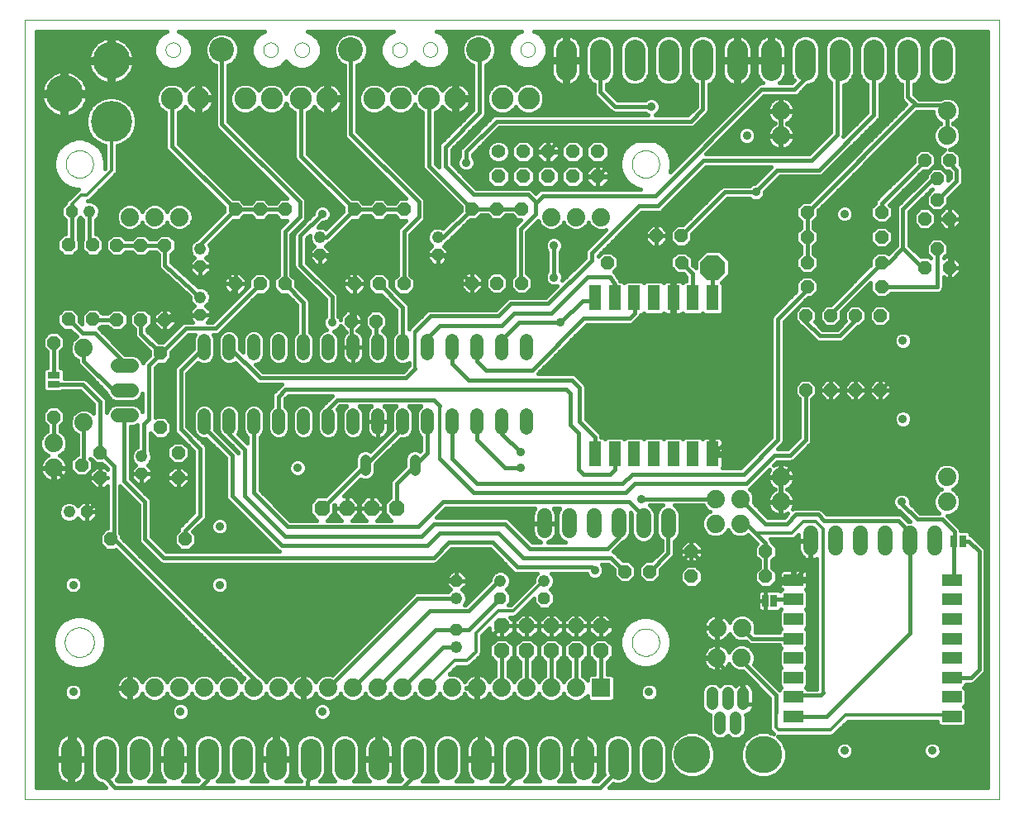
<source format=gtl>
G75*
%MOIN*%
%OFA0B0*%
%FSLAX24Y24*%
%IPPOS*%
%LPD*%
%AMOC8*
5,1,8,0,0,1.08239X$1,22.5*
%
%ADD10C,0.0000*%
%ADD11C,0.0520*%
%ADD12OC8,0.0520*%
%ADD13C,0.0440*%
%ADD14OC8,0.0630*%
%ADD15OC8,0.1000*%
%ADD16R,0.0500X0.1000*%
%ADD17C,0.1500*%
%ADD18C,0.0476*%
%ADD19C,0.1000*%
%ADD20C,0.0886*%
%ADD21OC8,0.0480*%
%ADD22C,0.0480*%
%ADD23C,0.1660*%
%ADD24C,0.1502*%
%ADD25C,0.0600*%
%ADD26R,0.0740X0.0740*%
%ADD27C,0.0740*%
%ADD28C,0.0560*%
%ADD29OC8,0.0560*%
%ADD30C,0.0840*%
%ADD31C,0.0560*%
%ADD32R,0.0787X0.0472*%
%ADD33R,0.0250X0.0500*%
%ADD34R,0.0500X0.0250*%
%ADD35C,0.0160*%
%ADD36C,0.0357*%
%ADD37C,0.0120*%
D10*
X000475Y000492D02*
X039806Y000492D01*
X039806Y031949D01*
X000475Y031949D01*
X000475Y000492D01*
X002103Y006835D02*
X002105Y006883D01*
X002111Y006931D01*
X002121Y006978D01*
X002134Y007024D01*
X002152Y007069D01*
X002172Y007113D01*
X002197Y007155D01*
X002225Y007194D01*
X002255Y007231D01*
X002289Y007265D01*
X002326Y007297D01*
X002364Y007326D01*
X002405Y007351D01*
X002448Y007373D01*
X002493Y007391D01*
X002539Y007405D01*
X002586Y007416D01*
X002634Y007423D01*
X002682Y007426D01*
X002730Y007425D01*
X002778Y007420D01*
X002826Y007411D01*
X002872Y007399D01*
X002917Y007382D01*
X002961Y007362D01*
X003003Y007339D01*
X003043Y007312D01*
X003081Y007282D01*
X003116Y007249D01*
X003148Y007213D01*
X003178Y007175D01*
X003204Y007134D01*
X003226Y007091D01*
X003246Y007047D01*
X003261Y007002D01*
X003273Y006955D01*
X003281Y006907D01*
X003285Y006859D01*
X003285Y006811D01*
X003281Y006763D01*
X003273Y006715D01*
X003261Y006668D01*
X003246Y006623D01*
X003226Y006579D01*
X003204Y006536D01*
X003178Y006495D01*
X003148Y006457D01*
X003116Y006421D01*
X003081Y006388D01*
X003043Y006358D01*
X003003Y006331D01*
X002961Y006308D01*
X002917Y006288D01*
X002872Y006271D01*
X002826Y006259D01*
X002778Y006250D01*
X002730Y006245D01*
X002682Y006244D01*
X002634Y006247D01*
X002586Y006254D01*
X002539Y006265D01*
X002493Y006279D01*
X002448Y006297D01*
X002405Y006319D01*
X002364Y006344D01*
X002326Y006373D01*
X002289Y006405D01*
X002255Y006439D01*
X002225Y006476D01*
X002197Y006515D01*
X002172Y006557D01*
X002152Y006601D01*
X002134Y006646D01*
X002121Y006692D01*
X002111Y006739D01*
X002105Y006787D01*
X002103Y006835D01*
X002143Y026126D02*
X002145Y026173D01*
X002151Y026219D01*
X002161Y026265D01*
X002174Y026310D01*
X002192Y026353D01*
X002213Y026395D01*
X002237Y026435D01*
X002265Y026472D01*
X002296Y026507D01*
X002330Y026540D01*
X002366Y026569D01*
X002405Y026595D01*
X002446Y026618D01*
X002489Y026637D01*
X002533Y026653D01*
X002578Y026665D01*
X002624Y026673D01*
X002671Y026677D01*
X002717Y026677D01*
X002764Y026673D01*
X002810Y026665D01*
X002855Y026653D01*
X002899Y026637D01*
X002942Y026618D01*
X002983Y026595D01*
X003022Y026569D01*
X003058Y026540D01*
X003092Y026507D01*
X003123Y026472D01*
X003151Y026435D01*
X003175Y026395D01*
X003196Y026353D01*
X003214Y026310D01*
X003227Y026265D01*
X003237Y026219D01*
X003243Y026173D01*
X003245Y026126D01*
X003243Y026079D01*
X003237Y026033D01*
X003227Y025987D01*
X003214Y025942D01*
X003196Y025899D01*
X003175Y025857D01*
X003151Y025817D01*
X003123Y025780D01*
X003092Y025745D01*
X003058Y025712D01*
X003022Y025683D01*
X002983Y025657D01*
X002942Y025634D01*
X002899Y025615D01*
X002855Y025599D01*
X002810Y025587D01*
X002764Y025579D01*
X002717Y025575D01*
X002671Y025575D01*
X002624Y025579D01*
X002578Y025587D01*
X002533Y025599D01*
X002489Y025615D01*
X002446Y025634D01*
X002405Y025657D01*
X002366Y025683D01*
X002330Y025712D01*
X002296Y025745D01*
X002265Y025780D01*
X002237Y025817D01*
X002213Y025857D01*
X002192Y025899D01*
X002174Y025942D01*
X002161Y025987D01*
X002151Y026033D01*
X002145Y026079D01*
X002143Y026126D01*
X006172Y030729D02*
X006174Y030763D01*
X006180Y030797D01*
X006190Y030830D01*
X006203Y030861D01*
X006221Y030891D01*
X006241Y030919D01*
X006265Y030944D01*
X006291Y030966D01*
X006319Y030984D01*
X006350Y031000D01*
X006382Y031012D01*
X006416Y031020D01*
X006450Y031024D01*
X006484Y031024D01*
X006518Y031020D01*
X006552Y031012D01*
X006584Y031000D01*
X006614Y030984D01*
X006643Y030966D01*
X006669Y030944D01*
X006693Y030919D01*
X006713Y030891D01*
X006731Y030861D01*
X006744Y030830D01*
X006754Y030797D01*
X006760Y030763D01*
X006762Y030729D01*
X006760Y030695D01*
X006754Y030661D01*
X006744Y030628D01*
X006731Y030597D01*
X006713Y030567D01*
X006693Y030539D01*
X006669Y030514D01*
X006643Y030492D01*
X006615Y030474D01*
X006584Y030458D01*
X006552Y030446D01*
X006518Y030438D01*
X006484Y030434D01*
X006450Y030434D01*
X006416Y030438D01*
X006382Y030446D01*
X006350Y030458D01*
X006319Y030474D01*
X006291Y030492D01*
X006265Y030514D01*
X006241Y030539D01*
X006221Y030567D01*
X006203Y030597D01*
X006190Y030628D01*
X006180Y030661D01*
X006174Y030695D01*
X006172Y030729D01*
X010109Y030729D02*
X010111Y030763D01*
X010117Y030797D01*
X010127Y030830D01*
X010140Y030861D01*
X010158Y030891D01*
X010178Y030919D01*
X010202Y030944D01*
X010228Y030966D01*
X010256Y030984D01*
X010287Y031000D01*
X010319Y031012D01*
X010353Y031020D01*
X010387Y031024D01*
X010421Y031024D01*
X010455Y031020D01*
X010489Y031012D01*
X010521Y031000D01*
X010551Y030984D01*
X010580Y030966D01*
X010606Y030944D01*
X010630Y030919D01*
X010650Y030891D01*
X010668Y030861D01*
X010681Y030830D01*
X010691Y030797D01*
X010697Y030763D01*
X010699Y030729D01*
X010697Y030695D01*
X010691Y030661D01*
X010681Y030628D01*
X010668Y030597D01*
X010650Y030567D01*
X010630Y030539D01*
X010606Y030514D01*
X010580Y030492D01*
X010552Y030474D01*
X010521Y030458D01*
X010489Y030446D01*
X010455Y030438D01*
X010421Y030434D01*
X010387Y030434D01*
X010353Y030438D01*
X010319Y030446D01*
X010287Y030458D01*
X010256Y030474D01*
X010228Y030492D01*
X010202Y030514D01*
X010178Y030539D01*
X010158Y030567D01*
X010140Y030597D01*
X010127Y030628D01*
X010117Y030661D01*
X010111Y030695D01*
X010109Y030729D01*
X011372Y030729D02*
X011374Y030763D01*
X011380Y030797D01*
X011390Y030830D01*
X011403Y030861D01*
X011421Y030891D01*
X011441Y030919D01*
X011465Y030944D01*
X011491Y030966D01*
X011519Y030984D01*
X011550Y031000D01*
X011582Y031012D01*
X011616Y031020D01*
X011650Y031024D01*
X011684Y031024D01*
X011718Y031020D01*
X011752Y031012D01*
X011784Y031000D01*
X011814Y030984D01*
X011843Y030966D01*
X011869Y030944D01*
X011893Y030919D01*
X011913Y030891D01*
X011931Y030861D01*
X011944Y030830D01*
X011954Y030797D01*
X011960Y030763D01*
X011962Y030729D01*
X011960Y030695D01*
X011954Y030661D01*
X011944Y030628D01*
X011931Y030597D01*
X011913Y030567D01*
X011893Y030539D01*
X011869Y030514D01*
X011843Y030492D01*
X011815Y030474D01*
X011784Y030458D01*
X011752Y030446D01*
X011718Y030438D01*
X011684Y030434D01*
X011650Y030434D01*
X011616Y030438D01*
X011582Y030446D01*
X011550Y030458D01*
X011519Y030474D01*
X011491Y030492D01*
X011465Y030514D01*
X011441Y030539D01*
X011421Y030567D01*
X011403Y030597D01*
X011390Y030628D01*
X011380Y030661D01*
X011374Y030695D01*
X011372Y030729D01*
X015309Y030729D02*
X015311Y030763D01*
X015317Y030797D01*
X015327Y030830D01*
X015340Y030861D01*
X015358Y030891D01*
X015378Y030919D01*
X015402Y030944D01*
X015428Y030966D01*
X015456Y030984D01*
X015487Y031000D01*
X015519Y031012D01*
X015553Y031020D01*
X015587Y031024D01*
X015621Y031024D01*
X015655Y031020D01*
X015689Y031012D01*
X015721Y031000D01*
X015751Y030984D01*
X015780Y030966D01*
X015806Y030944D01*
X015830Y030919D01*
X015850Y030891D01*
X015868Y030861D01*
X015881Y030830D01*
X015891Y030797D01*
X015897Y030763D01*
X015899Y030729D01*
X015897Y030695D01*
X015891Y030661D01*
X015881Y030628D01*
X015868Y030597D01*
X015850Y030567D01*
X015830Y030539D01*
X015806Y030514D01*
X015780Y030492D01*
X015752Y030474D01*
X015721Y030458D01*
X015689Y030446D01*
X015655Y030438D01*
X015621Y030434D01*
X015587Y030434D01*
X015553Y030438D01*
X015519Y030446D01*
X015487Y030458D01*
X015456Y030474D01*
X015428Y030492D01*
X015402Y030514D01*
X015378Y030539D01*
X015358Y030567D01*
X015340Y030597D01*
X015327Y030628D01*
X015317Y030661D01*
X015311Y030695D01*
X015309Y030729D01*
X016544Y030739D02*
X016546Y030773D01*
X016552Y030807D01*
X016562Y030840D01*
X016575Y030871D01*
X016593Y030901D01*
X016613Y030929D01*
X016637Y030954D01*
X016663Y030976D01*
X016691Y030994D01*
X016722Y031010D01*
X016754Y031022D01*
X016788Y031030D01*
X016822Y031034D01*
X016856Y031034D01*
X016890Y031030D01*
X016924Y031022D01*
X016956Y031010D01*
X016986Y030994D01*
X017015Y030976D01*
X017041Y030954D01*
X017065Y030929D01*
X017085Y030901D01*
X017103Y030871D01*
X017116Y030840D01*
X017126Y030807D01*
X017132Y030773D01*
X017134Y030739D01*
X017132Y030705D01*
X017126Y030671D01*
X017116Y030638D01*
X017103Y030607D01*
X017085Y030577D01*
X017065Y030549D01*
X017041Y030524D01*
X017015Y030502D01*
X016987Y030484D01*
X016956Y030468D01*
X016924Y030456D01*
X016890Y030448D01*
X016856Y030444D01*
X016822Y030444D01*
X016788Y030448D01*
X016754Y030456D01*
X016722Y030468D01*
X016691Y030484D01*
X016663Y030502D01*
X016637Y030524D01*
X016613Y030549D01*
X016593Y030577D01*
X016575Y030607D01*
X016562Y030638D01*
X016552Y030671D01*
X016546Y030705D01*
X016544Y030739D01*
X020481Y030739D02*
X020483Y030773D01*
X020489Y030807D01*
X020499Y030840D01*
X020512Y030871D01*
X020530Y030901D01*
X020550Y030929D01*
X020574Y030954D01*
X020600Y030976D01*
X020628Y030994D01*
X020659Y031010D01*
X020691Y031022D01*
X020725Y031030D01*
X020759Y031034D01*
X020793Y031034D01*
X020827Y031030D01*
X020861Y031022D01*
X020893Y031010D01*
X020923Y030994D01*
X020952Y030976D01*
X020978Y030954D01*
X021002Y030929D01*
X021022Y030901D01*
X021040Y030871D01*
X021053Y030840D01*
X021063Y030807D01*
X021069Y030773D01*
X021071Y030739D01*
X021069Y030705D01*
X021063Y030671D01*
X021053Y030638D01*
X021040Y030607D01*
X021022Y030577D01*
X021002Y030549D01*
X020978Y030524D01*
X020952Y030502D01*
X020924Y030484D01*
X020893Y030468D01*
X020861Y030456D01*
X020827Y030448D01*
X020793Y030444D01*
X020759Y030444D01*
X020725Y030448D01*
X020691Y030456D01*
X020659Y030468D01*
X020628Y030484D01*
X020600Y030502D01*
X020574Y030524D01*
X020550Y030549D01*
X020530Y030577D01*
X020512Y030607D01*
X020499Y030638D01*
X020489Y030671D01*
X020483Y030705D01*
X020481Y030739D01*
X024977Y026126D02*
X024979Y026173D01*
X024985Y026219D01*
X024995Y026265D01*
X025008Y026310D01*
X025026Y026353D01*
X025047Y026395D01*
X025071Y026435D01*
X025099Y026472D01*
X025130Y026507D01*
X025164Y026540D01*
X025200Y026569D01*
X025239Y026595D01*
X025280Y026618D01*
X025323Y026637D01*
X025367Y026653D01*
X025412Y026665D01*
X025458Y026673D01*
X025505Y026677D01*
X025551Y026677D01*
X025598Y026673D01*
X025644Y026665D01*
X025689Y026653D01*
X025733Y026637D01*
X025776Y026618D01*
X025817Y026595D01*
X025856Y026569D01*
X025892Y026540D01*
X025926Y026507D01*
X025957Y026472D01*
X025985Y026435D01*
X026009Y026395D01*
X026030Y026353D01*
X026048Y026310D01*
X026061Y026265D01*
X026071Y026219D01*
X026077Y026173D01*
X026079Y026126D01*
X026077Y026079D01*
X026071Y026033D01*
X026061Y025987D01*
X026048Y025942D01*
X026030Y025899D01*
X026009Y025857D01*
X025985Y025817D01*
X025957Y025780D01*
X025926Y025745D01*
X025892Y025712D01*
X025856Y025683D01*
X025817Y025657D01*
X025776Y025634D01*
X025733Y025615D01*
X025689Y025599D01*
X025644Y025587D01*
X025598Y025579D01*
X025551Y025575D01*
X025505Y025575D01*
X025458Y025579D01*
X025412Y025587D01*
X025367Y025599D01*
X025323Y025615D01*
X025280Y025634D01*
X025239Y025657D01*
X025200Y025683D01*
X025164Y025712D01*
X025130Y025745D01*
X025099Y025780D01*
X025071Y025817D01*
X025047Y025857D01*
X025026Y025899D01*
X025008Y025942D01*
X024995Y025987D01*
X024985Y026033D01*
X024979Y026079D01*
X024977Y026126D01*
X024977Y006835D02*
X024979Y006882D01*
X024985Y006928D01*
X024995Y006974D01*
X025008Y007019D01*
X025026Y007062D01*
X025047Y007104D01*
X025071Y007144D01*
X025099Y007181D01*
X025130Y007216D01*
X025164Y007249D01*
X025200Y007278D01*
X025239Y007304D01*
X025280Y007327D01*
X025323Y007346D01*
X025367Y007362D01*
X025412Y007374D01*
X025458Y007382D01*
X025505Y007386D01*
X025551Y007386D01*
X025598Y007382D01*
X025644Y007374D01*
X025689Y007362D01*
X025733Y007346D01*
X025776Y007327D01*
X025817Y007304D01*
X025856Y007278D01*
X025892Y007249D01*
X025926Y007216D01*
X025957Y007181D01*
X025985Y007144D01*
X026009Y007104D01*
X026030Y007062D01*
X026048Y007019D01*
X026061Y006974D01*
X026071Y006928D01*
X026077Y006882D01*
X026079Y006835D01*
X026077Y006788D01*
X026071Y006742D01*
X026061Y006696D01*
X026048Y006651D01*
X026030Y006608D01*
X026009Y006566D01*
X025985Y006526D01*
X025957Y006489D01*
X025926Y006454D01*
X025892Y006421D01*
X025856Y006392D01*
X025817Y006366D01*
X025776Y006343D01*
X025733Y006324D01*
X025689Y006308D01*
X025644Y006296D01*
X025598Y006288D01*
X025551Y006284D01*
X025505Y006284D01*
X025458Y006288D01*
X025412Y006296D01*
X025367Y006308D01*
X025323Y006324D01*
X025280Y006343D01*
X025239Y006366D01*
X025200Y006392D01*
X025164Y006421D01*
X025130Y006454D01*
X025099Y006489D01*
X025071Y006526D01*
X025047Y006566D01*
X025026Y006608D01*
X025008Y006651D01*
X024995Y006696D01*
X024985Y006742D01*
X024979Y006788D01*
X024977Y006835D01*
D11*
X020725Y015482D02*
X020725Y016002D01*
X019725Y016002D02*
X019725Y015482D01*
X018725Y015482D02*
X018725Y016002D01*
X017725Y016002D02*
X017725Y015482D01*
X016725Y015482D02*
X016725Y016002D01*
X015725Y016002D02*
X015725Y015482D01*
X014725Y015482D02*
X014725Y016002D01*
X013725Y016002D02*
X013725Y015482D01*
X012725Y015482D02*
X012725Y016002D01*
X011725Y016002D02*
X011725Y015482D01*
X010725Y015482D02*
X010725Y016002D01*
X009725Y016002D02*
X009725Y015482D01*
X008725Y015482D02*
X008725Y016002D01*
X007725Y016002D02*
X007725Y015482D01*
X007725Y018482D02*
X007725Y019002D01*
X008725Y019002D02*
X008725Y018482D01*
X009725Y018482D02*
X009725Y019002D01*
X010725Y019002D02*
X010725Y018482D01*
X011725Y018482D02*
X011725Y019002D01*
X012725Y019002D02*
X012725Y018482D01*
X013725Y018482D02*
X013725Y019002D01*
X014725Y019002D02*
X014725Y018482D01*
X015725Y018482D02*
X015725Y019002D01*
X016725Y019002D02*
X016725Y018482D01*
X017725Y018482D02*
X017725Y019002D01*
X018725Y019002D02*
X018725Y018482D01*
X019725Y018482D02*
X019725Y019002D01*
X020725Y019002D02*
X020725Y018482D01*
D12*
X020521Y021317D03*
X019521Y021317D03*
X018521Y021317D03*
X015775Y021292D03*
X014775Y021292D03*
X013775Y021292D03*
X013656Y019783D03*
X014656Y019783D03*
X010975Y021292D03*
X009975Y021292D03*
X008975Y021292D03*
X006141Y019841D03*
X005172Y019841D03*
X004204Y019841D03*
X003231Y019858D03*
X002247Y019858D03*
X001656Y018921D03*
X001656Y015921D03*
X003526Y014476D03*
X002776Y013976D03*
X003526Y013476D03*
X005963Y015492D03*
X006676Y014476D03*
X006676Y013476D03*
X006955Y010992D03*
X003955Y010992D03*
X005963Y018492D03*
X006141Y022841D03*
X005172Y022841D03*
X004204Y022841D03*
X003231Y022858D03*
X002247Y022858D03*
X008975Y024292D03*
X009975Y024292D03*
X010975Y024292D03*
X013775Y024292D03*
X014775Y024292D03*
X015775Y024292D03*
X018521Y024317D03*
X019521Y024317D03*
X020521Y024317D03*
X023975Y022146D03*
X025960Y023228D03*
X026960Y023228D03*
X026975Y022146D03*
X032046Y022146D03*
X032048Y021175D03*
X031985Y020006D03*
X032985Y020006D03*
X033985Y020006D03*
X034985Y020006D03*
X035048Y021175D03*
X035046Y022146D03*
X035048Y023175D03*
X035048Y024175D03*
X036786Y023917D03*
X037286Y024667D03*
X037286Y025530D03*
X036786Y026280D03*
X037786Y026280D03*
X037786Y023917D03*
X037286Y022699D03*
X036786Y021949D03*
X037786Y021949D03*
X034985Y017006D03*
X033985Y017006D03*
X032985Y017006D03*
X031985Y017006D03*
X032048Y023175D03*
X032048Y024175D03*
X030370Y010499D03*
X030370Y009490D03*
X027370Y009490D03*
X027370Y010499D03*
X025691Y009688D03*
X024691Y009688D03*
D13*
X016229Y013764D02*
X016229Y014204D01*
X014229Y014204D02*
X014229Y013764D01*
D14*
X014475Y012242D03*
X015475Y012242D03*
X013475Y012242D03*
X012475Y012242D03*
X019725Y007492D03*
X020725Y007492D03*
X020725Y006492D03*
X019725Y006492D03*
X021725Y006492D03*
X022725Y006492D03*
X022725Y007492D03*
X021725Y007492D03*
X023725Y007492D03*
X023725Y006492D03*
D15*
X028231Y021949D03*
D16*
X028217Y020725D03*
X027430Y020725D03*
X026643Y020725D03*
X025855Y020725D03*
X025068Y020725D03*
X024280Y020725D03*
X023493Y020725D03*
X023493Y014426D03*
X024280Y014426D03*
X025068Y014426D03*
X025855Y014426D03*
X026643Y014426D03*
X027430Y014426D03*
X028217Y014426D03*
D17*
X027405Y002299D03*
X030279Y002299D03*
D18*
X029157Y003339D02*
X029157Y003815D01*
X028842Y004327D02*
X028842Y004802D01*
X028212Y004802D02*
X028212Y004327D01*
X028527Y003815D02*
X028527Y003339D01*
X029472Y004327D02*
X029472Y004802D01*
D19*
X018807Y030739D03*
X013636Y030729D03*
X008436Y030729D03*
D20*
X009381Y028761D03*
X010444Y028761D03*
X011628Y028761D03*
X012691Y028761D03*
X014581Y028761D03*
X015644Y028761D03*
X016799Y028770D03*
X017862Y028770D03*
X019752Y028770D03*
X020815Y028770D03*
X007491Y028761D03*
X006428Y028761D03*
D21*
X002389Y024213D03*
X007562Y021993D03*
X007562Y020051D03*
X012396Y022467D03*
X017146Y022467D03*
X005200Y013626D03*
X002976Y012089D03*
X017897Y009307D03*
X019668Y008607D03*
X021440Y008607D03*
X017897Y007338D03*
D22*
X017897Y006638D03*
X017897Y008607D03*
X019668Y009307D03*
X021440Y009307D03*
X007562Y020751D03*
X007562Y022693D03*
X003089Y024213D03*
X012396Y023167D03*
X017146Y023167D03*
X005200Y014326D03*
X002276Y012089D03*
D23*
X003975Y027838D03*
D24*
X002086Y028960D03*
X003975Y030298D03*
D25*
X021445Y011935D02*
X021445Y011335D01*
X022445Y011335D02*
X022445Y011935D01*
X023445Y011935D02*
X023445Y011335D01*
X024445Y011335D02*
X024445Y011935D01*
X025445Y011935D02*
X025445Y011335D01*
X026445Y011335D02*
X026445Y011935D01*
X032188Y011225D02*
X032188Y010625D01*
X033188Y010625D02*
X033188Y011225D01*
X034188Y011225D02*
X034188Y010625D01*
X035188Y010625D02*
X035188Y011225D01*
X036188Y011225D02*
X036188Y010625D01*
X037188Y010625D02*
X037188Y011225D01*
D26*
X023725Y004992D03*
D27*
X022725Y004992D03*
X021725Y004992D03*
X020725Y004992D03*
X019725Y004992D03*
X018725Y004992D03*
X017725Y004992D03*
X016725Y004992D03*
X015725Y004992D03*
X014725Y004992D03*
X013725Y004992D03*
X012725Y004992D03*
X011725Y004992D03*
X010725Y004992D03*
X009725Y004992D03*
X008725Y004992D03*
X007725Y004992D03*
X006725Y004992D03*
X005725Y004992D03*
X004725Y004992D03*
X001656Y013862D03*
X001656Y014862D03*
X002869Y015689D03*
X002869Y018689D03*
X004725Y023988D03*
X005725Y023988D03*
X006725Y023988D03*
X021725Y023988D03*
X022725Y023988D03*
X023725Y023988D03*
X030987Y027264D03*
X030987Y028264D03*
X037680Y028264D03*
X037680Y027264D03*
X037680Y013500D03*
X037680Y012500D03*
X030987Y012500D03*
X030987Y013500D03*
X029350Y012617D03*
X028350Y012617D03*
X028350Y011617D03*
X029350Y011617D03*
X029414Y007413D03*
X028414Y007413D03*
X028398Y006207D03*
X029398Y006207D03*
D28*
X019591Y026626D03*
D29*
X019591Y025626D03*
X020591Y025626D03*
X021591Y025626D03*
X021591Y026626D03*
X020591Y026626D03*
X022591Y026626D03*
X023591Y026626D03*
X023591Y025626D03*
X022591Y025626D03*
D30*
X022326Y029895D02*
X022326Y030735D01*
X023704Y030735D02*
X023704Y029895D01*
X025082Y029895D02*
X025082Y030735D01*
X026460Y030735D02*
X026460Y029895D01*
X027837Y029895D02*
X027837Y030735D01*
X029215Y030735D02*
X029215Y029895D01*
X030593Y029895D02*
X030593Y030735D01*
X031971Y030735D02*
X031971Y029895D01*
X033349Y029895D02*
X033349Y030735D01*
X034727Y030735D02*
X034727Y029895D01*
X036105Y029895D02*
X036105Y030735D01*
X037483Y030735D02*
X037483Y029895D01*
X025790Y002538D02*
X025790Y001698D01*
X024412Y001698D02*
X024412Y002538D01*
X023034Y002538D02*
X023034Y001698D01*
X021656Y001698D02*
X021656Y002538D01*
X020278Y002538D02*
X020278Y001698D01*
X018900Y001698D02*
X018900Y002538D01*
X017523Y002538D02*
X017523Y001698D01*
X016145Y001698D02*
X016145Y002538D01*
X014767Y002538D02*
X014767Y001698D01*
X013389Y001698D02*
X013389Y002538D01*
X012011Y002538D02*
X012011Y001698D01*
X010633Y001698D02*
X010633Y002538D01*
X009255Y002546D02*
X009255Y001706D01*
X007877Y001706D02*
X007877Y002546D01*
X006499Y002546D02*
X006499Y001706D01*
X005121Y001706D02*
X005121Y002546D01*
X003743Y002546D02*
X003743Y001706D01*
X002365Y001706D02*
X002365Y002546D01*
D31*
X004233Y015992D02*
X004793Y015992D01*
X004793Y016992D02*
X004233Y016992D01*
X004233Y017992D02*
X004793Y017992D01*
D32*
X031499Y009350D03*
X031499Y008563D03*
X031499Y007776D03*
X031499Y006988D03*
X031499Y006201D03*
X031499Y005413D03*
X031499Y004626D03*
X031499Y003839D03*
X037877Y003839D03*
X037877Y004626D03*
X037877Y005413D03*
X037877Y006201D03*
X037877Y006988D03*
X037877Y007776D03*
X037877Y008563D03*
X037877Y009350D03*
D33*
X037970Y010915D03*
X038324Y010915D03*
X030707Y008515D03*
X030352Y008515D03*
D34*
X001656Y017244D03*
X001656Y017598D03*
D35*
X001656Y018921D01*
X001216Y018878D02*
X000955Y018878D01*
X000955Y018720D02*
X001236Y018720D01*
X001216Y018739D02*
X001396Y018559D01*
X001396Y017903D01*
X001332Y017903D01*
X001226Y017798D01*
X001226Y017045D01*
X001332Y016939D01*
X001981Y016939D01*
X002006Y016964D01*
X002730Y016964D01*
X003266Y016428D01*
X003266Y016069D01*
X003181Y016155D01*
X002978Y016239D01*
X002760Y016239D01*
X002557Y016155D01*
X002403Y016001D01*
X002319Y015798D01*
X002319Y015580D01*
X002403Y015377D01*
X002557Y015223D01*
X002609Y015201D01*
X002609Y014416D01*
X002594Y014416D01*
X002336Y014159D01*
X002336Y013794D01*
X002594Y013536D01*
X002959Y013536D01*
X003216Y013794D01*
X003216Y014159D01*
X003129Y014246D01*
X003129Y014252D01*
X003344Y014036D01*
X003603Y014036D01*
X003815Y013824D01*
X003815Y013810D01*
X003709Y013916D01*
X003526Y013916D01*
X003344Y013916D01*
X003086Y013659D01*
X003086Y013476D01*
X003086Y013294D01*
X003344Y013036D01*
X003526Y013036D01*
X003526Y013476D01*
X003526Y013476D01*
X003086Y013476D01*
X003526Y013476D01*
X003526Y013476D01*
X003526Y013036D01*
X003709Y013036D01*
X003815Y013143D01*
X003815Y011432D01*
X003773Y011432D01*
X003515Y011174D01*
X003515Y010810D01*
X003773Y010552D01*
X004138Y010552D01*
X004155Y010570D01*
X009340Y005385D01*
X009259Y005304D01*
X009225Y005222D01*
X009192Y005304D01*
X009037Y005458D01*
X008835Y005542D01*
X008616Y005542D01*
X008414Y005458D01*
X008259Y005304D01*
X008225Y005222D01*
X008192Y005304D01*
X008037Y005458D01*
X007835Y005542D01*
X007616Y005542D01*
X007414Y005458D01*
X007259Y005304D01*
X007225Y005222D01*
X007192Y005304D01*
X007037Y005458D01*
X006835Y005542D01*
X006616Y005542D01*
X006414Y005458D01*
X006259Y005304D01*
X006225Y005222D01*
X006192Y005304D01*
X006037Y005458D01*
X005835Y005542D01*
X005616Y005542D01*
X005414Y005458D01*
X005259Y005304D01*
X005225Y005222D01*
X005196Y005280D01*
X005145Y005350D01*
X005084Y005412D01*
X005014Y005463D01*
X004936Y005502D01*
X004854Y005529D01*
X004769Y005542D01*
X004745Y005542D01*
X004745Y005012D01*
X004705Y005012D01*
X004705Y004972D01*
X004175Y004972D01*
X004175Y004949D01*
X004189Y004863D01*
X004216Y004781D01*
X004255Y004704D01*
X004306Y004634D01*
X004367Y004573D01*
X004437Y004522D01*
X004514Y004482D01*
X004596Y004456D01*
X004682Y004442D01*
X004705Y004442D01*
X004705Y004972D01*
X004745Y004972D01*
X004745Y004442D01*
X004769Y004442D01*
X004854Y004456D01*
X004936Y004482D01*
X005014Y004522D01*
X005084Y004573D01*
X005145Y004634D01*
X005196Y004704D01*
X005225Y004762D01*
X005259Y004681D01*
X005414Y004526D01*
X005616Y004442D01*
X005835Y004442D01*
X006037Y004526D01*
X006192Y004681D01*
X006225Y004762D01*
X006259Y004681D01*
X006414Y004526D01*
X006616Y004442D01*
X006835Y004442D01*
X007037Y004526D01*
X007192Y004681D01*
X007225Y004762D01*
X007259Y004681D01*
X007414Y004526D01*
X007616Y004442D01*
X007835Y004442D01*
X008037Y004526D01*
X008192Y004681D01*
X008225Y004762D01*
X008259Y004681D01*
X008414Y004526D01*
X008616Y004442D01*
X008835Y004442D01*
X009037Y004526D01*
X009192Y004681D01*
X009225Y004762D01*
X009259Y004681D01*
X009414Y004526D01*
X009616Y004442D01*
X009835Y004442D01*
X010037Y004526D01*
X010192Y004681D01*
X010225Y004762D01*
X010259Y004681D01*
X010414Y004526D01*
X010616Y004442D01*
X010835Y004442D01*
X011037Y004526D01*
X011192Y004681D01*
X011225Y004762D01*
X011255Y004704D01*
X011306Y004634D01*
X011367Y004573D01*
X011437Y004522D01*
X011514Y004482D01*
X011596Y004456D01*
X011682Y004442D01*
X011705Y004442D01*
X011705Y004972D01*
X011745Y004972D01*
X011745Y004442D01*
X011769Y004442D01*
X011854Y004456D01*
X011936Y004482D01*
X012014Y004522D01*
X012084Y004573D01*
X012145Y004634D01*
X012196Y004704D01*
X012225Y004762D01*
X012259Y004681D01*
X012414Y004526D01*
X012616Y004442D01*
X012835Y004442D01*
X013037Y004526D01*
X013192Y004681D01*
X013225Y004762D01*
X013259Y004681D01*
X013414Y004526D01*
X013616Y004442D01*
X013835Y004442D01*
X014037Y004526D01*
X014192Y004681D01*
X014225Y004762D01*
X014259Y004681D01*
X014414Y004526D01*
X014616Y004442D01*
X014835Y004442D01*
X015037Y004526D01*
X015192Y004681D01*
X015225Y004762D01*
X015259Y004681D01*
X015414Y004526D01*
X015616Y004442D01*
X015835Y004442D01*
X016037Y004526D01*
X016192Y004681D01*
X016225Y004762D01*
X016259Y004681D01*
X016414Y004526D01*
X016616Y004442D01*
X016835Y004442D01*
X017037Y004526D01*
X017192Y004681D01*
X017225Y004762D01*
X017259Y004681D01*
X017414Y004526D01*
X017616Y004442D01*
X017835Y004442D01*
X018037Y004526D01*
X018192Y004681D01*
X018225Y004762D01*
X018255Y004704D01*
X018306Y004634D01*
X018367Y004573D01*
X018437Y004522D01*
X018514Y004482D01*
X018596Y004456D01*
X018682Y004442D01*
X018705Y004442D01*
X018705Y004972D01*
X018275Y004972D01*
X018275Y005012D01*
X018705Y005012D01*
X018705Y004972D01*
X018745Y004972D01*
X018745Y004442D01*
X018769Y004442D01*
X018854Y004456D01*
X018936Y004482D01*
X019014Y004522D01*
X019084Y004573D01*
X019145Y004634D01*
X019196Y004704D01*
X019225Y004762D01*
X019259Y004681D01*
X019414Y004526D01*
X019616Y004442D01*
X019835Y004442D01*
X020037Y004526D01*
X020192Y004681D01*
X020225Y004762D01*
X020259Y004681D01*
X020414Y004526D01*
X020616Y004442D01*
X020835Y004442D01*
X021037Y004526D01*
X021192Y004681D01*
X021225Y004762D01*
X021259Y004681D01*
X021414Y004526D01*
X021616Y004442D01*
X021835Y004442D01*
X022037Y004526D01*
X022192Y004681D01*
X022225Y004762D01*
X022259Y004681D01*
X022414Y004526D01*
X022616Y004442D01*
X022835Y004442D01*
X023037Y004526D01*
X023175Y004664D01*
X023175Y004548D01*
X023281Y004442D01*
X024170Y004442D01*
X024275Y004548D01*
X024275Y005437D01*
X024170Y005542D01*
X023985Y005542D01*
X023985Y006052D01*
X024220Y006287D01*
X024220Y006697D01*
X023930Y006987D01*
X023520Y006987D01*
X023230Y006697D01*
X023230Y006287D01*
X023465Y006052D01*
X023465Y005542D01*
X023281Y005542D01*
X023175Y005437D01*
X023175Y005320D01*
X023037Y005458D01*
X022985Y005480D01*
X022985Y006052D01*
X023220Y006287D01*
X023220Y006697D01*
X022930Y006987D01*
X022520Y006987D01*
X022230Y006697D01*
X022230Y006287D01*
X022465Y006052D01*
X022465Y005480D01*
X022414Y005458D01*
X022259Y005304D01*
X022225Y005222D01*
X022192Y005304D01*
X022037Y005458D01*
X021985Y005480D01*
X021985Y006052D01*
X022220Y006287D01*
X022220Y006697D01*
X021930Y006987D01*
X021520Y006987D01*
X021230Y006697D01*
X021230Y006287D01*
X021465Y006052D01*
X021465Y005480D01*
X021414Y005458D01*
X021259Y005304D01*
X021225Y005222D01*
X021192Y005304D01*
X021037Y005458D01*
X020985Y005480D01*
X020985Y006052D01*
X021220Y006287D01*
X021220Y006697D01*
X020930Y006987D01*
X020520Y006987D01*
X020230Y006697D01*
X020230Y006287D01*
X020465Y006052D01*
X020465Y005480D01*
X020414Y005458D01*
X020259Y005304D01*
X020225Y005222D01*
X020192Y005304D01*
X020037Y005458D01*
X019985Y005480D01*
X019985Y006052D01*
X020220Y006287D01*
X020220Y006697D01*
X019930Y006987D01*
X019520Y006987D01*
X019230Y006697D01*
X019230Y006287D01*
X019465Y006052D01*
X019465Y005480D01*
X019414Y005458D01*
X019259Y005304D01*
X019225Y005222D01*
X019196Y005280D01*
X019145Y005350D01*
X019084Y005412D01*
X019014Y005463D01*
X018936Y005502D01*
X018854Y005529D01*
X018769Y005542D01*
X018745Y005542D01*
X018745Y005012D01*
X018705Y005012D01*
X018705Y005542D01*
X018682Y005542D01*
X018596Y005529D01*
X018514Y005502D01*
X018437Y005463D01*
X018367Y005412D01*
X018306Y005350D01*
X018255Y005280D01*
X018225Y005222D01*
X018192Y005304D01*
X018037Y005458D01*
X017835Y005542D01*
X017616Y005542D01*
X017614Y005541D01*
X017925Y005852D01*
X018373Y005852D01*
X018461Y005889D01*
X018811Y006239D01*
X018879Y006306D01*
X018915Y006394D01*
X018915Y007093D01*
X019230Y007408D01*
X019230Y007287D01*
X019520Y006997D01*
X019725Y006997D01*
X019725Y007492D01*
X019725Y007492D01*
X019725Y006997D01*
X019930Y006997D01*
X020220Y007287D01*
X020220Y007492D01*
X019725Y007492D01*
X019125Y006892D01*
X019125Y006142D01*
X018725Y005742D01*
X018725Y004992D01*
X018675Y004992D01*
X018725Y004942D01*
X018725Y003742D01*
X018350Y003367D01*
X018475Y003367D01*
X018850Y002992D01*
X018850Y002168D01*
X018900Y002118D01*
X018840Y002077D02*
X018123Y002077D01*
X018123Y001919D02*
X018300Y001919D01*
X018300Y002058D02*
X018300Y001651D01*
X018315Y001558D01*
X018344Y001468D01*
X018387Y001384D01*
X018443Y001307D01*
X018510Y001240D01*
X018521Y001232D01*
X017905Y001232D01*
X018031Y001358D01*
X018123Y001579D01*
X018123Y002657D01*
X018031Y002878D01*
X017862Y003047D01*
X017642Y003138D01*
X017403Y003138D01*
X017183Y003047D01*
X017014Y002878D01*
X016923Y002657D01*
X016923Y001579D01*
X017014Y001358D01*
X017140Y001232D01*
X016527Y001232D01*
X016653Y001358D01*
X016745Y001579D01*
X016745Y002657D01*
X016653Y002878D01*
X016484Y003047D01*
X016264Y003138D01*
X016025Y003138D01*
X015805Y003047D01*
X015636Y002878D01*
X015545Y002657D01*
X015545Y001579D01*
X015636Y001358D01*
X015685Y001309D01*
X015628Y001253D01*
X015608Y001232D01*
X015146Y001232D01*
X015157Y001240D01*
X015224Y001307D01*
X015280Y001384D01*
X015323Y001468D01*
X015352Y001558D01*
X015367Y001651D01*
X015367Y002058D01*
X014827Y002058D01*
X014827Y002178D01*
X015367Y002178D01*
X015367Y002585D01*
X015352Y002679D01*
X015323Y002768D01*
X015280Y002853D01*
X015224Y002929D01*
X015157Y002996D01*
X015081Y003051D01*
X014997Y003094D01*
X014907Y003123D01*
X014827Y003136D01*
X014827Y002178D01*
X014707Y002178D01*
X014707Y003136D01*
X014626Y003123D01*
X014536Y003094D01*
X014452Y003051D01*
X014376Y002996D01*
X014309Y002929D01*
X014253Y002853D01*
X014211Y002768D01*
X014181Y002679D01*
X014167Y002585D01*
X014167Y002178D01*
X014707Y002178D01*
X014707Y002058D01*
X014167Y002058D01*
X014167Y001651D01*
X014181Y001558D01*
X014211Y001468D01*
X014253Y001384D01*
X014309Y001307D01*
X014376Y001240D01*
X014387Y001232D01*
X013771Y001232D01*
X013897Y001358D01*
X013989Y001579D01*
X013989Y002657D01*
X013897Y002878D01*
X013729Y003047D01*
X013508Y003138D01*
X013269Y003138D01*
X013049Y003047D01*
X012880Y002878D01*
X012789Y002657D01*
X012789Y001579D01*
X012880Y001358D01*
X013006Y001232D01*
X012393Y001232D01*
X012519Y001358D01*
X012611Y001579D01*
X012611Y002657D01*
X012519Y002878D01*
X012351Y003047D01*
X012130Y003138D01*
X011891Y003138D01*
X011671Y003047D01*
X011502Y002878D01*
X011411Y002657D01*
X011411Y001579D01*
X011502Y001358D01*
X011615Y001245D01*
X011615Y001232D01*
X011012Y001232D01*
X011024Y001240D01*
X011090Y001307D01*
X011146Y001384D01*
X011189Y001468D01*
X011218Y001558D01*
X011233Y001651D01*
X011233Y002058D01*
X010693Y002058D01*
X010693Y002178D01*
X011233Y002178D01*
X011233Y002585D01*
X011218Y002679D01*
X011189Y002768D01*
X011146Y002853D01*
X011090Y002929D01*
X011024Y002996D01*
X010947Y003051D01*
X010863Y003094D01*
X010773Y003123D01*
X010693Y003136D01*
X010693Y002178D01*
X010573Y002178D01*
X010573Y003136D01*
X010492Y003123D01*
X010402Y003094D01*
X010318Y003051D01*
X010242Y002996D01*
X010175Y002929D01*
X010120Y002853D01*
X010077Y002768D01*
X010048Y002679D01*
X010033Y002585D01*
X010033Y002178D01*
X010573Y002178D01*
X010573Y002058D01*
X010033Y002058D01*
X010033Y001651D01*
X010048Y001558D01*
X010077Y001468D01*
X010120Y001384D01*
X010175Y001307D01*
X010242Y001240D01*
X010253Y001232D01*
X009629Y001232D01*
X009763Y001366D01*
X009855Y001587D01*
X009855Y002665D01*
X009763Y002886D01*
X009595Y003055D01*
X009374Y003146D01*
X009135Y003146D01*
X008915Y003055D01*
X008746Y002886D01*
X008655Y002665D01*
X008655Y001587D01*
X008746Y001366D01*
X008880Y001232D01*
X008252Y001232D01*
X008386Y001366D01*
X008477Y001587D01*
X008477Y002665D01*
X008386Y002886D01*
X008217Y003055D01*
X007996Y003146D01*
X007758Y003146D01*
X007537Y003055D01*
X007368Y002886D01*
X007277Y002665D01*
X007277Y001587D01*
X007368Y001366D01*
X007475Y001259D01*
X007448Y001232D01*
X006867Y001232D01*
X006890Y001248D01*
X006957Y001315D01*
X007012Y001392D01*
X007055Y001476D01*
X007084Y001565D01*
X007099Y001659D01*
X007099Y002066D01*
X006559Y002066D01*
X006559Y002186D01*
X007099Y002186D01*
X007099Y002593D01*
X007084Y002686D01*
X007055Y002776D01*
X007012Y002860D01*
X006957Y002937D01*
X006890Y003004D01*
X006813Y003059D01*
X006729Y003102D01*
X006639Y003131D01*
X006559Y003144D01*
X006559Y002186D01*
X006439Y002186D01*
X006439Y003144D01*
X006358Y003131D01*
X006269Y003102D01*
X006184Y003059D01*
X006108Y003004D01*
X006041Y002937D01*
X005986Y002860D01*
X005943Y002776D01*
X005914Y002686D01*
X005899Y002593D01*
X005899Y002186D01*
X006439Y002186D01*
X006439Y002066D01*
X005899Y002066D01*
X005899Y001659D01*
X005914Y001565D01*
X005943Y001476D01*
X005986Y001392D01*
X006041Y001315D01*
X006108Y001248D01*
X006130Y001232D01*
X005496Y001232D01*
X005630Y001366D01*
X005721Y001587D01*
X005721Y002665D01*
X005630Y002886D01*
X005461Y003055D01*
X005240Y003146D01*
X005002Y003146D01*
X004781Y003055D01*
X004612Y002886D01*
X004521Y002665D01*
X004521Y001587D01*
X004612Y001366D01*
X004746Y001232D01*
X004243Y001232D01*
X004180Y001295D01*
X004252Y001366D01*
X004343Y001587D01*
X004343Y002665D01*
X004252Y002886D01*
X004083Y003055D01*
X003862Y003146D01*
X003624Y003146D01*
X003403Y003055D01*
X003234Y002886D01*
X003143Y002665D01*
X003143Y001587D01*
X003234Y001366D01*
X003403Y001197D01*
X003624Y001106D01*
X003634Y001106D01*
X003768Y000972D01*
X000955Y000972D01*
X000955Y031469D01*
X006227Y031469D01*
X006028Y031386D01*
X005810Y031168D01*
X005692Y030883D01*
X005692Y030575D01*
X005810Y030290D01*
X006028Y030072D01*
X006313Y029954D01*
X006622Y029954D01*
X006907Y030072D01*
X007125Y030290D01*
X007913Y030290D01*
X007859Y030344D02*
X008051Y030153D01*
X008176Y030101D01*
X008176Y027680D01*
X008215Y027584D01*
X008289Y027511D01*
X011068Y024732D01*
X010793Y024732D01*
X010613Y024552D01*
X010338Y024552D01*
X010158Y024732D01*
X009793Y024732D01*
X009613Y024552D01*
X009338Y024552D01*
X009158Y024732D01*
X008903Y024732D01*
X006688Y026947D01*
X006688Y028194D01*
X006781Y028233D01*
X006956Y028408D01*
X006964Y028426D01*
X007016Y028355D01*
X007085Y028285D01*
X007165Y028228D01*
X007252Y028183D01*
X007345Y028153D01*
X007423Y028141D01*
X007423Y028693D01*
X007559Y028693D01*
X007559Y028828D01*
X008111Y028828D01*
X008099Y028906D01*
X008068Y029000D01*
X008024Y029087D01*
X007966Y029166D01*
X007897Y029236D01*
X007818Y029293D01*
X007730Y029338D01*
X007637Y029368D01*
X007559Y029381D01*
X007559Y028828D01*
X007423Y028828D01*
X007423Y029381D01*
X007345Y029368D01*
X007252Y029338D01*
X007165Y029293D01*
X007085Y029236D01*
X007016Y029166D01*
X006964Y029095D01*
X006956Y029113D01*
X006781Y029289D01*
X006552Y029384D01*
X006304Y029384D01*
X006075Y029289D01*
X005900Y029113D01*
X005805Y028885D01*
X005805Y028637D01*
X005900Y028408D01*
X006075Y028233D01*
X006168Y028194D01*
X006168Y026788D01*
X006208Y026692D01*
X006281Y026619D01*
X008535Y024364D01*
X008535Y024220D01*
X007392Y023077D01*
X007324Y023049D01*
X007206Y022930D01*
X007142Y022776D01*
X007142Y022609D01*
X007206Y022455D01*
X007318Y022343D01*
X007142Y022166D01*
X007142Y021993D01*
X007562Y021993D01*
X007982Y021993D01*
X007982Y022166D01*
X007806Y022343D01*
X007918Y022455D01*
X007982Y022609D01*
X007982Y022776D01*
X007936Y022886D01*
X008903Y023852D01*
X009158Y023852D01*
X009338Y024032D01*
X009613Y024032D01*
X009793Y023852D01*
X010158Y023852D01*
X010338Y024032D01*
X010613Y024032D01*
X010793Y023852D01*
X011068Y023852D01*
X010755Y023539D01*
X010715Y023444D01*
X010715Y021654D01*
X010535Y021474D01*
X010535Y021110D01*
X010793Y020852D01*
X011048Y020852D01*
X011465Y020434D01*
X011465Y019364D01*
X011352Y019251D01*
X011285Y019090D01*
X011285Y018395D01*
X011352Y018233D01*
X011476Y018109D01*
X011638Y018042D01*
X011813Y018042D01*
X011975Y018109D01*
X012098Y018233D01*
X012165Y018395D01*
X012165Y019090D01*
X012098Y019251D01*
X011985Y019364D01*
X011985Y020594D01*
X011946Y020689D01*
X011873Y020763D01*
X011415Y021220D01*
X011415Y021474D01*
X011235Y021654D01*
X011235Y023284D01*
X011723Y023772D01*
X011796Y023845D01*
X011835Y023940D01*
X011835Y024644D01*
X011796Y024739D01*
X008696Y027839D01*
X008696Y030101D01*
X008821Y030153D01*
X009012Y030344D01*
X009116Y030594D01*
X009116Y030864D01*
X009012Y031114D01*
X008821Y031306D01*
X008571Y031409D01*
X008301Y031409D01*
X008051Y031306D01*
X007859Y031114D01*
X007756Y030864D01*
X007756Y030594D01*
X007859Y030344D01*
X007816Y030449D02*
X007190Y030449D01*
X007243Y030575D02*
X007125Y030290D01*
X006966Y030132D02*
X008101Y030132D01*
X008176Y029973D02*
X006668Y029973D01*
X006267Y029973D02*
X004848Y029973D01*
X004837Y029942D02*
X004871Y030040D01*
X004895Y030142D01*
X004903Y030218D01*
X004055Y030218D01*
X004055Y029370D01*
X004131Y029379D01*
X004233Y029402D01*
X004332Y029437D01*
X004426Y029482D01*
X004515Y029538D01*
X004597Y029603D01*
X004671Y029677D01*
X004736Y029759D01*
X004792Y029847D01*
X004837Y029942D01*
X004771Y029815D02*
X008176Y029815D01*
X008176Y029656D02*
X004650Y029656D01*
X004451Y029498D02*
X008176Y029498D01*
X008176Y029339D02*
X007726Y029339D01*
X007559Y029339D02*
X007423Y029339D01*
X007423Y029181D02*
X007559Y029181D01*
X007559Y029022D02*
X007423Y029022D01*
X007423Y028864D02*
X007559Y028864D01*
X007559Y028705D02*
X008176Y028705D01*
X008111Y028693D02*
X007559Y028693D01*
X007559Y028141D01*
X007637Y028153D01*
X007730Y028183D01*
X007818Y028228D01*
X007897Y028285D01*
X007966Y028355D01*
X008024Y028434D01*
X008068Y028522D01*
X008099Y028615D01*
X008111Y028693D01*
X008076Y028547D02*
X008176Y028547D01*
X008176Y028388D02*
X007990Y028388D01*
X007820Y028230D02*
X008176Y028230D01*
X008176Y028071D02*
X006688Y028071D01*
X006688Y027913D02*
X008176Y027913D01*
X008176Y027754D02*
X006688Y027754D01*
X006688Y027596D02*
X008211Y027596D01*
X008363Y027437D02*
X006688Y027437D01*
X006688Y027279D02*
X008521Y027279D01*
X008680Y027120D02*
X006688Y027120D01*
X006688Y026962D02*
X008838Y026962D01*
X008997Y026803D02*
X006832Y026803D01*
X006990Y026645D02*
X009155Y026645D01*
X009314Y026486D02*
X007149Y026486D01*
X007307Y026328D02*
X009472Y026328D01*
X009631Y026169D02*
X007466Y026169D01*
X007624Y026011D02*
X009789Y026011D01*
X009948Y025852D02*
X007783Y025852D01*
X007941Y025694D02*
X010106Y025694D01*
X010265Y025535D02*
X008100Y025535D01*
X008258Y025377D02*
X010423Y025377D01*
X010582Y025218D02*
X008417Y025218D01*
X008575Y025060D02*
X010740Y025060D01*
X010899Y024901D02*
X008734Y024901D01*
X008892Y024743D02*
X011057Y024743D01*
X010645Y024584D02*
X010305Y024584D01*
X009975Y024292D02*
X008975Y024292D01*
X006428Y026839D01*
X006428Y028761D01*
X006889Y029181D02*
X007030Y029181D01*
X007256Y029339D02*
X006659Y029339D01*
X006197Y029339D02*
X002936Y029339D01*
X002947Y029317D02*
X002902Y029411D01*
X002846Y029500D01*
X002781Y029581D01*
X002707Y029655D01*
X002625Y029720D01*
X002537Y029776D01*
X002442Y029821D01*
X002344Y029856D01*
X002242Y029879D01*
X002166Y029888D01*
X002166Y029040D01*
X003014Y029040D01*
X003005Y029116D01*
X002982Y029218D01*
X002947Y029317D01*
X002990Y029181D02*
X005967Y029181D01*
X005862Y029022D02*
X002166Y029022D01*
X002166Y029040D02*
X002166Y028880D01*
X003014Y028880D01*
X003005Y028804D01*
X002982Y028702D01*
X002947Y028603D01*
X002902Y028509D01*
X002846Y028420D01*
X002781Y028338D01*
X002707Y028264D01*
X002625Y028199D01*
X002537Y028144D01*
X002442Y028098D01*
X002344Y028064D01*
X002242Y028040D01*
X002166Y028032D01*
X002166Y028880D01*
X002006Y028880D01*
X002006Y028032D01*
X001929Y028040D01*
X001827Y028064D01*
X001729Y028098D01*
X001634Y028144D01*
X001546Y028199D01*
X001464Y028264D01*
X001390Y028338D01*
X001325Y028420D01*
X001269Y028509D01*
X001224Y028603D01*
X001189Y028702D01*
X001166Y028804D01*
X001157Y028880D01*
X002006Y028880D01*
X002006Y029040D01*
X002006Y029888D01*
X001929Y029879D01*
X001827Y029856D01*
X001729Y029821D01*
X001634Y029776D01*
X001546Y029720D01*
X001464Y029655D01*
X001390Y029581D01*
X001325Y029500D01*
X001269Y029411D01*
X001224Y029317D01*
X001189Y029218D01*
X001166Y029116D01*
X001157Y029040D01*
X002006Y029040D01*
X002166Y029040D01*
X002166Y029181D02*
X002006Y029181D01*
X002006Y029339D02*
X002166Y029339D01*
X002166Y029498D02*
X002006Y029498D01*
X002006Y029656D02*
X002166Y029656D01*
X002166Y029815D02*
X002006Y029815D01*
X001714Y029815D02*
X000955Y029815D01*
X000955Y029973D02*
X003103Y029973D01*
X003114Y029942D02*
X003159Y029847D01*
X003215Y029759D01*
X003280Y029677D01*
X003354Y029603D01*
X003436Y029538D01*
X003524Y029482D01*
X003618Y029437D01*
X003717Y029402D01*
X003819Y029379D01*
X003895Y029370D01*
X003895Y030218D01*
X004055Y030218D01*
X004055Y030378D01*
X004903Y030378D01*
X004895Y030455D01*
X004871Y030557D01*
X004837Y030655D01*
X004792Y030750D01*
X004736Y030838D01*
X004671Y030920D01*
X004597Y030994D01*
X004515Y031059D01*
X004426Y031115D01*
X004332Y031160D01*
X004233Y031195D01*
X004131Y031218D01*
X004055Y031226D01*
X004055Y030378D01*
X003895Y030378D01*
X003895Y030218D01*
X003047Y030218D01*
X003056Y030142D01*
X003079Y030040D01*
X003114Y029942D01*
X003179Y029815D02*
X002457Y029815D01*
X002706Y029656D02*
X003301Y029656D01*
X003499Y029498D02*
X002847Y029498D01*
X003012Y028864D02*
X005805Y028864D01*
X005805Y028705D02*
X004493Y028705D01*
X004595Y028646D02*
X004365Y028779D01*
X004108Y028848D01*
X003842Y028848D01*
X003585Y028779D01*
X003355Y028646D01*
X003167Y028458D01*
X003034Y028228D01*
X002965Y027971D01*
X002965Y027705D01*
X003034Y027448D01*
X003167Y027218D01*
X003355Y027030D01*
X003585Y026897D01*
X003735Y026857D01*
X003735Y025967D01*
X003713Y025944D01*
X003725Y025990D01*
X003725Y026262D01*
X003655Y026524D01*
X003519Y026759D01*
X003327Y026951D01*
X003092Y027087D01*
X002830Y027157D01*
X002558Y027157D01*
X002296Y027087D01*
X002061Y026951D01*
X001869Y026759D01*
X001733Y026524D01*
X001663Y026262D01*
X001663Y025990D01*
X001733Y025728D01*
X001869Y025493D01*
X002061Y025301D01*
X002296Y025165D01*
X002558Y025095D01*
X002673Y025095D01*
X002614Y025071D01*
X002290Y024746D01*
X002242Y024726D01*
X002169Y024653D01*
X002129Y024558D01*
X002129Y024547D01*
X001969Y024387D01*
X001969Y024039D01*
X002129Y023879D01*
X002129Y023298D01*
X002065Y023298D01*
X001807Y023041D01*
X001807Y022676D01*
X002065Y022418D01*
X002429Y022418D01*
X002687Y022676D01*
X002687Y023041D01*
X002649Y023078D01*
X002649Y023879D01*
X002739Y023969D01*
X002829Y023879D01*
X002829Y023078D01*
X002791Y023041D01*
X002791Y022676D01*
X003049Y022418D01*
X003413Y022418D01*
X003671Y022676D01*
X003671Y023041D01*
X003413Y023298D01*
X003349Y023298D01*
X003349Y023879D01*
X003445Y023975D01*
X003509Y024129D01*
X003509Y024296D01*
X003445Y024451D01*
X003327Y024569D01*
X003173Y024633D01*
X003036Y024633D01*
X003111Y024664D01*
X003179Y024731D01*
X004179Y025731D01*
X004215Y025819D01*
X004215Y026857D01*
X004365Y026897D01*
X004595Y027030D01*
X004783Y027218D01*
X004916Y027448D01*
X004985Y027705D01*
X004985Y027971D01*
X004916Y028228D01*
X004783Y028458D01*
X004595Y028646D01*
X004695Y028547D02*
X005842Y028547D01*
X005920Y028388D02*
X004824Y028388D01*
X004915Y028230D02*
X006082Y028230D01*
X006168Y028071D02*
X004958Y028071D01*
X004985Y027913D02*
X006168Y027913D01*
X006168Y027754D02*
X004985Y027754D01*
X004956Y027596D02*
X006168Y027596D01*
X006168Y027437D02*
X004910Y027437D01*
X004819Y027279D02*
X006168Y027279D01*
X006168Y027120D02*
X004686Y027120D01*
X004478Y026962D02*
X006168Y026962D01*
X006168Y026803D02*
X004215Y026803D01*
X004215Y026645D02*
X006255Y026645D01*
X006414Y026486D02*
X004215Y026486D01*
X004215Y026328D02*
X006572Y026328D01*
X006731Y026169D02*
X004215Y026169D01*
X004215Y026011D02*
X006889Y026011D01*
X007048Y025852D02*
X004215Y025852D01*
X004141Y025694D02*
X007206Y025694D01*
X007365Y025535D02*
X003983Y025535D01*
X003824Y025377D02*
X007523Y025377D01*
X007682Y025218D02*
X003666Y025218D01*
X003507Y025060D02*
X007840Y025060D01*
X007999Y024901D02*
X003349Y024901D01*
X003190Y024743D02*
X008157Y024743D01*
X008316Y024584D02*
X003290Y024584D01*
X003455Y024426D02*
X004385Y024426D01*
X004414Y024454D02*
X004259Y024300D01*
X004175Y024098D01*
X004175Y023879D01*
X004259Y023677D01*
X004414Y023522D01*
X004616Y023438D01*
X004835Y023438D01*
X005037Y023522D01*
X005192Y023677D01*
X005225Y023758D01*
X005259Y023677D01*
X005414Y023522D01*
X005616Y023438D01*
X005835Y023438D01*
X006037Y023522D01*
X006192Y023677D01*
X006225Y023758D01*
X006259Y023677D01*
X006414Y023522D01*
X006616Y023438D01*
X006835Y023438D01*
X007037Y023522D01*
X007192Y023677D01*
X007275Y023879D01*
X007275Y024098D01*
X007192Y024300D01*
X007037Y024454D01*
X006835Y024538D01*
X006616Y024538D01*
X006414Y024454D01*
X006259Y024300D01*
X006225Y024218D01*
X006192Y024300D01*
X006037Y024454D01*
X005835Y024538D01*
X005616Y024538D01*
X005414Y024454D01*
X005259Y024300D01*
X005225Y024218D01*
X005192Y024300D01*
X005037Y024454D01*
X004835Y024538D01*
X004616Y024538D01*
X004414Y024454D01*
X004246Y024267D02*
X003509Y024267D01*
X003501Y024109D02*
X004180Y024109D01*
X004175Y023950D02*
X003421Y023950D01*
X003349Y023792D02*
X004211Y023792D01*
X004302Y023633D02*
X003349Y023633D01*
X003349Y023475D02*
X004528Y023475D01*
X004386Y023281D02*
X004566Y023101D01*
X004810Y023101D01*
X004990Y023281D01*
X005354Y023281D01*
X005534Y023101D01*
X005778Y023101D01*
X005958Y023281D01*
X006323Y023281D01*
X006581Y023023D01*
X006581Y022658D01*
X006401Y022478D01*
X006401Y022162D01*
X007487Y021171D01*
X007645Y021171D01*
X007800Y021107D01*
X007918Y020989D01*
X007982Y020834D01*
X007982Y020667D01*
X007918Y020513D01*
X007806Y020401D01*
X007982Y020225D01*
X007982Y020051D01*
X007562Y020051D01*
X007562Y020051D01*
X007562Y020051D01*
X007142Y020051D01*
X007142Y020225D01*
X007318Y020401D01*
X007206Y020513D01*
X007142Y020667D01*
X007142Y020782D01*
X005999Y021824D01*
X005993Y021826D01*
X005961Y021859D01*
X005927Y021890D01*
X000955Y021890D01*
X000955Y022048D02*
X005880Y022048D01*
X005881Y022041D02*
X005881Y021995D01*
X005883Y021989D01*
X005883Y021983D01*
X005903Y021942D01*
X005920Y021900D01*
X005925Y021895D01*
X005927Y021890D01*
X005881Y022041D02*
X005879Y022087D01*
X005881Y022092D01*
X005881Y022478D01*
X005778Y022581D01*
X005534Y022581D01*
X005354Y022401D01*
X004990Y022401D01*
X004810Y022581D01*
X004566Y022581D01*
X004386Y022401D01*
X004021Y022401D01*
X003764Y022658D01*
X003764Y023023D01*
X004021Y023281D01*
X004386Y023281D01*
X004509Y023158D02*
X004867Y023158D01*
X004923Y023475D02*
X005528Y023475D01*
X005302Y023633D02*
X005148Y023633D01*
X005477Y023158D02*
X005835Y023158D01*
X005923Y023475D02*
X006528Y023475D01*
X006302Y023633D02*
X006148Y023633D01*
X006446Y023158D02*
X007473Y023158D01*
X007632Y023316D02*
X003349Y023316D01*
X003554Y023158D02*
X003898Y023158D01*
X003764Y022999D02*
X003671Y022999D01*
X003671Y022841D02*
X003764Y022841D01*
X003764Y022682D02*
X003671Y022682D01*
X003519Y022524D02*
X003898Y022524D01*
X004204Y022841D02*
X005172Y022841D01*
X006141Y022841D01*
X006141Y022047D01*
X007562Y020751D01*
X007868Y020463D02*
X008779Y020463D01*
X008937Y020622D02*
X007963Y020622D01*
X007982Y020780D02*
X009096Y020780D01*
X009158Y020852D02*
X009415Y021110D01*
X009415Y021292D01*
X008975Y021292D01*
X008535Y021292D01*
X008535Y021110D01*
X008793Y020852D01*
X008975Y020852D01*
X008975Y021292D01*
X008975Y021292D01*
X008975Y021292D01*
X008535Y021292D01*
X008535Y021474D01*
X008793Y021732D01*
X008975Y021732D01*
X008975Y021292D01*
X008975Y021292D01*
X008975Y020852D01*
X009158Y020852D01*
X009244Y020939D02*
X009254Y020939D01*
X009403Y021097D02*
X009413Y021097D01*
X009415Y021256D02*
X009535Y021256D01*
X009535Y021220D02*
X009535Y021474D01*
X009793Y021732D01*
X010158Y021732D01*
X010415Y021474D01*
X010415Y021110D01*
X010158Y020852D01*
X009903Y020852D01*
X008396Y019345D01*
X008323Y019272D01*
X008227Y019232D01*
X008106Y019232D01*
X008165Y019090D01*
X008165Y018395D01*
X008098Y018233D01*
X007975Y018109D01*
X007813Y018042D01*
X007638Y018042D01*
X007476Y018109D01*
X007468Y018117D01*
X007035Y017684D01*
X007035Y015540D01*
X007776Y014799D01*
X007815Y014704D01*
X007815Y011900D01*
X007776Y011805D01*
X007270Y011299D01*
X007395Y011174D01*
X007395Y010810D01*
X007138Y010552D01*
X006773Y010552D01*
X006515Y010810D01*
X006515Y011174D01*
X006695Y011354D01*
X006695Y011404D01*
X006735Y011499D01*
X006808Y011573D01*
X007295Y012060D01*
X007295Y014544D01*
X006628Y015212D01*
X006555Y015285D01*
X006515Y015380D01*
X006515Y017844D01*
X006555Y017939D01*
X006628Y018013D01*
X007285Y018670D01*
X007285Y019090D01*
X007344Y019232D01*
X007083Y019232D01*
X006403Y018552D01*
X006403Y018310D01*
X006145Y018052D01*
X005903Y018052D01*
X005755Y017904D01*
X005755Y015907D01*
X005780Y015932D01*
X006145Y015932D01*
X006403Y015674D01*
X006403Y015310D01*
X006145Y015052D01*
X005780Y015052D01*
X005558Y015274D01*
X005558Y014559D01*
X005620Y014410D01*
X005620Y014243D01*
X005556Y014088D01*
X005444Y013976D01*
X005620Y013800D01*
X005620Y013626D01*
X005200Y013626D01*
X005200Y013626D01*
X005200Y013206D01*
X005374Y013206D01*
X005620Y013452D01*
X005620Y013626D01*
X005200Y013626D01*
X005200Y013626D01*
X005200Y013206D01*
X005026Y013206D01*
X004780Y013452D01*
X004780Y013626D01*
X005200Y013626D01*
X005200Y013626D01*
X004780Y013626D01*
X004780Y013800D01*
X004956Y013976D01*
X004844Y014088D01*
X004780Y014243D01*
X004780Y014410D01*
X004844Y014564D01*
X004962Y014682D01*
X005038Y014714D01*
X005038Y015596D01*
X004884Y015532D01*
X004755Y015532D01*
X004755Y013440D01*
X005556Y012639D01*
X005595Y012544D01*
X005595Y011100D01*
X006193Y010502D01*
X010750Y010502D01*
X010703Y010522D01*
X008703Y012522D01*
X008630Y012595D01*
X008590Y012690D01*
X008590Y014259D01*
X007808Y015042D01*
X007638Y015042D01*
X007476Y015109D01*
X007352Y015233D01*
X007285Y015395D01*
X007285Y016090D01*
X007352Y016251D01*
X007476Y016375D01*
X007638Y016442D01*
X007813Y016442D01*
X007975Y016375D01*
X008098Y016251D01*
X008165Y016090D01*
X008165Y015420D01*
X009071Y014514D01*
X009090Y014467D01*
X009090Y014509D01*
X008505Y015095D01*
X008504Y015098D01*
X008476Y015109D01*
X008352Y015233D01*
X008285Y015395D01*
X008285Y016090D01*
X008352Y016251D01*
X008476Y016375D01*
X008638Y016442D01*
X008813Y016442D01*
X008975Y016375D01*
X009098Y016251D01*
X009165Y016090D01*
X009165Y015395D01*
X009099Y015236D01*
X009465Y014870D01*
X009465Y015120D01*
X009352Y015233D01*
X009285Y015395D01*
X009285Y016090D01*
X009352Y016251D01*
X009476Y016375D01*
X009638Y016442D01*
X009813Y016442D01*
X009975Y016375D01*
X010098Y016251D01*
X010165Y016090D01*
X010165Y015395D01*
X010098Y015233D01*
X009985Y015120D01*
X009985Y012975D01*
X011208Y011752D01*
X012265Y011752D01*
X011980Y012037D01*
X011980Y012447D01*
X012270Y012737D01*
X012614Y012737D01*
X013829Y013952D01*
X013829Y014284D01*
X013890Y014431D01*
X014003Y014543D01*
X014150Y014604D01*
X014309Y014604D01*
X014431Y014554D01*
X015285Y015408D01*
X015285Y016090D01*
X015352Y016251D01*
X015458Y016357D01*
X014985Y016357D01*
X015012Y016338D01*
X015061Y016289D01*
X015102Y016233D01*
X015133Y016171D01*
X015154Y016105D01*
X015165Y016037D01*
X015165Y015742D01*
X014725Y015742D01*
X014285Y015742D01*
X014285Y015447D01*
X014296Y015379D01*
X014318Y015313D01*
X014349Y015252D01*
X014390Y015195D01*
X014439Y015147D01*
X014495Y015106D01*
X014556Y015074D01*
X014622Y015053D01*
X014691Y015042D01*
X014725Y015042D01*
X014725Y015742D01*
X014725Y015742D01*
X014725Y015742D01*
X014285Y015742D01*
X014285Y016037D01*
X014296Y016105D01*
X014318Y016171D01*
X014349Y016233D01*
X014390Y016289D01*
X014439Y016338D01*
X014465Y016357D01*
X013993Y016357D01*
X014098Y016251D01*
X014165Y016090D01*
X014165Y015395D01*
X014098Y015233D01*
X013975Y015109D01*
X013813Y015042D01*
X013638Y015042D01*
X013476Y015109D01*
X013352Y015233D01*
X013285Y015395D01*
X013285Y016090D01*
X013352Y016251D01*
X013458Y016357D01*
X013208Y016357D01*
X013099Y016249D01*
X013165Y016090D01*
X013165Y015395D01*
X013098Y015233D01*
X012975Y015109D01*
X012813Y015042D01*
X012638Y015042D01*
X012476Y015109D01*
X012352Y015233D01*
X012285Y015395D01*
X012285Y016090D01*
X012352Y016251D01*
X012476Y016375D01*
X012504Y016387D01*
X012505Y016389D01*
X012883Y016768D01*
X011114Y016768D01*
X010985Y016638D01*
X010985Y016364D01*
X011098Y016251D01*
X011165Y016090D01*
X011165Y015395D01*
X011098Y015233D01*
X010975Y015109D01*
X010813Y015042D01*
X010638Y015042D01*
X010476Y015109D01*
X010352Y015233D01*
X010285Y015395D01*
X010285Y016090D01*
X010352Y016251D01*
X010465Y016364D01*
X010465Y016798D01*
X010505Y016893D01*
X010844Y017232D01*
X009924Y017232D01*
X009828Y017272D01*
X009755Y017345D01*
X008983Y018117D01*
X008975Y018109D01*
X008813Y018042D01*
X008638Y018042D01*
X008476Y018109D01*
X008352Y018233D01*
X008285Y018395D01*
X008285Y019090D01*
X008352Y019251D01*
X008476Y019375D01*
X008638Y019442D01*
X008813Y019442D01*
X008975Y019375D01*
X009098Y019251D01*
X009165Y019090D01*
X009165Y018670D01*
X009285Y018550D01*
X009285Y019090D01*
X009352Y019251D01*
X009476Y019375D01*
X009638Y019442D01*
X009813Y019442D01*
X009975Y019375D01*
X010098Y019251D01*
X010165Y019090D01*
X010165Y018395D01*
X010098Y018233D01*
X009975Y018109D01*
X009813Y018042D01*
X009793Y018042D01*
X010083Y017752D01*
X015743Y017752D01*
X015985Y017995D01*
X015985Y018120D01*
X015975Y018109D01*
X015813Y018042D01*
X015638Y018042D01*
X015476Y018109D01*
X015352Y018233D01*
X015285Y018395D01*
X015285Y019090D01*
X015352Y019251D01*
X015465Y019364D01*
X015465Y020234D01*
X014848Y020852D01*
X014593Y020852D01*
X014335Y021110D01*
X014335Y021474D01*
X014593Y021732D01*
X014958Y021732D01*
X015215Y021474D01*
X015215Y021220D01*
X015873Y020563D01*
X015873Y020563D01*
X015946Y020489D01*
X015985Y020394D01*
X015985Y019467D01*
X016005Y019514D01*
X016630Y020139D01*
X016703Y020213D01*
X016799Y020252D01*
X019493Y020252D01*
X019880Y020639D01*
X019953Y020713D01*
X020049Y020752D01*
X021493Y020752D01*
X021960Y021220D01*
X021905Y021197D01*
X021762Y021197D01*
X021631Y021251D01*
X021530Y021352D01*
X021475Y021484D01*
X021475Y021626D01*
X021530Y021758D01*
X021574Y021802D01*
X021574Y022588D01*
X021530Y022632D01*
X021475Y022763D01*
X021475Y022906D01*
X021530Y023038D01*
X021631Y023139D01*
X021762Y023193D01*
X021905Y023193D01*
X022037Y023139D01*
X022137Y023038D01*
X022192Y022906D01*
X022192Y022763D01*
X022137Y022632D01*
X022094Y022588D01*
X022094Y021802D01*
X022137Y021758D01*
X022192Y021626D01*
X022192Y021484D01*
X022169Y021429D01*
X023090Y022350D01*
X023090Y022579D01*
X023130Y022674D01*
X023935Y023480D01*
X023835Y023438D01*
X023616Y023438D01*
X023414Y023522D01*
X023259Y023677D01*
X023225Y023758D01*
X023192Y023677D01*
X023037Y023522D01*
X022835Y023438D01*
X022616Y023438D01*
X022414Y023522D01*
X022259Y023677D01*
X022225Y023758D01*
X022192Y023677D01*
X022037Y023522D01*
X021835Y023438D01*
X021616Y023438D01*
X021414Y023522D01*
X021259Y023677D01*
X021191Y023840D01*
X020735Y023384D01*
X020735Y021724D01*
X020961Y021499D01*
X020961Y021135D01*
X020703Y020877D01*
X020338Y020877D01*
X020081Y021135D01*
X020081Y021499D01*
X020215Y021634D01*
X020215Y023544D01*
X020255Y023639D01*
X020328Y023713D01*
X020492Y023877D01*
X020338Y023877D01*
X020158Y024057D01*
X019883Y024057D01*
X019703Y023877D01*
X019338Y023877D01*
X019158Y024057D01*
X018883Y024057D01*
X018703Y023877D01*
X018448Y023877D01*
X017591Y023020D01*
X017518Y022947D01*
X017507Y022942D01*
X017502Y022929D01*
X017390Y022817D01*
X017566Y022641D01*
X017566Y022467D01*
X017146Y022467D01*
X017146Y022467D01*
X017566Y022467D01*
X017566Y022293D01*
X017320Y022047D01*
X017146Y022047D01*
X017146Y022467D01*
X017146Y022467D01*
X017371Y022467D01*
X018521Y021317D01*
X018961Y021317D01*
X018961Y021499D01*
X018703Y021757D01*
X018521Y021757D01*
X018521Y021317D01*
X018521Y021317D01*
X018961Y021317D01*
X018961Y021135D01*
X018703Y020877D01*
X018521Y020877D01*
X018521Y021317D01*
X018521Y021317D01*
X018521Y021317D01*
X018521Y021757D01*
X018338Y021757D01*
X018081Y021499D01*
X018081Y021317D01*
X018521Y021317D01*
X018521Y020877D01*
X018338Y020877D01*
X018081Y021135D01*
X018081Y021317D01*
X018521Y021317D01*
X018521Y021317D01*
X018521Y021256D02*
X018521Y021256D01*
X018521Y021414D02*
X018521Y021414D01*
X018521Y021573D02*
X018521Y021573D01*
X018521Y021731D02*
X018521Y021731D01*
X018729Y021731D02*
X019313Y021731D01*
X019338Y021757D02*
X019081Y021499D01*
X019081Y021135D01*
X019338Y020877D01*
X019703Y020877D01*
X019961Y021135D01*
X019961Y021499D01*
X019703Y021757D01*
X019338Y021757D01*
X019154Y021573D02*
X018887Y021573D01*
X018961Y021414D02*
X019081Y021414D01*
X019081Y021256D02*
X018961Y021256D01*
X018923Y021097D02*
X019118Y021097D01*
X019277Y020939D02*
X018765Y020939D01*
X018521Y020939D02*
X018521Y020939D01*
X018521Y021097D02*
X018521Y021097D01*
X018277Y020939D02*
X016044Y020939D01*
X015958Y020852D02*
X015593Y020852D01*
X015335Y021110D01*
X015335Y021474D01*
X015515Y021654D01*
X015515Y023444D01*
X015555Y023539D01*
X015868Y023852D01*
X015593Y023852D01*
X015413Y024032D01*
X015138Y024032D01*
X014958Y023852D01*
X014593Y023852D01*
X014413Y024032D01*
X014138Y024032D01*
X013958Y023852D01*
X013703Y023852D01*
X012797Y022947D01*
X012749Y022927D01*
X012640Y022817D01*
X012816Y022641D01*
X012816Y022467D01*
X012396Y022467D01*
X012396Y022467D01*
X012816Y022467D01*
X012816Y022293D01*
X012570Y022047D01*
X012396Y022047D01*
X012396Y022467D01*
X012396Y022467D01*
X012600Y022467D01*
X013775Y021292D01*
X013335Y021292D01*
X013335Y021110D01*
X013593Y020852D01*
X013775Y020852D01*
X013775Y021292D01*
X013775Y021292D01*
X013775Y021292D01*
X013335Y021292D01*
X013335Y021474D01*
X013593Y021732D01*
X013775Y021732D01*
X013775Y021292D01*
X013775Y021292D01*
X013775Y020852D01*
X013958Y020852D01*
X014215Y021110D01*
X014215Y021292D01*
X013775Y021292D01*
X013775Y019902D01*
X013656Y019783D01*
X013656Y018811D01*
X013725Y018742D01*
X013285Y018742D01*
X013285Y018447D01*
X013296Y018379D01*
X013318Y018313D01*
X013349Y018252D01*
X013390Y018195D01*
X013439Y018147D01*
X013495Y018106D01*
X013556Y018074D01*
X013622Y018053D01*
X013691Y018042D01*
X013725Y018042D01*
X013725Y018742D01*
X013725Y018742D01*
X013725Y018742D01*
X013285Y018742D01*
X013285Y019037D01*
X013296Y019105D01*
X013318Y019171D01*
X013349Y019233D01*
X013390Y019289D01*
X013439Y019338D01*
X013463Y019355D01*
X013216Y019601D01*
X013216Y019617D01*
X013181Y019531D01*
X013080Y019430D01*
X012960Y019381D01*
X012975Y019375D01*
X013098Y019251D01*
X013165Y019090D01*
X013165Y018395D01*
X013098Y018233D01*
X012975Y018109D01*
X012813Y018042D01*
X012638Y018042D01*
X012476Y018109D01*
X012352Y018233D01*
X012285Y018395D01*
X012285Y019090D01*
X012352Y019251D01*
X012476Y019375D01*
X012638Y019442D01*
X012662Y019442D01*
X012573Y019531D01*
X012518Y019663D01*
X012518Y019806D01*
X012573Y019937D01*
X012617Y019981D01*
X012617Y020660D01*
X011450Y021827D01*
X011377Y021900D01*
X011337Y021996D01*
X011337Y023280D01*
X011377Y023376D01*
X012125Y024123D01*
X012125Y024185D01*
X012179Y024317D01*
X012280Y024418D01*
X012412Y024473D01*
X012554Y024473D01*
X012686Y024418D01*
X012787Y024317D01*
X012842Y024185D01*
X012842Y024043D01*
X012787Y023911D01*
X012686Y023810D01*
X012554Y023756D01*
X012492Y023756D01*
X012324Y023587D01*
X012479Y023587D01*
X012633Y023523D01*
X012636Y023520D01*
X013335Y024220D01*
X013335Y024364D01*
X011481Y026219D01*
X011408Y026292D01*
X011368Y026388D01*
X011368Y028194D01*
X011275Y028233D01*
X011100Y028408D01*
X011036Y028562D01*
X010972Y028408D01*
X010797Y028233D01*
X010568Y028138D01*
X010320Y028138D01*
X010091Y028233D01*
X009916Y028408D01*
X009912Y028416D01*
X009909Y028408D01*
X009734Y028233D01*
X009505Y028138D01*
X009257Y028138D01*
X009028Y028233D01*
X008853Y028408D01*
X008758Y028637D01*
X008758Y028885D01*
X008853Y029113D01*
X009028Y029289D01*
X009257Y029384D01*
X009505Y029384D01*
X009734Y029289D01*
X009909Y029113D01*
X009912Y029105D01*
X009916Y029113D01*
X010091Y029289D01*
X010320Y029384D01*
X010568Y029384D01*
X010797Y029289D01*
X010972Y029113D01*
X011036Y028959D01*
X011100Y029113D01*
X011275Y029289D01*
X011504Y029384D01*
X011752Y029384D01*
X011981Y029289D01*
X012156Y029113D01*
X012164Y029095D01*
X012216Y029166D01*
X012285Y029236D01*
X012365Y029293D01*
X012452Y029338D01*
X012545Y029368D01*
X012623Y029381D01*
X012623Y028828D01*
X012759Y028828D01*
X013311Y028828D01*
X013299Y028906D01*
X013268Y029000D01*
X013224Y029087D01*
X013166Y029166D01*
X013097Y029236D01*
X013018Y029293D01*
X012930Y029338D01*
X012837Y029368D01*
X012759Y029381D01*
X012759Y028828D01*
X012759Y028693D01*
X013311Y028693D01*
X013299Y028615D01*
X013268Y028522D01*
X013224Y028434D01*
X013166Y028355D01*
X013097Y028285D01*
X013018Y028228D01*
X012930Y028183D01*
X012837Y028153D01*
X012759Y028141D01*
X012759Y028693D01*
X012623Y028693D01*
X012623Y028141D01*
X012545Y028153D01*
X012452Y028183D01*
X012365Y028228D01*
X012285Y028285D01*
X012216Y028355D01*
X012164Y028426D01*
X012156Y028408D01*
X011981Y028233D01*
X011888Y028194D01*
X011888Y026547D01*
X013703Y024732D01*
X013958Y024732D01*
X014138Y024552D01*
X014413Y024552D01*
X014593Y024732D01*
X014958Y024732D01*
X015138Y024552D01*
X015413Y024552D01*
X015593Y024732D01*
X015868Y024732D01*
X013489Y027111D01*
X013415Y027184D01*
X013376Y027280D01*
X013376Y030101D01*
X013251Y030153D01*
X013059Y030344D01*
X012956Y030594D01*
X012956Y030864D01*
X013059Y031114D01*
X013251Y031306D01*
X013501Y031409D01*
X013771Y031409D01*
X014021Y031306D01*
X014212Y031114D01*
X014316Y030864D01*
X014316Y030594D01*
X014212Y030344D01*
X014021Y030153D01*
X013896Y030101D01*
X013896Y027439D01*
X016596Y024739D01*
X016635Y024644D01*
X016635Y023940D01*
X016596Y023845D01*
X016523Y023772D01*
X016035Y023284D01*
X016035Y021654D01*
X016215Y021474D01*
X016215Y021110D01*
X015958Y020852D01*
X015813Y020622D02*
X019862Y020622D01*
X019704Y020463D02*
X015957Y020463D01*
X015985Y020305D02*
X019545Y020305D01*
X019600Y019992D02*
X020100Y020492D01*
X021600Y020492D01*
X023350Y022242D01*
X023350Y022527D01*
X025255Y024432D01*
X026017Y024432D01*
X027864Y026280D01*
X032217Y026280D01*
X033251Y027313D01*
X033251Y029974D01*
X033349Y030073D01*
X033349Y030315D01*
X033949Y030290D02*
X034127Y030290D01*
X034127Y030132D02*
X033949Y030132D01*
X033949Y029973D02*
X034127Y029973D01*
X034127Y029815D02*
X033949Y029815D01*
X033949Y029776D02*
X033949Y030854D01*
X033858Y031075D01*
X033689Y031244D01*
X033469Y031335D01*
X033230Y031335D01*
X033009Y031244D01*
X032841Y031075D01*
X032749Y030854D01*
X032749Y029776D01*
X032841Y029555D01*
X032991Y029405D01*
X032991Y027421D01*
X032110Y026540D01*
X027970Y026540D01*
X030305Y028874D01*
X031580Y028874D01*
X031676Y028913D01*
X032057Y029295D01*
X032091Y029295D01*
X032311Y029386D01*
X032480Y029555D01*
X032571Y029776D01*
X032571Y030854D01*
X032480Y031075D01*
X032311Y031244D01*
X032091Y031335D01*
X031852Y031335D01*
X031631Y031244D01*
X031463Y031075D01*
X031371Y030854D01*
X031371Y029776D01*
X031463Y029555D01*
X031522Y029495D01*
X031421Y029394D01*
X030924Y029394D01*
X030984Y029437D01*
X031051Y029504D01*
X031107Y029580D01*
X031149Y029665D01*
X031179Y029754D01*
X031193Y029848D01*
X031193Y030255D01*
X030653Y030255D01*
X030653Y030375D01*
X030533Y030375D01*
X030533Y030255D01*
X029993Y030255D01*
X029993Y029848D01*
X030008Y029754D01*
X030037Y029665D01*
X030080Y029580D01*
X030136Y029504D01*
X030203Y029437D01*
X030262Y029394D01*
X030145Y029394D01*
X030050Y029354D01*
X029977Y029281D01*
X026513Y025818D01*
X026560Y025990D01*
X026560Y026262D01*
X026489Y026524D01*
X026354Y026759D01*
X026162Y026951D01*
X025926Y027087D01*
X025664Y027157D01*
X025393Y027157D01*
X025130Y027087D01*
X024895Y026951D01*
X024703Y026759D01*
X024568Y026524D01*
X024497Y026262D01*
X024497Y025990D01*
X024568Y025728D01*
X024703Y025493D01*
X024895Y025301D01*
X025130Y025165D01*
X025328Y025112D01*
X021324Y025112D01*
X021228Y025073D01*
X021095Y024940D01*
X020923Y025113D01*
X020827Y025152D01*
X018703Y025152D01*
X017714Y026141D01*
X017714Y026713D01*
X018979Y027978D01*
X019052Y028052D01*
X019092Y028147D01*
X019092Y030120D01*
X019192Y030162D01*
X019384Y030353D01*
X019487Y030603D01*
X019487Y030874D01*
X019384Y031124D01*
X019192Y031315D01*
X018942Y031419D01*
X018672Y031419D01*
X018422Y031315D01*
X018231Y031124D01*
X018127Y030874D01*
X018127Y030603D01*
X018231Y030353D01*
X018422Y030162D01*
X018572Y030100D01*
X018572Y028307D01*
X017233Y026968D01*
X017194Y026873D01*
X017194Y026012D01*
X017059Y026146D01*
X017059Y028204D01*
X017152Y028242D01*
X017327Y028417D01*
X017335Y028436D01*
X017387Y028364D01*
X017456Y028295D01*
X017536Y028237D01*
X017623Y028193D01*
X017716Y028163D01*
X017795Y028150D01*
X017795Y028702D01*
X017930Y028702D01*
X017930Y028150D01*
X018008Y028163D01*
X018101Y028193D01*
X018189Y028237D01*
X018268Y028295D01*
X018337Y028364D01*
X018395Y028444D01*
X018440Y028531D01*
X018470Y028624D01*
X018482Y028702D01*
X017930Y028702D01*
X017930Y028838D01*
X017795Y028838D01*
X017795Y029390D01*
X017716Y029378D01*
X017623Y029347D01*
X017536Y029303D01*
X017456Y029245D01*
X017387Y029176D01*
X017335Y029104D01*
X017327Y029123D01*
X017152Y029298D01*
X016923Y029393D01*
X016675Y029393D01*
X016446Y029298D01*
X016271Y029123D01*
X016220Y028998D01*
X016172Y029113D01*
X015997Y029289D01*
X015768Y029384D01*
X015520Y029384D01*
X015291Y029289D01*
X015116Y029113D01*
X015112Y029105D01*
X015109Y029113D01*
X014934Y029289D01*
X014705Y029384D01*
X014457Y029384D01*
X014228Y029289D01*
X014053Y029113D01*
X013958Y028885D01*
X013958Y028637D01*
X014053Y028408D01*
X014228Y028233D01*
X014457Y028138D01*
X014705Y028138D01*
X014934Y028233D01*
X015109Y028408D01*
X015112Y028416D01*
X015116Y028408D01*
X015291Y028233D01*
X015520Y028138D01*
X015768Y028138D01*
X015997Y028233D01*
X016172Y028408D01*
X016223Y028532D01*
X016271Y028417D01*
X016446Y028242D01*
X016539Y028204D01*
X016539Y025986D01*
X016579Y025891D01*
X018081Y024389D01*
X018081Y024245D01*
X017366Y023530D01*
X017229Y023587D01*
X017062Y023587D01*
X016908Y023523D01*
X016789Y023405D01*
X016726Y023250D01*
X016726Y023083D01*
X016789Y022929D01*
X016902Y022817D01*
X016726Y022641D01*
X016726Y022467D01*
X017146Y022467D01*
X017146Y022047D01*
X016972Y022047D01*
X016726Y022293D01*
X016726Y022467D01*
X017146Y022467D01*
X017146Y022467D01*
X017146Y022365D02*
X017146Y022365D01*
X017146Y022207D02*
X017146Y022207D01*
X017146Y022048D02*
X017146Y022048D01*
X017321Y022048D02*
X020215Y022048D01*
X020215Y021890D02*
X016035Y021890D01*
X016035Y022048D02*
X016970Y022048D01*
X016812Y022207D02*
X016035Y022207D01*
X016035Y022365D02*
X016726Y022365D01*
X016726Y022524D02*
X016035Y022524D01*
X016035Y022682D02*
X016767Y022682D01*
X016878Y022841D02*
X016035Y022841D01*
X016035Y022999D02*
X016760Y022999D01*
X016726Y023158D02*
X016035Y023158D01*
X016067Y023316D02*
X016753Y023316D01*
X016859Y023475D02*
X016226Y023475D01*
X016384Y023633D02*
X017469Y023633D01*
X017628Y023792D02*
X016543Y023792D01*
X016635Y023950D02*
X017786Y023950D01*
X017945Y024109D02*
X016635Y024109D01*
X016635Y024267D02*
X018081Y024267D01*
X018044Y024426D02*
X016635Y024426D01*
X016635Y024584D02*
X017886Y024584D01*
X017727Y024743D02*
X016592Y024743D01*
X016434Y024901D02*
X017569Y024901D01*
X017410Y025060D02*
X016275Y025060D01*
X016117Y025218D02*
X017252Y025218D01*
X017093Y025377D02*
X015958Y025377D01*
X015800Y025535D02*
X016935Y025535D01*
X016776Y025694D02*
X015641Y025694D01*
X015483Y025852D02*
X016618Y025852D01*
X016539Y026011D02*
X015324Y026011D01*
X015166Y026169D02*
X016539Y026169D01*
X016539Y026328D02*
X015007Y026328D01*
X014849Y026486D02*
X016539Y026486D01*
X016539Y026645D02*
X014690Y026645D01*
X014532Y026803D02*
X016539Y026803D01*
X016539Y026962D02*
X014373Y026962D01*
X014215Y027120D02*
X016539Y027120D01*
X016539Y027279D02*
X014056Y027279D01*
X013898Y027437D02*
X016539Y027437D01*
X016539Y027596D02*
X013896Y027596D01*
X013896Y027754D02*
X016539Y027754D01*
X016539Y027913D02*
X013896Y027913D01*
X013896Y028071D02*
X016539Y028071D01*
X016476Y028230D02*
X015990Y028230D01*
X016152Y028388D02*
X016300Y028388D01*
X016799Y028770D02*
X016799Y026038D01*
X018521Y024317D01*
X017371Y023167D01*
X017146Y023167D01*
X017413Y022841D02*
X020215Y022841D01*
X020215Y022999D02*
X017570Y022999D01*
X017729Y023158D02*
X020215Y023158D01*
X020215Y023316D02*
X017887Y023316D01*
X018046Y023475D02*
X020215Y023475D01*
X020252Y023633D02*
X018204Y023633D01*
X018363Y023792D02*
X020407Y023792D01*
X020265Y023950D02*
X019776Y023950D01*
X019521Y024317D02*
X020521Y024317D01*
X021075Y024092D02*
X020475Y023492D01*
X020475Y021362D01*
X020521Y021317D01*
X020961Y021256D02*
X021626Y021256D01*
X021504Y021414D02*
X020961Y021414D01*
X020887Y021573D02*
X021475Y021573D01*
X021519Y021731D02*
X020735Y021731D01*
X020735Y021890D02*
X021574Y021890D01*
X021574Y022048D02*
X020735Y022048D01*
X020735Y022207D02*
X021574Y022207D01*
X021574Y022365D02*
X020735Y022365D01*
X020735Y022524D02*
X021574Y022524D01*
X021509Y022682D02*
X020735Y022682D01*
X020735Y022841D02*
X021475Y022841D01*
X021514Y022999D02*
X020735Y022999D01*
X020735Y023158D02*
X021677Y023158D01*
X021990Y023158D02*
X023613Y023158D01*
X023772Y023316D02*
X020735Y023316D01*
X020826Y023475D02*
X021528Y023475D01*
X021302Y023633D02*
X020984Y023633D01*
X021143Y023792D02*
X021211Y023792D01*
X021075Y024092D02*
X021075Y024552D01*
X021375Y024852D01*
X025915Y024852D01*
X030197Y029134D01*
X031528Y029134D01*
X031971Y029577D01*
X031971Y030315D01*
X031371Y030290D02*
X030653Y030290D01*
X030593Y030315D02*
X029215Y030315D01*
X029215Y028937D01*
X027345Y027067D01*
X024425Y027067D01*
X024350Y026992D01*
X024350Y026385D01*
X023591Y025626D01*
X023581Y025636D02*
X023581Y025616D01*
X023131Y025616D01*
X023131Y025435D01*
X023401Y025166D01*
X023581Y025166D01*
X023581Y025616D01*
X023601Y025616D01*
X023601Y025166D01*
X023782Y025166D01*
X024051Y025435D01*
X024051Y025616D01*
X023601Y025616D01*
X023601Y025636D01*
X023581Y025636D01*
X023131Y025636D01*
X023131Y025817D01*
X023401Y026086D01*
X023581Y026086D01*
X023581Y025636D01*
X023601Y025636D02*
X023601Y026086D01*
X023782Y026086D01*
X024051Y025817D01*
X024051Y025636D01*
X023601Y025636D01*
X023601Y025694D02*
X023581Y025694D01*
X023581Y025852D02*
X023601Y025852D01*
X023601Y026011D02*
X023581Y026011D01*
X023401Y026166D02*
X023782Y026166D01*
X024051Y026435D01*
X024051Y026817D01*
X023782Y027086D01*
X023401Y027086D01*
X023131Y026817D01*
X023131Y026435D01*
X023401Y026166D01*
X023398Y026169D02*
X022785Y026169D01*
X022782Y026166D02*
X023051Y026435D01*
X023051Y026817D01*
X022782Y027086D01*
X022401Y027086D01*
X022131Y026817D01*
X022131Y026435D01*
X022401Y026166D01*
X022782Y026166D01*
X022782Y026086D02*
X022401Y026086D01*
X022131Y025817D01*
X022131Y025435D01*
X022401Y025166D01*
X022782Y025166D01*
X023051Y025435D01*
X023051Y025817D01*
X022782Y026086D01*
X022857Y026011D02*
X023326Y026011D01*
X023167Y025852D02*
X023016Y025852D01*
X023051Y025694D02*
X023131Y025694D01*
X023131Y025535D02*
X023051Y025535D01*
X022993Y025377D02*
X023190Y025377D01*
X023349Y025218D02*
X022834Y025218D01*
X022349Y025218D02*
X021834Y025218D01*
X021782Y025166D02*
X022051Y025435D01*
X022051Y025817D01*
X021782Y026086D01*
X021401Y026086D01*
X021131Y025817D01*
X021131Y025435D01*
X021401Y025166D01*
X021782Y025166D01*
X021993Y025377D02*
X022190Y025377D01*
X022131Y025535D02*
X022051Y025535D01*
X022051Y025694D02*
X022131Y025694D01*
X022167Y025852D02*
X022016Y025852D01*
X021857Y026011D02*
X022326Y026011D01*
X022398Y026169D02*
X021785Y026169D01*
X021782Y026166D02*
X022051Y026435D01*
X022051Y026616D01*
X021601Y026616D01*
X021601Y026166D01*
X021782Y026166D01*
X021601Y026169D02*
X021581Y026169D01*
X021581Y026166D02*
X021581Y026616D01*
X021131Y026616D01*
X021131Y026435D01*
X021401Y026166D01*
X021581Y026166D01*
X021581Y026328D02*
X021601Y026328D01*
X021601Y026486D02*
X021581Y026486D01*
X021581Y026616D02*
X021601Y026616D01*
X021601Y026636D01*
X021581Y026636D01*
X021581Y026616D01*
X021591Y026626D02*
X022333Y027367D01*
X022326Y027374D01*
X022333Y027367D02*
X023975Y027367D01*
X024350Y026992D01*
X024051Y026803D02*
X024747Y026803D01*
X024637Y026645D02*
X024051Y026645D01*
X024051Y026486D02*
X024557Y026486D01*
X024515Y026328D02*
X023944Y026328D01*
X023785Y026169D02*
X024497Y026169D01*
X024497Y026011D02*
X023857Y026011D01*
X024016Y025852D02*
X024534Y025852D01*
X024587Y025694D02*
X024051Y025694D01*
X024051Y025535D02*
X024679Y025535D01*
X024819Y025377D02*
X023993Y025377D01*
X023834Y025218D02*
X025038Y025218D01*
X026017Y024432D02*
X026035Y024432D01*
X026269Y024317D02*
X027972Y026020D01*
X030605Y026020D01*
X029936Y025351D01*
X029904Y025351D01*
X029772Y025296D01*
X029728Y025252D01*
X028672Y025252D01*
X028576Y025213D01*
X028503Y025139D01*
X027032Y023668D01*
X026777Y023668D01*
X026520Y023411D01*
X026520Y023046D01*
X026777Y022788D01*
X027142Y022788D01*
X027400Y023046D01*
X027400Y023301D01*
X028831Y024732D01*
X029728Y024732D01*
X029772Y024688D01*
X029904Y024634D01*
X030047Y024634D01*
X030178Y024688D01*
X030279Y024789D01*
X030334Y024921D01*
X030334Y025012D01*
X030947Y025626D01*
X032564Y025626D01*
X032660Y025665D01*
X034875Y027880D01*
X034948Y027953D01*
X034987Y028049D01*
X034987Y029353D01*
X035067Y029386D01*
X035236Y029555D01*
X035327Y029776D01*
X035327Y030854D01*
X035236Y031075D01*
X035067Y031244D01*
X034847Y031335D01*
X034608Y031335D01*
X034387Y031244D01*
X034219Y031075D01*
X034127Y030854D01*
X034127Y029776D01*
X034219Y029555D01*
X034387Y029386D01*
X034467Y029353D01*
X034467Y028208D01*
X033504Y027245D01*
X033511Y027261D01*
X033511Y029312D01*
X033689Y029386D01*
X033858Y029555D01*
X033949Y029776D01*
X033900Y029656D02*
X034177Y029656D01*
X034276Y029498D02*
X033801Y029498D01*
X033575Y029339D02*
X034467Y029339D01*
X034467Y029181D02*
X033511Y029181D01*
X033511Y029022D02*
X034467Y029022D01*
X034467Y028864D02*
X033511Y028864D01*
X033511Y028705D02*
X034467Y028705D01*
X034467Y028547D02*
X033511Y028547D01*
X033511Y028388D02*
X034467Y028388D01*
X034467Y028230D02*
X033511Y028230D01*
X033511Y028071D02*
X034330Y028071D01*
X034172Y027913D02*
X033511Y027913D01*
X033511Y027754D02*
X034013Y027754D01*
X033855Y027596D02*
X033511Y027596D01*
X033511Y027437D02*
X033696Y027437D01*
X033538Y027279D02*
X033511Y027279D01*
X032991Y027437D02*
X031509Y027437D01*
X031497Y027475D02*
X031457Y027552D01*
X031407Y027622D01*
X031345Y027683D01*
X031275Y027734D01*
X031217Y027764D01*
X031275Y027793D01*
X031345Y027844D01*
X031407Y027905D01*
X031457Y027976D01*
X031497Y028053D01*
X031524Y028135D01*
X031537Y028220D01*
X031537Y028244D01*
X031007Y028244D01*
X031007Y028284D01*
X030967Y028284D01*
X030967Y028814D01*
X030944Y028814D01*
X030858Y028800D01*
X030776Y028773D01*
X030699Y028734D01*
X030629Y028683D01*
X030568Y028622D01*
X030517Y028552D01*
X030477Y028475D01*
X030451Y028393D01*
X030437Y028307D01*
X030437Y028284D01*
X030967Y028284D01*
X030967Y028244D01*
X030437Y028244D01*
X030437Y028220D01*
X030451Y028135D01*
X030477Y028053D01*
X030517Y027976D01*
X030568Y027905D01*
X030629Y027844D01*
X030699Y027793D01*
X030757Y027764D01*
X030699Y027734D01*
X030629Y027683D01*
X030568Y027622D01*
X030517Y027552D01*
X030477Y027475D01*
X030451Y027393D01*
X030437Y027307D01*
X030437Y027284D01*
X030967Y027284D01*
X030967Y028244D01*
X031007Y028244D01*
X031007Y027714D01*
X031007Y027284D01*
X030967Y027284D01*
X030967Y027244D01*
X030437Y027244D01*
X030437Y027220D01*
X030451Y027135D01*
X030477Y027053D01*
X030517Y026976D01*
X030568Y026905D01*
X030629Y026844D01*
X030699Y026793D01*
X030776Y026754D01*
X030858Y026727D01*
X030944Y026714D01*
X030967Y026714D01*
X030967Y027244D01*
X031007Y027244D01*
X031007Y027284D01*
X031537Y027284D01*
X031537Y027307D01*
X031524Y027393D01*
X031497Y027475D01*
X031426Y027596D02*
X032991Y027596D01*
X032991Y027754D02*
X031236Y027754D01*
X031007Y027754D02*
X030967Y027754D01*
X030967Y027596D02*
X031007Y027596D01*
X031007Y027437D02*
X030967Y027437D01*
X030967Y027279D02*
X029968Y027279D01*
X029968Y027335D02*
X029968Y027192D01*
X029913Y027061D01*
X029812Y026960D01*
X029680Y026905D01*
X029538Y026905D01*
X029406Y026960D01*
X029305Y027061D01*
X029251Y027192D01*
X029251Y027335D01*
X029305Y027467D01*
X029406Y027568D01*
X029538Y027622D01*
X029680Y027622D01*
X029812Y027568D01*
X029913Y027467D01*
X029968Y027335D01*
X029925Y027437D02*
X030465Y027437D01*
X030548Y027596D02*
X029744Y027596D01*
X029474Y027596D02*
X029027Y027596D01*
X029185Y027754D02*
X030738Y027754D01*
X030562Y027913D02*
X029344Y027913D01*
X029502Y028071D02*
X030471Y028071D01*
X030437Y028230D02*
X029661Y028230D01*
X029819Y028388D02*
X030450Y028388D01*
X030514Y028547D02*
X029978Y028547D01*
X030136Y028705D02*
X030659Y028705D01*
X030967Y028705D02*
X031007Y028705D01*
X031007Y028814D02*
X031030Y028814D01*
X031116Y028800D01*
X031198Y028773D01*
X031275Y028734D01*
X031345Y028683D01*
X031407Y028622D01*
X031457Y028552D01*
X031497Y028475D01*
X031524Y028393D01*
X031537Y028307D01*
X031537Y028284D01*
X031007Y028284D01*
X031007Y028814D01*
X031007Y028547D02*
X030967Y028547D01*
X030967Y028388D02*
X031007Y028388D01*
X031007Y028230D02*
X030967Y028230D01*
X030967Y028071D02*
X031007Y028071D01*
X031007Y027913D02*
X030967Y027913D01*
X031412Y027913D02*
X032991Y027913D01*
X032991Y028071D02*
X031503Y028071D01*
X031537Y028230D02*
X032991Y028230D01*
X032991Y028388D02*
X031524Y028388D01*
X031460Y028547D02*
X032991Y028547D01*
X032991Y028705D02*
X031315Y028705D01*
X031784Y029022D02*
X032991Y029022D01*
X032991Y028864D02*
X030295Y028864D01*
X029876Y029181D02*
X028097Y029181D01*
X028097Y029339D02*
X028985Y029339D01*
X029075Y029310D01*
X029155Y029297D01*
X029155Y030255D01*
X028615Y030255D01*
X028615Y029848D01*
X028630Y029754D01*
X028659Y029665D01*
X028702Y029580D01*
X028758Y029504D01*
X028825Y029437D01*
X028901Y029382D01*
X028985Y029339D01*
X029155Y029339D02*
X029275Y029339D01*
X029275Y029297D02*
X029356Y029310D01*
X029446Y029339D01*
X029530Y029382D01*
X029606Y029437D01*
X029673Y029504D01*
X029729Y029580D01*
X029771Y029665D01*
X029801Y029754D01*
X029815Y029848D01*
X029815Y030255D01*
X029275Y030255D01*
X029275Y029297D01*
X029446Y029339D02*
X030035Y029339D01*
X030142Y029498D02*
X029667Y029498D01*
X029767Y029656D02*
X030042Y029656D01*
X029999Y029815D02*
X029810Y029815D01*
X029815Y029973D02*
X029993Y029973D01*
X029993Y030132D02*
X029815Y030132D01*
X029815Y030375D02*
X029815Y030782D01*
X029801Y030875D01*
X029771Y030965D01*
X029729Y031049D01*
X029673Y031126D01*
X029606Y031193D01*
X029530Y031248D01*
X029446Y031291D01*
X029356Y031320D01*
X029275Y031333D01*
X029275Y030375D01*
X029155Y030375D01*
X029155Y030255D01*
X029275Y030255D01*
X029275Y030375D01*
X029815Y030375D01*
X029815Y030449D02*
X029993Y030449D01*
X029993Y030375D02*
X030533Y030375D01*
X030533Y031333D01*
X030453Y031320D01*
X030363Y031291D01*
X030279Y031248D01*
X030203Y031193D01*
X030136Y031126D01*
X030080Y031049D01*
X030037Y030965D01*
X030008Y030875D01*
X029993Y030782D01*
X029993Y030375D01*
X029993Y030607D02*
X029815Y030607D01*
X029815Y030766D02*
X029993Y030766D01*
X030024Y030924D02*
X029785Y030924D01*
X029704Y031083D02*
X030104Y031083D01*
X030269Y031241D02*
X029539Y031241D01*
X029275Y031241D02*
X029155Y031241D01*
X029155Y031333D02*
X029075Y031320D01*
X028985Y031291D01*
X028901Y031248D01*
X028825Y031193D01*
X028758Y031126D01*
X028702Y031049D01*
X028659Y030965D01*
X028630Y030875D01*
X028615Y030782D01*
X028615Y030375D01*
X029155Y030375D01*
X029155Y031333D01*
X029155Y031083D02*
X029275Y031083D01*
X029275Y030924D02*
X029155Y030924D01*
X029155Y030766D02*
X029275Y030766D01*
X029275Y030607D02*
X029155Y030607D01*
X029155Y030449D02*
X029275Y030449D01*
X029215Y030315D02*
X029215Y030184D01*
X029155Y030132D02*
X029275Y030132D01*
X029275Y030290D02*
X030533Y030290D01*
X030653Y030375D02*
X030653Y031333D01*
X030734Y031320D01*
X030824Y031291D01*
X030908Y031248D01*
X030984Y031193D01*
X031051Y031126D01*
X031107Y031049D01*
X031149Y030965D01*
X031179Y030875D01*
X031193Y030782D01*
X031193Y030375D01*
X030653Y030375D01*
X030653Y030449D02*
X030533Y030449D01*
X030533Y030607D02*
X030653Y030607D01*
X030653Y030766D02*
X030533Y030766D01*
X030533Y030924D02*
X030653Y030924D01*
X030653Y031083D02*
X030533Y031083D01*
X030533Y031241D02*
X030653Y031241D01*
X030917Y031241D02*
X031629Y031241D01*
X031471Y031083D02*
X031082Y031083D01*
X031163Y030924D02*
X031400Y030924D01*
X031371Y030766D02*
X031193Y030766D01*
X031193Y030607D02*
X031371Y030607D01*
X031371Y030449D02*
X031193Y030449D01*
X031193Y030132D02*
X031371Y030132D01*
X031371Y029973D02*
X031193Y029973D01*
X031188Y029815D02*
X031371Y029815D01*
X031421Y029656D02*
X031145Y029656D01*
X031045Y029498D02*
X031520Y029498D01*
X031943Y029181D02*
X032991Y029181D01*
X032991Y029339D02*
X032197Y029339D01*
X032423Y029498D02*
X032898Y029498D01*
X032799Y029656D02*
X032522Y029656D01*
X032571Y029815D02*
X032749Y029815D01*
X032749Y029973D02*
X032571Y029973D01*
X032571Y030132D02*
X032749Y030132D01*
X032749Y030290D02*
X032571Y030290D01*
X032571Y030449D02*
X032749Y030449D01*
X032749Y030607D02*
X032571Y030607D01*
X032571Y030766D02*
X032749Y030766D01*
X032778Y030924D02*
X032542Y030924D01*
X032472Y031083D02*
X032848Y031083D01*
X033007Y031241D02*
X032314Y031241D01*
X033692Y031241D02*
X034385Y031241D01*
X034226Y031083D02*
X033850Y031083D01*
X033920Y030924D02*
X034156Y030924D01*
X034127Y030766D02*
X033949Y030766D01*
X033949Y030607D02*
X034127Y030607D01*
X034127Y030449D02*
X033949Y030449D01*
X034727Y030315D02*
X034727Y028100D01*
X032513Y025886D01*
X030839Y025886D01*
X029975Y025022D01*
X029975Y024992D01*
X028723Y024992D01*
X026960Y023228D01*
X027400Y023158D02*
X031608Y023158D01*
X031608Y023316D02*
X027415Y023316D01*
X027574Y023475D02*
X031725Y023475D01*
X031788Y023537D02*
X031608Y023357D01*
X031608Y022993D01*
X031786Y022815D01*
X031786Y022508D01*
X031606Y022328D01*
X031606Y021963D01*
X031864Y021706D01*
X032228Y021706D01*
X032486Y021963D01*
X032486Y022328D01*
X032306Y022508D01*
X032306Y022811D01*
X032488Y022993D01*
X032488Y023357D01*
X032308Y023537D01*
X032308Y023813D01*
X032488Y023993D01*
X032488Y024248D01*
X036471Y028230D01*
X037130Y028230D01*
X037130Y028154D01*
X037214Y027952D01*
X037368Y027798D01*
X037420Y027776D01*
X037420Y027751D01*
X037368Y027730D01*
X037214Y027575D01*
X037130Y027373D01*
X037130Y027154D01*
X037214Y026952D01*
X037368Y026798D01*
X037571Y026714D01*
X037598Y026714D01*
X037346Y026462D01*
X037346Y026097D01*
X037604Y025840D01*
X037752Y025840D01*
X037814Y025778D01*
X037814Y025562D01*
X037726Y025475D01*
X037726Y025712D01*
X037469Y025970D01*
X037104Y025970D01*
X036846Y025712D01*
X036846Y025617D01*
X035761Y024531D01*
X035688Y024458D01*
X035648Y024363D01*
X035648Y022844D01*
X035309Y022505D01*
X035228Y022586D01*
X034864Y022586D01*
X034606Y022328D01*
X034606Y022073D01*
X032979Y020446D01*
X032803Y020446D01*
X032545Y020188D01*
X032545Y019824D01*
X032803Y019566D01*
X033167Y019566D01*
X033425Y019824D01*
X033425Y020157D01*
X034608Y021340D01*
X034608Y020993D01*
X034866Y020735D01*
X035230Y020735D01*
X035410Y020915D01*
X037201Y020915D01*
X037235Y020901D01*
X037338Y020901D01*
X037434Y020941D01*
X037507Y021014D01*
X037546Y021110D01*
X037546Y021567D01*
X037604Y021509D01*
X037786Y021509D01*
X037786Y021949D01*
X037786Y022389D01*
X037604Y022389D01*
X037546Y022331D01*
X037546Y022337D01*
X037726Y022517D01*
X037726Y022881D01*
X037469Y023139D01*
X037104Y023139D01*
X036846Y022881D01*
X036846Y022517D01*
X037026Y022337D01*
X037026Y022331D01*
X036969Y022389D01*
X036623Y022389D01*
X036168Y022844D01*
X036168Y024203D01*
X037079Y025114D01*
X037095Y025098D01*
X036846Y024850D01*
X036846Y024485D01*
X037104Y024227D01*
X037469Y024227D01*
X037726Y024485D01*
X037726Y024740D01*
X038294Y025307D01*
X038334Y025403D01*
X038334Y025938D01*
X038294Y026033D01*
X038226Y026101D01*
X038226Y026462D01*
X037969Y026720D01*
X037803Y026720D01*
X037992Y026798D01*
X038146Y026952D01*
X038230Y027154D01*
X038230Y027373D01*
X038146Y027575D01*
X037992Y027730D01*
X037940Y027751D01*
X037940Y027776D01*
X037992Y027798D01*
X038146Y027952D01*
X038230Y028154D01*
X038230Y028373D01*
X038146Y028575D01*
X037992Y028730D01*
X037789Y028814D01*
X037571Y028814D01*
X037417Y028750D01*
X036557Y028750D01*
X036365Y028942D01*
X036365Y029353D01*
X036445Y029386D01*
X036614Y029555D01*
X036705Y029776D01*
X036705Y030854D01*
X036614Y031075D01*
X036445Y031244D01*
X036225Y031335D01*
X035986Y031335D01*
X035765Y031244D01*
X035597Y031075D01*
X035505Y030854D01*
X035505Y029776D01*
X035597Y029555D01*
X035765Y029386D01*
X035845Y029353D01*
X035845Y028783D01*
X035885Y028687D01*
X035958Y028614D01*
X036039Y028533D01*
X032120Y024615D01*
X031866Y024615D01*
X031608Y024357D01*
X031608Y023993D01*
X031788Y023813D01*
X031788Y023537D01*
X031788Y023633D02*
X027732Y023633D01*
X027891Y023792D02*
X031788Y023792D01*
X031651Y023950D02*
X028049Y023950D01*
X028208Y024109D02*
X031608Y024109D01*
X031608Y024267D02*
X028366Y024267D01*
X028525Y024426D02*
X031676Y024426D01*
X031835Y024584D02*
X028683Y024584D01*
X028265Y024901D02*
X026853Y024901D01*
X026695Y024743D02*
X028106Y024743D01*
X027948Y024584D02*
X026536Y024584D01*
X026378Y024426D02*
X027789Y024426D01*
X027631Y024267D02*
X026238Y024267D01*
X026256Y024285D02*
X026269Y024317D01*
X026256Y024285D02*
X026183Y024212D01*
X026087Y024172D01*
X025363Y024172D01*
X023610Y022419D01*
X023610Y022403D01*
X023793Y022586D01*
X024158Y022586D01*
X024415Y022328D01*
X024415Y021963D01*
X024249Y021797D01*
X024268Y021779D01*
X024294Y021759D01*
X024304Y021743D01*
X024318Y021729D01*
X024330Y021698D01*
X024487Y021434D01*
X024501Y021421D01*
X024507Y021405D01*
X024605Y021405D01*
X024674Y021336D01*
X024743Y021405D01*
X025392Y021405D01*
X025461Y021336D01*
X025531Y021405D01*
X026180Y021405D01*
X026249Y021336D01*
X026282Y021369D01*
X026323Y021393D01*
X026369Y021405D01*
X026598Y021405D01*
X026598Y020770D01*
X026688Y020770D01*
X026688Y021405D01*
X026916Y021405D01*
X026962Y021393D01*
X027003Y021369D01*
X027036Y021336D01*
X027105Y021405D01*
X027170Y021405D01*
X027170Y021583D01*
X027048Y021706D01*
X026793Y021706D01*
X026535Y021963D01*
X026535Y022328D01*
X026793Y022586D01*
X027158Y022586D01*
X027415Y022328D01*
X027415Y022073D01*
X027551Y021937D01*
X027551Y022230D01*
X027950Y022629D01*
X028513Y022629D01*
X028911Y022230D01*
X028911Y021667D01*
X028596Y021352D01*
X028647Y021300D01*
X028647Y020151D01*
X028542Y020045D01*
X027893Y020045D01*
X027824Y020115D01*
X027755Y020045D01*
X027105Y020045D01*
X027036Y020115D01*
X027003Y020081D01*
X026962Y020058D01*
X026916Y020045D01*
X026688Y020045D01*
X026688Y020680D01*
X026598Y020680D01*
X026598Y020045D01*
X026369Y020045D01*
X026323Y020058D01*
X026282Y020081D01*
X026249Y020115D01*
X026180Y020045D01*
X025531Y020045D01*
X025461Y020115D01*
X025392Y020045D01*
X025338Y020045D01*
X025302Y019958D01*
X025105Y019761D01*
X025105Y019761D01*
X025032Y019688D01*
X024936Y019648D01*
X023149Y019648D01*
X021182Y017681D01*
X022598Y017681D01*
X022693Y017642D01*
X022998Y017338D01*
X023071Y017264D01*
X023110Y017169D01*
X023110Y015850D01*
X023623Y015338D01*
X023696Y015264D01*
X023735Y015169D01*
X023735Y015106D01*
X023818Y015106D01*
X023887Y015037D01*
X023956Y015106D01*
X024605Y015106D01*
X024674Y015037D01*
X024743Y015106D01*
X025392Y015106D01*
X025461Y015037D01*
X025531Y015106D01*
X026180Y015106D01*
X026249Y015037D01*
X026318Y015106D01*
X026967Y015106D01*
X027036Y015037D01*
X027105Y015106D01*
X027755Y015106D01*
X027824Y015037D01*
X027857Y015070D01*
X027898Y015094D01*
X027944Y015106D01*
X028172Y015106D01*
X028172Y014471D01*
X028262Y014471D01*
X028262Y015106D01*
X028491Y015106D01*
X028537Y015094D01*
X028578Y015070D01*
X028611Y015037D01*
X028635Y014996D01*
X028647Y014950D01*
X028647Y014471D01*
X028262Y014471D01*
X028262Y014381D01*
X028647Y014381D01*
X028647Y013902D01*
X028641Y013877D01*
X029368Y013877D01*
X030590Y015100D01*
X030590Y019919D01*
X030630Y020014D01*
X030703Y020088D01*
X031608Y020993D01*
X031608Y020993D01*
X031608Y021357D01*
X031866Y021615D01*
X032230Y021615D01*
X032488Y021357D01*
X032488Y020993D01*
X032230Y020735D01*
X032086Y020735D01*
X031110Y019759D01*
X031110Y014940D01*
X031071Y014845D01*
X030853Y014627D01*
X031243Y014627D01*
X031715Y015100D01*
X031715Y016653D01*
X031545Y016824D01*
X031545Y017188D01*
X031803Y017446D01*
X032167Y017446D01*
X032425Y017188D01*
X032425Y016824D01*
X032235Y016634D01*
X032235Y014940D01*
X032196Y014845D01*
X031571Y014220D01*
X031498Y014147D01*
X031402Y014107D01*
X030833Y014107D01*
X030689Y013964D01*
X030699Y013970D01*
X030776Y014010D01*
X030858Y014036D01*
X030944Y014050D01*
X030967Y014050D01*
X030967Y013520D01*
X030967Y013480D01*
X030437Y013480D01*
X030437Y013457D01*
X030451Y013371D01*
X030477Y013289D01*
X030517Y013212D01*
X030568Y013142D01*
X030629Y013080D01*
X030699Y013030D01*
X030757Y013000D01*
X030699Y012970D01*
X030629Y012920D01*
X030568Y012858D01*
X030517Y012788D01*
X030477Y012711D01*
X030451Y012629D01*
X030437Y012543D01*
X030437Y012520D01*
X030967Y012520D01*
X030967Y012480D01*
X030437Y012480D01*
X030437Y012457D01*
X030451Y012371D01*
X030477Y012289D01*
X030517Y012212D01*
X030568Y012142D01*
X030629Y012080D01*
X030699Y012030D01*
X030776Y011990D01*
X030858Y011964D01*
X030944Y011950D01*
X030967Y011950D01*
X030967Y012480D01*
X031007Y012480D01*
X031007Y011950D01*
X031030Y011950D01*
X031116Y011964D01*
X031198Y011990D01*
X031265Y012024D01*
X031118Y011877D01*
X030458Y011877D01*
X029879Y012456D01*
X029900Y012508D01*
X029900Y012727D01*
X029817Y012929D01*
X029731Y013015D01*
X029748Y013022D01*
X030524Y013798D01*
X030517Y013788D01*
X030477Y013711D01*
X030451Y013629D01*
X030437Y013543D01*
X030437Y013520D01*
X030967Y013520D01*
X031007Y013520D01*
X031007Y014050D01*
X031030Y014050D01*
X031116Y014036D01*
X031198Y014010D01*
X031275Y013970D01*
X031345Y013920D01*
X031407Y013858D01*
X031457Y013788D01*
X031497Y013711D01*
X031524Y013629D01*
X031537Y013543D01*
X031537Y013520D01*
X031007Y013520D01*
X031007Y013480D01*
X031007Y012950D01*
X031007Y012520D01*
X030967Y012520D01*
X030967Y013480D01*
X031007Y013480D01*
X031537Y013480D01*
X031537Y013457D01*
X031524Y013371D01*
X031497Y013289D01*
X031457Y013212D01*
X031407Y013142D01*
X031345Y013080D01*
X031275Y013030D01*
X031217Y013000D01*
X031275Y012970D01*
X031345Y012920D01*
X031407Y012858D01*
X031457Y012788D01*
X031497Y012711D01*
X031524Y012629D01*
X031537Y012543D01*
X031537Y012520D01*
X031007Y012520D01*
X031007Y012480D01*
X031537Y012480D01*
X031537Y012457D01*
X031524Y012371D01*
X031497Y012289D01*
X031459Y012215D01*
X031549Y012252D01*
X032527Y012252D01*
X032623Y012213D01*
X032833Y012002D01*
X035777Y012002D01*
X035873Y011963D01*
X036130Y011705D01*
X036195Y011705D01*
X035757Y012143D01*
X035647Y012188D01*
X035546Y012289D01*
X035492Y012421D01*
X035492Y012563D01*
X035546Y012695D01*
X035647Y012796D01*
X035779Y012851D01*
X035922Y012851D01*
X036053Y012796D01*
X036154Y012695D01*
X036209Y012563D01*
X036209Y012426D01*
X036583Y012052D01*
X037350Y012052D01*
X037214Y012188D01*
X037130Y012391D01*
X037130Y012609D01*
X037214Y012812D01*
X037368Y012966D01*
X037450Y013000D01*
X037368Y013034D01*
X037214Y013188D01*
X037130Y013391D01*
X037130Y013609D01*
X037214Y013812D01*
X037368Y013966D01*
X037571Y014050D01*
X037789Y014050D01*
X037992Y013966D01*
X038146Y013812D01*
X038230Y013609D01*
X038230Y013391D01*
X038146Y013188D01*
X037992Y013034D01*
X037910Y013000D01*
X037992Y012966D01*
X038146Y012812D01*
X038230Y012609D01*
X038230Y012391D01*
X038146Y012188D01*
X037992Y012034D01*
X037789Y011950D01*
X037685Y011950D01*
X037696Y011939D01*
X037696Y011939D01*
X038123Y011513D01*
X038123Y011513D01*
X038196Y011439D01*
X038235Y011345D01*
X038524Y011345D01*
X038629Y011240D01*
X038629Y011165D01*
X038700Y011135D01*
X039196Y010639D01*
X039235Y010544D01*
X039235Y005690D01*
X039196Y005595D01*
X039123Y005522D01*
X038794Y005193D01*
X038698Y005153D01*
X038451Y005153D01*
X038451Y005103D01*
X038368Y005020D01*
X038451Y004937D01*
X038451Y004315D01*
X038368Y004232D01*
X038451Y004149D01*
X038451Y003528D01*
X038345Y003422D01*
X037409Y003422D01*
X037303Y003528D01*
X037303Y003652D01*
X033675Y003652D01*
X033111Y003089D01*
X033023Y003052D01*
X030842Y003052D01*
X031068Y002826D01*
X031209Y002484D01*
X031209Y002114D01*
X031068Y001772D01*
X030806Y001511D01*
X030464Y001369D01*
X030094Y001369D01*
X029753Y001511D01*
X029491Y001772D01*
X029349Y002114D01*
X029349Y002484D01*
X029491Y002826D01*
X029753Y003088D01*
X030094Y003229D01*
X030464Y003229D01*
X030694Y003134D01*
X030672Y003156D01*
X030572Y003256D01*
X030535Y003344D01*
X030535Y003905D01*
X030515Y003953D01*
X030515Y004584D01*
X029443Y005657D01*
X029289Y005657D01*
X029087Y005741D01*
X028932Y005895D01*
X028898Y005977D01*
X028869Y005919D01*
X028818Y005849D01*
X028756Y005787D01*
X028686Y005736D01*
X028609Y005697D01*
X028527Y005670D01*
X028441Y005657D01*
X028418Y005657D01*
X028418Y006187D01*
X028378Y006187D01*
X027848Y006187D01*
X027848Y006164D01*
X027862Y006078D01*
X027888Y005996D01*
X027928Y005919D01*
X027979Y005849D01*
X028040Y005787D01*
X028110Y005736D01*
X028187Y005697D01*
X028269Y005670D01*
X028355Y005657D01*
X028378Y005657D01*
X028378Y006187D01*
X028378Y006227D01*
X028378Y006757D01*
X028355Y006757D01*
X028269Y006743D01*
X028187Y006717D01*
X028110Y006677D01*
X028040Y006626D01*
X027979Y006565D01*
X027928Y006495D01*
X027888Y006418D01*
X027862Y006336D01*
X027848Y006250D01*
X027848Y006227D01*
X028378Y006227D01*
X028418Y006227D01*
X028418Y006757D01*
X028441Y006757D01*
X028527Y006743D01*
X028609Y006717D01*
X028686Y006677D01*
X028756Y006626D01*
X028818Y006565D01*
X028869Y006495D01*
X028898Y006437D01*
X028932Y006518D01*
X029087Y006673D01*
X029289Y006757D01*
X029508Y006757D01*
X029710Y006673D01*
X029864Y006518D01*
X029948Y006316D01*
X029948Y006097D01*
X029886Y005949D01*
X030925Y004910D01*
X030925Y004937D01*
X031008Y005020D01*
X030925Y005103D01*
X030925Y005724D01*
X031008Y005807D01*
X030925Y005890D01*
X030925Y006512D01*
X031008Y006594D01*
X030925Y006677D01*
X030925Y006728D01*
X029839Y006728D01*
X029787Y006728D01*
X029787Y006728D01*
X029740Y006748D01*
X029692Y006768D01*
X029692Y006768D01*
X029692Y006768D01*
X029656Y006804D01*
X029575Y006884D01*
X029523Y006863D01*
X029304Y006863D01*
X029102Y006947D01*
X028948Y007101D01*
X028914Y007183D01*
X028884Y007125D01*
X028833Y007055D01*
X028772Y006993D01*
X028702Y006943D01*
X028625Y006903D01*
X028543Y006877D01*
X028457Y006863D01*
X028434Y006863D01*
X028434Y007393D01*
X028394Y007393D01*
X028394Y006863D01*
X028371Y006863D01*
X028285Y006877D01*
X028203Y006903D01*
X028126Y006943D01*
X028056Y006993D01*
X027994Y007055D01*
X027943Y007125D01*
X027904Y007202D01*
X027877Y007284D01*
X027864Y007370D01*
X027864Y007393D01*
X028394Y007393D01*
X028394Y007433D01*
X028394Y007963D01*
X028371Y007963D01*
X028285Y007949D01*
X028203Y007923D01*
X028126Y007883D01*
X028056Y007833D01*
X027994Y007771D01*
X027943Y007701D01*
X027904Y007624D01*
X027877Y007542D01*
X027864Y007456D01*
X027864Y007433D01*
X028394Y007433D01*
X028434Y007433D01*
X028434Y007963D01*
X028457Y007963D01*
X028543Y007949D01*
X028625Y007923D01*
X028702Y007883D01*
X028772Y007833D01*
X028833Y007771D01*
X028884Y007701D01*
X028914Y007643D01*
X028948Y007725D01*
X029102Y007879D01*
X029304Y007963D01*
X029523Y007963D01*
X029725Y007879D01*
X029880Y007725D01*
X029964Y007522D01*
X029964Y007304D01*
X029943Y007252D01*
X029947Y007248D01*
X030925Y007248D01*
X030925Y007299D01*
X031008Y007382D01*
X030925Y007465D01*
X030925Y008086D01*
X031008Y008169D01*
X030999Y008178D01*
X030906Y008085D01*
X030507Y008085D01*
X030506Y008086D01*
X030501Y008085D01*
X030352Y008085D01*
X030352Y008515D01*
X030352Y008515D01*
X030047Y008515D01*
X030047Y008789D01*
X030060Y008834D01*
X030083Y008875D01*
X030117Y008909D01*
X030158Y008933D01*
X030204Y008945D01*
X030352Y008945D01*
X030352Y008515D01*
X030047Y008515D01*
X030047Y008241D01*
X030060Y008195D01*
X030083Y008154D01*
X030117Y008121D01*
X030158Y008097D01*
X030204Y008085D01*
X030352Y008085D01*
X030352Y008515D01*
X030352Y008515D01*
X030352Y008515D01*
X029354Y008515D01*
X027370Y010499D01*
X027370Y010499D01*
X027370Y010059D01*
X027188Y010059D01*
X026930Y010317D01*
X026930Y010499D01*
X027370Y010499D01*
X027370Y010499D01*
X027370Y010059D01*
X027552Y010059D01*
X027810Y010317D01*
X027810Y010499D01*
X027370Y010499D01*
X026930Y010499D01*
X026930Y010681D01*
X027188Y010939D01*
X027370Y010939D01*
X027370Y010499D01*
X024508Y007637D01*
X023870Y007637D01*
X023725Y007492D01*
X023230Y007492D01*
X023230Y007287D01*
X023520Y006997D01*
X023725Y006997D01*
X023725Y007492D01*
X023725Y007492D01*
X023725Y007492D01*
X023230Y007492D01*
X023230Y007697D01*
X023520Y007987D01*
X023725Y007987D01*
X023725Y007492D01*
X023725Y007492D01*
X023725Y006997D01*
X023930Y006997D01*
X024220Y007287D01*
X024220Y007492D01*
X023725Y007492D01*
X022725Y007492D01*
X022230Y007492D01*
X022230Y007287D01*
X022520Y006997D01*
X022725Y006997D01*
X022725Y007492D01*
X022725Y007492D01*
X022725Y007492D01*
X022230Y007492D01*
X022230Y007697D01*
X022520Y007987D01*
X022725Y007987D01*
X022725Y007492D01*
X022725Y007492D01*
X022725Y006997D01*
X022930Y006997D01*
X023220Y007287D01*
X023220Y007492D01*
X022725Y007492D01*
X021725Y007492D01*
X021230Y007492D01*
X021230Y007287D01*
X021520Y006997D01*
X021725Y006997D01*
X021725Y007492D01*
X021725Y007492D01*
X021725Y007492D01*
X021230Y007492D01*
X021230Y007697D01*
X021520Y007987D01*
X021725Y007987D01*
X021725Y007492D01*
X021725Y007492D01*
X021725Y006997D01*
X021930Y006997D01*
X022220Y007287D01*
X022220Y007492D01*
X021725Y007492D01*
X020725Y007492D01*
X020230Y007492D01*
X020230Y007287D01*
X020520Y006997D01*
X020725Y006997D01*
X020725Y007492D01*
X020725Y007492D01*
X020725Y007492D01*
X020230Y007492D01*
X020230Y007697D01*
X020520Y007987D01*
X020725Y007987D01*
X020725Y007492D01*
X020725Y007492D01*
X020725Y006997D01*
X020930Y006997D01*
X021220Y007287D01*
X021220Y007492D01*
X020725Y007492D01*
X019725Y007492D01*
X019725Y007492D01*
X020220Y007492D01*
X020220Y007697D01*
X020065Y007852D01*
X020223Y007852D01*
X020311Y007889D01*
X021020Y008597D01*
X021020Y008433D01*
X021266Y008187D01*
X021614Y008187D01*
X021860Y008433D01*
X021860Y008781D01*
X021684Y008957D01*
X021796Y009069D01*
X021860Y009223D01*
X021860Y009390D01*
X021796Y009545D01*
X021733Y009607D01*
X023143Y009607D01*
X023171Y009539D01*
X023272Y009438D01*
X023404Y009384D01*
X023547Y009384D01*
X023678Y009438D01*
X023779Y009539D01*
X023834Y009671D01*
X023834Y009813D01*
X023779Y009945D01*
X023742Y009982D01*
X024029Y009982D01*
X024251Y009760D01*
X024251Y009506D01*
X024509Y009248D01*
X024873Y009248D01*
X025131Y009506D01*
X025131Y009870D01*
X024873Y010128D01*
X024619Y010128D01*
X024357Y010389D01*
X024284Y010463D01*
X024216Y010491D01*
X024592Y010866D01*
X024609Y010883D01*
X024717Y010928D01*
X024852Y011063D01*
X024925Y011239D01*
X024925Y012030D01*
X024911Y012064D01*
X024965Y012010D01*
X024965Y011239D01*
X025038Y011063D01*
X025173Y010928D01*
X025349Y010855D01*
X025540Y010855D01*
X025717Y010928D01*
X025852Y011063D01*
X025925Y011239D01*
X025925Y012030D01*
X025852Y012207D01*
X025717Y012342D01*
X025680Y012357D01*
X026210Y012357D01*
X026173Y012342D01*
X026038Y012207D01*
X025965Y012030D01*
X025965Y011239D01*
X026038Y011063D01*
X026173Y010928D01*
X026181Y010925D01*
X026181Y010546D01*
X025763Y010128D01*
X025509Y010128D01*
X025251Y009870D01*
X025251Y009506D01*
X025509Y009248D01*
X025873Y009248D01*
X026131Y009506D01*
X026131Y009760D01*
X026661Y010291D01*
X026701Y010386D01*
X026701Y010921D01*
X026717Y010928D01*
X026852Y011063D01*
X026925Y011239D01*
X026925Y012030D01*
X026852Y012207D01*
X026717Y012342D01*
X026680Y012357D01*
X027863Y012357D01*
X027884Y012306D01*
X028039Y012151D01*
X028120Y012117D01*
X028039Y012083D01*
X027884Y011929D01*
X027800Y011727D01*
X027800Y011508D01*
X027884Y011306D01*
X028039Y011151D01*
X028241Y011067D01*
X028460Y011067D01*
X028662Y011151D01*
X028817Y011306D01*
X028850Y011387D01*
X028884Y011306D01*
X029039Y011151D01*
X029241Y011067D01*
X029460Y011067D01*
X029662Y011151D01*
X029671Y011161D01*
X029737Y011095D01*
X029737Y011095D01*
X030040Y010792D01*
X029930Y010681D01*
X029930Y010317D01*
X030110Y010137D01*
X030110Y009852D01*
X029930Y009672D01*
X029930Y009308D01*
X030188Y009050D01*
X030552Y009050D01*
X030810Y009308D01*
X030810Y009672D01*
X030630Y009852D01*
X030630Y010137D01*
X030810Y010317D01*
X030810Y010681D01*
X030630Y010861D01*
X030630Y010881D01*
X030591Y010977D01*
X030565Y011002D01*
X031473Y011002D01*
X031561Y011039D01*
X031708Y011185D01*
X031708Y010945D01*
X032168Y010945D01*
X032168Y010905D01*
X032208Y010905D01*
X032208Y010145D01*
X032226Y010145D01*
X032300Y010157D01*
X032372Y010180D01*
X032435Y010213D01*
X032435Y004952D01*
X032057Y004952D01*
X031990Y005020D01*
X032073Y005103D01*
X032073Y005724D01*
X031990Y005807D01*
X032073Y005890D01*
X032073Y006512D01*
X031990Y006594D01*
X032073Y006677D01*
X032073Y007299D01*
X031990Y007382D01*
X032073Y007465D01*
X032073Y008086D01*
X031990Y008169D01*
X032073Y008252D01*
X032073Y008874D01*
X031986Y008960D01*
X032003Y008970D01*
X032037Y009004D01*
X032060Y009045D01*
X032073Y009090D01*
X032073Y009312D01*
X031537Y009312D01*
X031537Y009389D01*
X031461Y009389D01*
X031461Y009767D01*
X031081Y009767D01*
X031036Y009754D01*
X030995Y009731D01*
X030961Y009697D01*
X030937Y009656D01*
X030925Y009610D01*
X030925Y009389D01*
X031461Y009389D01*
X031461Y009312D01*
X030925Y009312D01*
X030925Y009090D01*
X030937Y009045D01*
X030961Y009004D01*
X030995Y008970D01*
X031012Y008960D01*
X030951Y008900D01*
X030906Y008945D01*
X030507Y008945D01*
X030506Y008944D01*
X030501Y008945D01*
X030352Y008945D01*
X030352Y008515D01*
X030352Y008576D02*
X030352Y008576D01*
X030352Y008734D02*
X030352Y008734D01*
X030352Y008893D02*
X030352Y008893D01*
X030187Y009051D02*
X027554Y009051D01*
X027552Y009050D02*
X027810Y009308D01*
X027810Y009672D01*
X027552Y009930D01*
X027188Y009930D01*
X026930Y009672D01*
X026930Y009308D01*
X027188Y009050D01*
X027552Y009050D01*
X027712Y009210D02*
X030028Y009210D01*
X029930Y009368D02*
X027810Y009368D01*
X027810Y009527D02*
X029930Y009527D01*
X029943Y009685D02*
X027797Y009685D01*
X027639Y009844D02*
X030102Y009844D01*
X030110Y010002D02*
X026373Y010002D01*
X026531Y010161D02*
X027086Y010161D01*
X026930Y010319D02*
X026673Y010319D01*
X026701Y010478D02*
X026930Y010478D01*
X026930Y010636D02*
X026701Y010636D01*
X026701Y010795D02*
X027043Y010795D01*
X027370Y010795D02*
X027370Y010795D01*
X027370Y010939D02*
X027552Y010939D01*
X027810Y010681D01*
X027810Y010499D01*
X027370Y010499D01*
X027370Y010499D01*
X027370Y010499D01*
X027370Y010939D01*
X027370Y010636D02*
X027370Y010636D01*
X027370Y010478D02*
X027370Y010478D01*
X027370Y010319D02*
X027370Y010319D01*
X027370Y010161D02*
X027370Y010161D01*
X027654Y010161D02*
X030086Y010161D01*
X029930Y010319D02*
X027810Y010319D01*
X027810Y010478D02*
X029930Y010478D01*
X029930Y010636D02*
X027810Y010636D01*
X027697Y010795D02*
X030037Y010795D01*
X029879Y010953D02*
X026742Y010953D01*
X026872Y011112D02*
X028133Y011112D01*
X027919Y011270D02*
X026925Y011270D01*
X026925Y011429D02*
X027833Y011429D01*
X027800Y011587D02*
X026925Y011587D01*
X026925Y011746D02*
X027808Y011746D01*
X027874Y011904D02*
X026925Y011904D01*
X026911Y012063D02*
X028018Y012063D01*
X027968Y012221D02*
X026837Y012221D01*
X026445Y011635D02*
X026441Y011631D01*
X026441Y010438D01*
X025691Y009688D01*
X026131Y009685D02*
X026943Y009685D01*
X026930Y009527D02*
X026131Y009527D01*
X025993Y009368D02*
X026930Y009368D01*
X027028Y009210D02*
X021854Y009210D01*
X021860Y009368D02*
X024388Y009368D01*
X024251Y009527D02*
X023767Y009527D01*
X023834Y009685D02*
X024251Y009685D01*
X024167Y009844D02*
X023821Y009844D01*
X023475Y009742D02*
X023350Y009867D01*
X020350Y009867D01*
X019350Y010867D01*
X017600Y010867D01*
X016975Y010242D01*
X006085Y010242D01*
X005335Y010992D01*
X005335Y012492D01*
X004495Y013332D01*
X004495Y015975D01*
X004513Y015992D01*
X004884Y016452D02*
X004141Y016452D01*
X003972Y016382D01*
X003843Y016253D01*
X003786Y016117D01*
X003786Y016587D01*
X003747Y016683D01*
X003058Y017372D01*
X002985Y017445D01*
X002889Y017484D01*
X002086Y017484D01*
X002086Y017798D01*
X001981Y017903D01*
X001916Y017903D01*
X001916Y018559D01*
X002096Y018739D01*
X002096Y019104D01*
X001839Y019361D01*
X001474Y019361D01*
X001216Y019104D01*
X001216Y018739D01*
X001394Y018561D02*
X000955Y018561D01*
X000955Y018403D02*
X001396Y018403D01*
X001396Y018244D02*
X000955Y018244D01*
X000955Y018086D02*
X001396Y018086D01*
X001396Y017927D02*
X000955Y017927D01*
X000955Y017769D02*
X001226Y017769D01*
X001226Y017610D02*
X000955Y017610D01*
X000955Y017452D02*
X001226Y017452D01*
X001226Y017293D02*
X000955Y017293D01*
X000955Y017135D02*
X001226Y017135D01*
X001295Y016976D02*
X000955Y016976D01*
X000955Y016818D02*
X002877Y016818D01*
X003035Y016659D02*
X000955Y016659D01*
X000955Y016501D02*
X003194Y016501D01*
X003266Y016342D02*
X001858Y016342D01*
X001839Y016361D02*
X001474Y016361D01*
X001216Y016104D01*
X001216Y015739D01*
X001396Y015559D01*
X001396Y015350D01*
X001345Y015328D01*
X001190Y015174D01*
X001106Y014972D01*
X001106Y014753D01*
X001190Y014551D01*
X001345Y014396D01*
X001426Y014362D01*
X001368Y014333D01*
X001298Y014282D01*
X001237Y014221D01*
X001186Y014150D01*
X001147Y014073D01*
X001120Y013991D01*
X001106Y013905D01*
X001106Y013882D01*
X001636Y013882D01*
X001636Y013842D01*
X001106Y013842D01*
X001106Y013819D01*
X001120Y013733D01*
X001147Y013651D01*
X001186Y013574D01*
X001237Y013504D01*
X001298Y013443D01*
X001368Y013392D01*
X001445Y013353D01*
X001528Y013326D01*
X001613Y013312D01*
X001636Y013312D01*
X001636Y013842D01*
X001676Y013842D01*
X001676Y013312D01*
X001700Y013312D01*
X001785Y013326D01*
X001868Y013353D01*
X001945Y013392D01*
X002015Y013443D01*
X002076Y013504D01*
X002127Y013574D01*
X002166Y013651D01*
X002193Y013733D01*
X002206Y013819D01*
X002206Y013842D01*
X001676Y013842D01*
X001676Y013882D01*
X002206Y013882D01*
X002206Y013905D01*
X002193Y013991D01*
X002166Y014073D01*
X002127Y014150D01*
X002076Y014221D01*
X002015Y014282D01*
X001945Y014333D01*
X001887Y014362D01*
X001968Y014396D01*
X002123Y014551D01*
X002206Y014753D01*
X002206Y014972D01*
X002123Y015174D01*
X001968Y015328D01*
X001916Y015350D01*
X001916Y015559D01*
X002096Y015739D01*
X002096Y016104D01*
X001839Y016361D01*
X002016Y016184D02*
X002626Y016184D01*
X002427Y016025D02*
X002096Y016025D01*
X002096Y015867D02*
X002347Y015867D01*
X002319Y015708D02*
X002066Y015708D01*
X001916Y015550D02*
X002331Y015550D01*
X002397Y015391D02*
X001916Y015391D01*
X002064Y015233D02*
X002547Y015233D01*
X002609Y015074D02*
X002164Y015074D01*
X002206Y014916D02*
X002609Y014916D01*
X002609Y014757D02*
X002206Y014757D01*
X002143Y014599D02*
X002609Y014599D01*
X002609Y014440D02*
X002012Y014440D01*
X002015Y014282D02*
X002459Y014282D01*
X002336Y014123D02*
X002141Y014123D01*
X002197Y013965D02*
X002336Y013965D01*
X002336Y013806D02*
X002204Y013806D01*
X002164Y013648D02*
X002483Y013648D01*
X002776Y013976D02*
X002869Y014069D01*
X002869Y015689D01*
X003112Y016184D02*
X003266Y016184D01*
X003526Y016535D02*
X002837Y017224D01*
X001676Y017224D01*
X001656Y017244D01*
X002086Y017610D02*
X003068Y017610D01*
X002968Y017452D02*
X003227Y017452D01*
X003136Y017293D02*
X003385Y017293D01*
X003295Y017135D02*
X003544Y017135D01*
X003453Y016976D02*
X003702Y016976D01*
X003773Y016906D02*
X003773Y016901D01*
X003843Y016732D01*
X003972Y016602D01*
X004141Y016532D01*
X004884Y016532D01*
X005053Y016602D01*
X005183Y016732D01*
X005235Y016858D01*
X005235Y016126D01*
X005183Y016253D01*
X005053Y016382D01*
X004884Y016452D01*
X005093Y016342D02*
X005235Y016342D01*
X005235Y016184D02*
X005211Y016184D01*
X005235Y016501D02*
X003786Y016501D01*
X003786Y016342D02*
X003932Y016342D01*
X003814Y016184D02*
X003786Y016184D01*
X003526Y016535D02*
X003526Y014476D01*
X003676Y014326D01*
X003681Y014326D01*
X004075Y013932D01*
X004075Y011112D01*
X003955Y010992D01*
X004100Y010992D01*
X009725Y005367D01*
X009725Y004992D01*
X009326Y004613D02*
X009124Y004613D01*
X008865Y004455D02*
X009586Y004455D01*
X009865Y004455D02*
X010586Y004455D01*
X010865Y004455D02*
X011603Y004455D01*
X011705Y004455D02*
X011745Y004455D01*
X011848Y004455D02*
X012586Y004455D01*
X012554Y004394D02*
X012412Y004394D01*
X012280Y004339D01*
X012179Y004238D01*
X012125Y004107D01*
X012125Y003964D01*
X012179Y003832D01*
X012280Y003732D01*
X012412Y003677D01*
X012554Y003677D01*
X012686Y003732D01*
X012787Y003832D01*
X012842Y003964D01*
X012842Y004107D01*
X012787Y004238D01*
X012686Y004339D01*
X012554Y004394D01*
X012729Y004296D02*
X027795Y004296D01*
X027795Y004244D02*
X027858Y004090D01*
X027976Y003973D01*
X028116Y003914D01*
X028110Y003898D01*
X028110Y003256D01*
X028173Y003103D01*
X028291Y002985D01*
X028444Y002922D01*
X028611Y002922D01*
X028764Y002985D01*
X028842Y003063D01*
X028921Y002985D01*
X029074Y002922D01*
X029240Y002922D01*
X029394Y002985D01*
X029512Y003103D01*
X029575Y003256D01*
X029575Y003898D01*
X029567Y003919D01*
X029570Y003919D01*
X029633Y003940D01*
X029691Y003969D01*
X029744Y004008D01*
X029791Y004055D01*
X029830Y004108D01*
X029860Y004166D01*
X029880Y004229D01*
X029890Y004294D01*
X029890Y004327D01*
X029890Y004835D01*
X029880Y004900D01*
X029860Y004963D01*
X029830Y005021D01*
X029791Y005075D01*
X029744Y005121D01*
X029691Y005160D01*
X029633Y005190D01*
X029570Y005210D01*
X029505Y005220D01*
X029472Y005220D01*
X029439Y005220D01*
X029374Y005210D01*
X029312Y005190D01*
X029253Y005160D01*
X029200Y005121D01*
X029157Y005078D01*
X029079Y005157D01*
X028926Y005220D01*
X028759Y005220D01*
X028606Y005157D01*
X028527Y005078D01*
X028449Y005157D01*
X028296Y005220D01*
X028129Y005220D01*
X027976Y005157D01*
X027858Y005039D01*
X027795Y004885D01*
X027795Y004244D01*
X027839Y004138D02*
X012829Y004138D01*
X012842Y003979D02*
X027969Y003979D01*
X028110Y003821D02*
X012775Y003821D01*
X012191Y003821D02*
X007067Y003821D01*
X007078Y003832D02*
X007133Y003964D01*
X007133Y004107D01*
X007078Y004238D01*
X006978Y004339D01*
X006846Y004394D01*
X006703Y004394D01*
X006571Y004339D01*
X006471Y004238D01*
X006416Y004107D01*
X006416Y003964D01*
X006471Y003832D01*
X006571Y003732D01*
X006703Y003677D01*
X006846Y003677D01*
X006978Y003732D01*
X007078Y003832D01*
X007133Y003979D02*
X012125Y003979D01*
X012138Y004138D02*
X007120Y004138D01*
X007021Y004296D02*
X012237Y004296D01*
X012326Y004613D02*
X012124Y004613D01*
X011745Y004613D02*
X011705Y004613D01*
X011705Y004772D02*
X011745Y004772D01*
X011745Y004930D02*
X011705Y004930D01*
X011725Y004992D02*
X011725Y003742D01*
X011350Y003367D01*
X014350Y003367D01*
X014725Y002992D01*
X014725Y002159D01*
X014767Y002118D01*
X014827Y002077D02*
X015545Y002077D01*
X015545Y001919D02*
X015367Y001919D01*
X015367Y001760D02*
X015545Y001760D01*
X015545Y001602D02*
X015359Y001602D01*
X015310Y001443D02*
X015601Y001443D01*
X015660Y001285D02*
X015202Y001285D01*
X015775Y001032D02*
X015775Y000972D01*
X019855Y000972D01*
X020215Y001332D01*
X020215Y002055D01*
X020278Y002118D01*
X019678Y002077D02*
X018960Y002077D01*
X018960Y002058D02*
X018960Y002178D01*
X018840Y002178D01*
X018840Y002058D01*
X018300Y002058D01*
X018300Y002178D02*
X018840Y002178D01*
X018840Y003136D01*
X018760Y003123D01*
X018670Y003094D01*
X018586Y003051D01*
X018510Y002996D01*
X018443Y002929D01*
X018387Y002853D01*
X018344Y002768D01*
X018315Y002679D01*
X018300Y002585D01*
X018300Y002178D01*
X018300Y002236D02*
X018123Y002236D01*
X018123Y002394D02*
X018300Y002394D01*
X018300Y002553D02*
X018123Y002553D01*
X018100Y002711D02*
X018326Y002711D01*
X018400Y002870D02*
X018035Y002870D01*
X017881Y003028D02*
X018554Y003028D01*
X018840Y003028D02*
X018960Y003028D01*
X018960Y003136D02*
X018960Y002178D01*
X019500Y002178D01*
X019500Y002585D01*
X019486Y002679D01*
X019457Y002768D01*
X019414Y002853D01*
X019358Y002929D01*
X019291Y002996D01*
X019215Y003051D01*
X019131Y003094D01*
X019041Y003123D01*
X018960Y003136D01*
X018960Y002870D02*
X018840Y002870D01*
X018840Y002711D02*
X018960Y002711D01*
X018960Y002553D02*
X018840Y002553D01*
X018840Y002394D02*
X018960Y002394D01*
X018960Y002236D02*
X018840Y002236D01*
X018960Y002058D02*
X019500Y002058D01*
X019500Y001651D01*
X019486Y001558D01*
X019457Y001468D01*
X019414Y001384D01*
X019358Y001307D01*
X019291Y001240D01*
X019280Y001232D01*
X019748Y001232D01*
X019822Y001306D01*
X019770Y001358D01*
X019678Y001579D01*
X019678Y002657D01*
X019770Y002878D01*
X019939Y003047D01*
X020159Y003138D01*
X020398Y003138D01*
X020618Y003047D01*
X020787Y002878D01*
X020878Y002657D01*
X020878Y001579D01*
X020787Y001358D01*
X020661Y001232D01*
X021274Y001232D01*
X021148Y001358D01*
X021056Y001579D01*
X021056Y002657D01*
X021148Y002878D01*
X021317Y003047D01*
X021537Y003138D01*
X021776Y003138D01*
X021996Y003047D01*
X022165Y002878D01*
X022256Y002657D01*
X022256Y001579D01*
X022165Y001358D01*
X022039Y001232D01*
X022655Y001232D01*
X022643Y001240D01*
X022577Y001307D01*
X022521Y001384D01*
X022478Y001468D01*
X022449Y001558D01*
X022434Y001651D01*
X022434Y002058D01*
X022974Y002058D01*
X022974Y002178D01*
X022434Y002178D01*
X022434Y002585D01*
X022449Y002679D01*
X022478Y002768D01*
X022521Y002853D01*
X022577Y002929D01*
X022643Y002996D01*
X022720Y003051D01*
X022804Y003094D01*
X022894Y003123D01*
X022974Y003136D01*
X022974Y002178D01*
X023094Y002178D01*
X023094Y003136D01*
X023175Y003123D01*
X023265Y003094D01*
X023349Y003051D01*
X023425Y002996D01*
X023492Y002929D01*
X023547Y002853D01*
X023590Y002768D01*
X023620Y002679D01*
X023634Y002585D01*
X023634Y002178D01*
X023094Y002178D01*
X023094Y002058D01*
X023634Y002058D01*
X023634Y001651D01*
X023620Y001558D01*
X023590Y001468D01*
X023547Y001384D01*
X023492Y001307D01*
X023425Y001240D01*
X023414Y001232D01*
X023588Y001232D01*
X023848Y001493D01*
X023812Y001579D01*
X023812Y002657D01*
X023904Y002878D01*
X024072Y003047D01*
X024293Y003138D01*
X024532Y003138D01*
X024752Y003047D01*
X024921Y002878D01*
X025012Y002657D01*
X025012Y001579D01*
X024921Y001358D01*
X024752Y001189D01*
X024532Y001098D01*
X024293Y001098D01*
X024219Y001129D01*
X024063Y000972D01*
X039326Y000972D01*
X039326Y031469D01*
X021039Y031469D01*
X021215Y031396D01*
X021433Y031178D01*
X021551Y030893D01*
X021551Y030584D01*
X021433Y030299D01*
X021215Y030081D01*
X020930Y029963D01*
X020621Y029963D01*
X020337Y030081D01*
X020118Y030299D01*
X020000Y030584D01*
X020000Y030893D01*
X020118Y031178D01*
X020337Y031396D01*
X020513Y031469D01*
X017102Y031469D01*
X017278Y031396D01*
X017496Y031178D01*
X017614Y030893D01*
X017614Y030584D01*
X017496Y030299D01*
X017278Y030081D01*
X016993Y029963D01*
X016684Y029963D01*
X016400Y030081D01*
X016226Y030255D01*
X016044Y030072D01*
X015759Y029954D01*
X015450Y029954D01*
X015165Y030072D01*
X014947Y030290D01*
X014829Y030575D01*
X014829Y030883D01*
X014947Y031168D01*
X015165Y031386D01*
X015364Y031469D01*
X011908Y031469D01*
X012107Y031386D01*
X012325Y031168D01*
X012443Y030883D01*
X012443Y030575D01*
X012325Y030290D01*
X013113Y030290D01*
X013016Y030449D02*
X012390Y030449D01*
X012443Y030607D02*
X012956Y030607D01*
X012956Y030766D02*
X012443Y030766D01*
X012426Y030924D02*
X012981Y030924D01*
X013046Y031083D02*
X012360Y031083D01*
X012252Y031241D02*
X013186Y031241D01*
X013478Y031400D02*
X012074Y031400D01*
X013636Y030729D02*
X013636Y027331D01*
X016375Y024592D01*
X016375Y023992D01*
X015775Y023392D01*
X015775Y021292D01*
X015335Y021256D02*
X015215Y021256D01*
X015215Y021414D02*
X015335Y021414D01*
X015434Y021573D02*
X015117Y021573D01*
X014958Y021731D02*
X015515Y021731D01*
X015515Y021890D02*
X012123Y021890D01*
X012222Y022047D02*
X012396Y022047D01*
X012396Y022467D01*
X012396Y022467D01*
X011976Y022467D01*
X011976Y022641D01*
X012152Y022817D01*
X012039Y022929D01*
X011976Y023083D01*
X011976Y023239D01*
X011857Y023121D01*
X011857Y022155D01*
X013097Y020915D01*
X013137Y020819D01*
X013137Y019981D01*
X013181Y019937D01*
X013216Y019851D01*
X013216Y019966D01*
X013474Y020223D01*
X013656Y020223D01*
X013656Y019783D01*
X013637Y019765D01*
X013656Y019783D02*
X013656Y019783D01*
X013656Y019783D01*
X014096Y019783D01*
X014096Y019601D01*
X013901Y019406D01*
X013956Y019378D01*
X014012Y019338D01*
X014061Y019289D01*
X014102Y019233D01*
X014133Y019171D01*
X014154Y019105D01*
X014165Y019037D01*
X014165Y018742D01*
X013725Y018742D01*
X013725Y018042D01*
X013760Y018042D01*
X013828Y018053D01*
X013894Y018074D01*
X013956Y018106D01*
X014012Y018147D01*
X014061Y018195D01*
X014102Y018252D01*
X014133Y018313D01*
X014154Y018379D01*
X014165Y018447D01*
X014165Y018742D01*
X013725Y018742D01*
X013725Y018742D01*
X013725Y018720D02*
X013725Y018720D01*
X013725Y018561D02*
X013725Y018561D01*
X013725Y018403D02*
X013725Y018403D01*
X013725Y018244D02*
X013725Y018244D01*
X013725Y018086D02*
X013725Y018086D01*
X013534Y018086D02*
X012918Y018086D01*
X013103Y018244D02*
X013354Y018244D01*
X013292Y018403D02*
X013165Y018403D01*
X013165Y018561D02*
X013285Y018561D01*
X013285Y018720D02*
X013165Y018720D01*
X013165Y018878D02*
X013285Y018878D01*
X013285Y019037D02*
X013165Y019037D01*
X013122Y019195D02*
X013330Y019195D01*
X013461Y019354D02*
X012996Y019354D01*
X013162Y019512D02*
X013305Y019512D01*
X013656Y019783D02*
X013656Y020223D01*
X013839Y020223D01*
X014096Y019966D01*
X014096Y019783D01*
X013656Y019783D01*
X013656Y019829D02*
X013656Y019829D01*
X013656Y019988D02*
X013656Y019988D01*
X013656Y020146D02*
X013656Y020146D01*
X013397Y020146D02*
X013137Y020146D01*
X013137Y019988D02*
X013238Y019988D01*
X013137Y020305D02*
X015395Y020305D01*
X015465Y020146D02*
X014916Y020146D01*
X014839Y020223D02*
X015096Y019966D01*
X015096Y019601D01*
X014916Y019421D01*
X014916Y019399D01*
X014975Y019375D01*
X015098Y019251D01*
X015165Y019090D01*
X015165Y018395D01*
X015098Y018233D01*
X014975Y018109D01*
X014813Y018042D01*
X014638Y018042D01*
X014476Y018109D01*
X014352Y018233D01*
X014285Y018395D01*
X014285Y019090D01*
X014352Y019251D01*
X014396Y019295D01*
X014396Y019421D01*
X014216Y019601D01*
X014216Y019966D01*
X014474Y020223D01*
X014839Y020223D01*
X015074Y019988D02*
X015465Y019988D01*
X015465Y019829D02*
X015096Y019829D01*
X015096Y019671D02*
X015465Y019671D01*
X015465Y019512D02*
X015007Y019512D01*
X014996Y019354D02*
X015455Y019354D01*
X015329Y019195D02*
X015122Y019195D01*
X015165Y019037D02*
X015285Y019037D01*
X015285Y018878D02*
X015165Y018878D01*
X015165Y018720D02*
X015285Y018720D01*
X015285Y018561D02*
X015165Y018561D01*
X015165Y018403D02*
X015285Y018403D01*
X015348Y018244D02*
X015103Y018244D01*
X014918Y018086D02*
X015533Y018086D01*
X015918Y018086D02*
X015985Y018086D01*
X015918Y017927D02*
X009908Y017927D01*
X009918Y018086D02*
X010533Y018086D01*
X010476Y018109D02*
X010638Y018042D01*
X010813Y018042D01*
X010975Y018109D01*
X011098Y018233D01*
X011165Y018395D01*
X011165Y019090D01*
X011098Y019251D01*
X010975Y019375D01*
X010813Y019442D01*
X010638Y019442D01*
X010476Y019375D01*
X010352Y019251D01*
X010285Y019090D01*
X010285Y018395D01*
X010352Y018233D01*
X010476Y018109D01*
X010348Y018244D02*
X010103Y018244D01*
X010165Y018403D02*
X010285Y018403D01*
X010285Y018561D02*
X010165Y018561D01*
X010165Y018720D02*
X010285Y018720D01*
X010285Y018878D02*
X010165Y018878D01*
X010165Y019037D02*
X010285Y019037D01*
X010329Y019195D02*
X010122Y019195D01*
X009996Y019354D02*
X010455Y019354D01*
X010996Y019354D02*
X011455Y019354D01*
X011465Y019512D02*
X008563Y019512D01*
X008455Y019354D02*
X008404Y019354D01*
X008329Y019195D02*
X008122Y019195D01*
X008165Y019037D02*
X008285Y019037D01*
X008285Y018878D02*
X008165Y018878D01*
X008165Y018720D02*
X008285Y018720D01*
X008285Y018561D02*
X008165Y018561D01*
X008165Y018403D02*
X008285Y018403D01*
X008348Y018244D02*
X008103Y018244D01*
X007918Y018086D02*
X008533Y018086D01*
X008918Y018086D02*
X009014Y018086D01*
X009173Y017927D02*
X007278Y017927D01*
X007119Y017769D02*
X009331Y017769D01*
X009490Y017610D02*
X007035Y017610D01*
X007035Y017452D02*
X009648Y017452D01*
X009807Y017293D02*
X007035Y017293D01*
X007035Y017135D02*
X010746Y017135D01*
X010588Y016976D02*
X007035Y016976D01*
X007035Y016818D02*
X010474Y016818D01*
X010465Y016659D02*
X007035Y016659D01*
X007035Y016501D02*
X010465Y016501D01*
X010443Y016342D02*
X010008Y016342D01*
X010126Y016184D02*
X010324Y016184D01*
X010285Y016025D02*
X010165Y016025D01*
X010165Y015867D02*
X010285Y015867D01*
X010285Y015708D02*
X010165Y015708D01*
X010165Y015550D02*
X010285Y015550D01*
X010287Y015391D02*
X010164Y015391D01*
X010098Y015233D02*
X010352Y015233D01*
X010560Y015074D02*
X009985Y015074D01*
X009985Y014916D02*
X014793Y014916D01*
X014760Y015042D02*
X014828Y015053D01*
X014894Y015074D01*
X014956Y015106D01*
X015012Y015147D01*
X015061Y015195D01*
X015102Y015252D01*
X015133Y015313D01*
X015154Y015379D01*
X015165Y015447D01*
X015165Y015742D01*
X014725Y015742D01*
X014725Y015042D01*
X014760Y015042D01*
X014725Y015074D02*
X014725Y015074D01*
X014725Y015233D02*
X014725Y015233D01*
X014725Y015391D02*
X014725Y015391D01*
X014725Y015550D02*
X014725Y015550D01*
X014725Y015708D02*
X014725Y015708D01*
X014725Y015742D02*
X014725Y015742D01*
X014285Y015708D02*
X014165Y015708D01*
X014165Y015550D02*
X014285Y015550D01*
X014294Y015391D02*
X014164Y015391D01*
X014098Y015233D02*
X014363Y015233D01*
X014557Y015074D02*
X013890Y015074D01*
X013560Y015074D02*
X012890Y015074D01*
X013098Y015233D02*
X013352Y015233D01*
X013287Y015391D02*
X013164Y015391D01*
X013165Y015550D02*
X013285Y015550D01*
X013285Y015708D02*
X013165Y015708D01*
X013165Y015867D02*
X013285Y015867D01*
X013285Y016025D02*
X013165Y016025D01*
X013126Y016184D02*
X013324Y016184D01*
X013443Y016342D02*
X013193Y016342D01*
X013100Y016617D02*
X016975Y016617D01*
X017225Y016367D01*
X016458Y016357D02*
X016352Y016251D01*
X016285Y016090D01*
X016285Y015395D01*
X016352Y015233D01*
X016465Y015120D01*
X016465Y014588D01*
X016431Y014554D01*
X016309Y014604D01*
X016150Y014604D01*
X016003Y014543D01*
X015890Y014431D01*
X015829Y014284D01*
X015829Y013952D01*
X015255Y013378D01*
X015215Y013282D01*
X015215Y012682D01*
X014980Y012447D01*
X014980Y012037D01*
X015265Y011752D01*
X014685Y011752D01*
X014970Y012037D01*
X014970Y012242D01*
X014475Y012242D01*
X013980Y012242D01*
X013980Y012037D01*
X014265Y011752D01*
X013685Y011752D01*
X013970Y012037D01*
X013970Y012242D01*
X013475Y012242D01*
X012980Y012242D01*
X012980Y012037D01*
X013265Y011752D01*
X012685Y011752D01*
X012970Y012037D01*
X012970Y012358D01*
X012980Y012368D01*
X012980Y012242D01*
X013475Y012242D01*
X013475Y012242D01*
X013475Y012737D01*
X013350Y012737D01*
X014028Y013415D01*
X014150Y013364D01*
X014309Y013364D01*
X014456Y013425D01*
X014568Y013538D01*
X014629Y013685D01*
X014629Y014017D01*
X014702Y014089D01*
X015655Y015042D01*
X015813Y015042D01*
X015975Y015109D01*
X016098Y015233D01*
X016165Y015395D01*
X016165Y016090D01*
X016098Y016251D01*
X015993Y016357D01*
X016458Y016357D01*
X016443Y016342D02*
X016008Y016342D01*
X016126Y016184D02*
X016324Y016184D01*
X016285Y016025D02*
X016165Y016025D01*
X016165Y015867D02*
X016285Y015867D01*
X016285Y015708D02*
X016165Y015708D01*
X016165Y015550D02*
X016285Y015550D01*
X016287Y015391D02*
X016164Y015391D01*
X016098Y015233D02*
X016352Y015233D01*
X016465Y015074D02*
X015890Y015074D01*
X015528Y014916D02*
X016465Y014916D01*
X016465Y014757D02*
X015370Y014757D01*
X015211Y014599D02*
X016136Y014599D01*
X016322Y014599D02*
X016465Y014599D01*
X016725Y014480D02*
X016229Y013984D01*
X015475Y013230D01*
X015475Y012242D01*
X015113Y011904D02*
X014837Y011904D01*
X014970Y012063D02*
X014980Y012063D01*
X014970Y012221D02*
X014980Y012221D01*
X014970Y012242D02*
X014970Y012447D01*
X014680Y012737D01*
X014475Y012737D01*
X014270Y012737D01*
X013980Y012447D01*
X013980Y012242D01*
X014475Y012242D01*
X014475Y012242D01*
X014475Y012737D01*
X014475Y012242D01*
X014475Y012242D01*
X013475Y012242D01*
X013475Y012242D01*
X013475Y012242D01*
X013475Y012737D01*
X013680Y012737D01*
X013970Y012447D01*
X013970Y012242D01*
X013475Y012242D01*
X013475Y012380D02*
X013475Y012380D01*
X013475Y012538D02*
X013475Y012538D01*
X013475Y012697D02*
X013475Y012697D01*
X013468Y012855D02*
X015215Y012855D01*
X015215Y012697D02*
X014721Y012697D01*
X014879Y012538D02*
X015071Y012538D01*
X014980Y012380D02*
X014970Y012380D01*
X014970Y012242D02*
X014475Y012242D01*
X014475Y012242D01*
X014475Y012380D02*
X014475Y012380D01*
X014475Y012538D02*
X014475Y012538D01*
X014475Y012697D02*
X014475Y012697D01*
X014230Y012697D02*
X013721Y012697D01*
X013879Y012538D02*
X014071Y012538D01*
X013980Y012380D02*
X013970Y012380D01*
X013970Y012221D02*
X013980Y012221D01*
X013970Y012063D02*
X013980Y012063D01*
X014113Y011904D02*
X013837Y011904D01*
X013113Y011904D02*
X012837Y011904D01*
X012970Y012063D02*
X012980Y012063D01*
X012970Y012221D02*
X012980Y012221D01*
X012487Y012242D02*
X014229Y013984D01*
X014481Y014236D01*
X015725Y015480D01*
X015725Y015742D01*
X015285Y015708D02*
X015165Y015708D01*
X015165Y015550D02*
X015285Y015550D01*
X015268Y015391D02*
X015156Y015391D01*
X015110Y015233D02*
X015088Y015233D01*
X014951Y015074D02*
X014894Y015074D01*
X014634Y014757D02*
X009985Y014757D01*
X009985Y014599D02*
X014136Y014599D01*
X014322Y014599D02*
X014476Y014599D01*
X014894Y014282D02*
X015829Y014282D01*
X015829Y014123D02*
X014736Y014123D01*
X014702Y014089D02*
X014702Y014089D01*
X014629Y013965D02*
X015829Y013965D01*
X015683Y013806D02*
X014629Y013806D01*
X014614Y013648D02*
X015525Y013648D01*
X015366Y013489D02*
X014520Y013489D01*
X013943Y013331D02*
X015235Y013331D01*
X015215Y013172D02*
X013785Y013172D01*
X013626Y013014D02*
X015215Y013014D01*
X013829Y013965D02*
X011851Y013965D01*
X011857Y013949D02*
X011803Y014081D01*
X011702Y014182D01*
X011570Y014236D01*
X011428Y014236D01*
X011296Y014182D01*
X011195Y014081D01*
X011140Y013949D01*
X011140Y013807D01*
X011195Y013675D01*
X011296Y013574D01*
X011428Y013520D01*
X011570Y013520D01*
X011702Y013574D01*
X011803Y013675D01*
X011857Y013807D01*
X011857Y013949D01*
X011857Y013806D02*
X013683Y013806D01*
X013525Y013648D02*
X011775Y013648D01*
X011761Y014123D02*
X013829Y014123D01*
X013829Y014282D02*
X009985Y014282D01*
X009985Y014440D02*
X013899Y014440D01*
X013366Y013489D02*
X009985Y013489D01*
X009985Y013331D02*
X013208Y013331D01*
X013049Y013172D02*
X009985Y013172D01*
X009985Y013014D02*
X012891Y013014D01*
X012732Y012855D02*
X010105Y012855D01*
X010263Y012697D02*
X012230Y012697D01*
X012071Y012538D02*
X010422Y012538D01*
X010580Y012380D02*
X011980Y012380D01*
X011980Y012221D02*
X010739Y012221D01*
X010897Y012063D02*
X011980Y012063D01*
X012113Y011904D02*
X011056Y011904D01*
X011100Y011492D02*
X016350Y011492D01*
X017350Y012492D01*
X024850Y012492D01*
X025445Y011898D01*
X025445Y011635D01*
X025925Y011587D02*
X025965Y011587D01*
X025965Y011429D02*
X025925Y011429D01*
X025925Y011270D02*
X025965Y011270D01*
X026018Y011112D02*
X025872Y011112D01*
X025742Y010953D02*
X026148Y010953D01*
X026181Y010795D02*
X024520Y010795D01*
X024362Y010636D02*
X026181Y010636D01*
X026113Y010478D02*
X024248Y010478D01*
X024427Y010319D02*
X025954Y010319D01*
X025796Y010161D02*
X024586Y010161D01*
X024999Y010002D02*
X025383Y010002D01*
X025251Y009844D02*
X025131Y009844D01*
X025131Y009685D02*
X025251Y009685D01*
X025251Y009527D02*
X025131Y009527D01*
X024993Y009368D02*
X025388Y009368D01*
X024691Y009688D02*
X024137Y010242D01*
X020600Y010242D01*
X019600Y011242D01*
X017225Y011242D01*
X016725Y010742D01*
X010850Y010742D01*
X008850Y012742D01*
X008850Y014367D01*
X007725Y015492D01*
X007725Y015742D01*
X007285Y015708D02*
X007035Y015708D01*
X007035Y015550D02*
X007285Y015550D01*
X007287Y015391D02*
X007184Y015391D01*
X007342Y015233D02*
X007352Y015233D01*
X007501Y015074D02*
X007560Y015074D01*
X007659Y014916D02*
X007934Y014916D01*
X007793Y014757D02*
X008093Y014757D01*
X008251Y014599D02*
X007815Y014599D01*
X007815Y014440D02*
X008410Y014440D01*
X008568Y014282D02*
X007815Y014282D01*
X007815Y014123D02*
X008590Y014123D01*
X008590Y013965D02*
X007815Y013965D01*
X007815Y013806D02*
X008590Y013806D01*
X008590Y013648D02*
X007815Y013648D01*
X007815Y013489D02*
X008590Y013489D01*
X008590Y013331D02*
X007815Y013331D01*
X007815Y013172D02*
X008590Y013172D01*
X008590Y013014D02*
X007815Y013014D01*
X007815Y012855D02*
X008590Y012855D01*
X008590Y012697D02*
X007815Y012697D01*
X007815Y012538D02*
X008687Y012538D01*
X008845Y012380D02*
X007815Y012380D01*
X007815Y012221D02*
X009004Y012221D01*
X009162Y012063D02*
X007815Y012063D01*
X007815Y011904D02*
X009321Y011904D01*
X009479Y011746D02*
X008626Y011746D01*
X008653Y011719D02*
X008552Y011820D01*
X008421Y011874D01*
X008278Y011874D01*
X008146Y011820D01*
X008045Y011719D01*
X007991Y011587D01*
X007991Y011444D01*
X008045Y011313D01*
X008146Y011212D01*
X008278Y011157D01*
X008421Y011157D01*
X008552Y011212D01*
X008653Y011313D01*
X008708Y011444D01*
X008708Y011587D01*
X008653Y011719D01*
X008708Y011587D02*
X009638Y011587D01*
X009796Y011429D02*
X008701Y011429D01*
X008611Y011270D02*
X009955Y011270D01*
X010113Y011112D02*
X007395Y011112D01*
X007395Y010953D02*
X010272Y010953D01*
X010430Y010795D02*
X007380Y010795D01*
X007222Y010636D02*
X010589Y010636D01*
X010975Y011117D02*
X016475Y011117D01*
X016975Y011617D01*
X019850Y011617D01*
X020850Y010617D01*
X023975Y010617D01*
X024445Y011087D01*
X024445Y011635D01*
X024925Y011587D02*
X024965Y011587D01*
X024965Y011429D02*
X024925Y011429D01*
X024925Y011270D02*
X024965Y011270D01*
X025018Y011112D02*
X024872Y011112D01*
X024742Y010953D02*
X025148Y010953D01*
X024965Y011746D02*
X024925Y011746D01*
X024925Y011904D02*
X024965Y011904D01*
X024911Y012063D02*
X024912Y012063D01*
X025350Y012617D02*
X028350Y012617D01*
X029350Y012617D02*
X030350Y011617D01*
X031225Y011617D01*
X031600Y011992D01*
X032475Y011992D01*
X032725Y011742D01*
X035725Y011742D01*
X036188Y011280D01*
X036188Y010925D01*
X036188Y007205D01*
X032822Y003839D01*
X031499Y003839D01*
X030775Y004005D02*
X030775Y004692D01*
X029475Y005992D01*
X029475Y006130D01*
X029398Y006207D01*
X029948Y006198D02*
X030925Y006198D01*
X030925Y006040D02*
X029924Y006040D01*
X029954Y005881D02*
X030934Y005881D01*
X030925Y005723D02*
X030112Y005723D01*
X030271Y005564D02*
X030925Y005564D01*
X030925Y005406D02*
X030429Y005406D01*
X030588Y005247D02*
X030925Y005247D01*
X030939Y005089D02*
X030746Y005089D01*
X030905Y004930D02*
X030925Y004930D01*
X031241Y004626D02*
X031499Y004626D01*
X031565Y004692D01*
X032575Y004692D01*
X032675Y004792D01*
X032435Y005089D02*
X032059Y005089D01*
X032073Y005247D02*
X032435Y005247D01*
X032435Y005406D02*
X032073Y005406D01*
X032073Y005564D02*
X032435Y005564D01*
X032435Y005723D02*
X032073Y005723D01*
X032064Y005881D02*
X032435Y005881D01*
X032435Y006040D02*
X032073Y006040D01*
X032073Y006198D02*
X032435Y006198D01*
X032435Y006357D02*
X032073Y006357D01*
X032069Y006515D02*
X032435Y006515D01*
X032435Y006674D02*
X032069Y006674D01*
X032073Y006832D02*
X032435Y006832D01*
X032435Y006991D02*
X032073Y006991D01*
X032073Y007149D02*
X032435Y007149D01*
X032435Y007308D02*
X032064Y007308D01*
X032073Y007466D02*
X032435Y007466D01*
X032435Y007625D02*
X032073Y007625D01*
X032073Y007783D02*
X032435Y007783D01*
X032435Y007942D02*
X032073Y007942D01*
X032059Y008100D02*
X032435Y008100D01*
X032435Y008259D02*
X032073Y008259D01*
X032073Y008417D02*
X032435Y008417D01*
X032435Y008576D02*
X032073Y008576D01*
X032073Y008734D02*
X032435Y008734D01*
X032435Y008893D02*
X032054Y008893D01*
X032062Y009051D02*
X032435Y009051D01*
X032435Y009210D02*
X032073Y009210D01*
X032073Y009389D02*
X032073Y009610D01*
X032060Y009656D01*
X032037Y009697D01*
X032003Y009731D01*
X031962Y009754D01*
X031916Y009767D01*
X031537Y009767D01*
X031537Y009389D01*
X032073Y009389D01*
X032073Y009527D02*
X032435Y009527D01*
X032435Y009685D02*
X032044Y009685D01*
X032188Y010039D02*
X031499Y009350D01*
X031457Y009392D01*
X031461Y009368D02*
X030810Y009368D01*
X030810Y009527D02*
X030925Y009527D01*
X030954Y009685D02*
X030797Y009685D01*
X030639Y009844D02*
X032435Y009844D01*
X032435Y010002D02*
X030630Y010002D01*
X030654Y010161D02*
X032064Y010161D01*
X032075Y010157D02*
X032150Y010145D01*
X032168Y010145D01*
X032168Y010905D01*
X031708Y010905D01*
X031708Y010587D01*
X031720Y010513D01*
X031743Y010441D01*
X031777Y010374D01*
X031822Y010312D01*
X031875Y010259D01*
X031936Y010215D01*
X032004Y010180D01*
X032075Y010157D01*
X032168Y010161D02*
X032208Y010161D01*
X032311Y010161D02*
X032435Y010161D01*
X032188Y010039D02*
X032188Y010925D01*
X032168Y010795D02*
X032208Y010795D01*
X032208Y010636D02*
X032168Y010636D01*
X032168Y010478D02*
X032208Y010478D01*
X032208Y010319D02*
X032168Y010319D01*
X031817Y010319D02*
X030810Y010319D01*
X030810Y010478D02*
X031731Y010478D01*
X031708Y010636D02*
X030810Y010636D01*
X030697Y010795D02*
X031708Y010795D01*
X031708Y010953D02*
X030600Y010953D01*
X030370Y010830D02*
X030370Y010499D01*
X030370Y009490D01*
X030712Y009210D02*
X030925Y009210D01*
X030936Y009051D02*
X030554Y009051D01*
X030101Y008893D02*
X021748Y008893D01*
X021778Y009051D02*
X027187Y009051D01*
X027102Y009844D02*
X026214Y009844D01*
X025965Y011746D02*
X025925Y011746D01*
X025925Y011904D02*
X025965Y011904D01*
X025978Y012063D02*
X025911Y012063D01*
X025837Y012221D02*
X026052Y012221D01*
X025100Y013242D02*
X029600Y013242D01*
X030725Y014367D01*
X031350Y014367D01*
X031975Y014992D01*
X031975Y016996D01*
X031985Y017006D01*
X031545Y016976D02*
X031110Y016976D01*
X031110Y016818D02*
X031551Y016818D01*
X031710Y016659D02*
X031110Y016659D01*
X031110Y016501D02*
X031715Y016501D01*
X031715Y016342D02*
X031110Y016342D01*
X031110Y016184D02*
X031715Y016184D01*
X031715Y016025D02*
X031110Y016025D01*
X031110Y015867D02*
X031715Y015867D01*
X031715Y015708D02*
X031110Y015708D01*
X031110Y015550D02*
X031715Y015550D01*
X031715Y015391D02*
X031110Y015391D01*
X031110Y015233D02*
X031715Y015233D01*
X031690Y015074D02*
X031110Y015074D01*
X031100Y014916D02*
X031531Y014916D01*
X031373Y014757D02*
X030983Y014757D01*
X030850Y014992D02*
X029475Y013617D01*
X024975Y013617D01*
X024600Y013242D01*
X018725Y013242D01*
X017725Y014242D01*
X017725Y015742D01*
X018725Y015742D02*
X018725Y014992D01*
X019850Y013867D01*
X020475Y013867D01*
X020475Y014492D02*
X019725Y015242D01*
X019725Y015742D01*
X018389Y017421D02*
X017725Y018085D01*
X017725Y018742D01*
X018725Y018742D02*
X018725Y018167D01*
X019078Y017815D01*
X020948Y017815D01*
X023041Y019908D01*
X024885Y019908D01*
X025082Y020105D01*
X025082Y020587D01*
X025068Y020725D01*
X025314Y019988D02*
X030619Y019988D01*
X030590Y019829D02*
X025173Y019829D01*
X024990Y019671D02*
X030590Y019671D01*
X030590Y019512D02*
X023013Y019512D01*
X022854Y019354D02*
X030590Y019354D01*
X030590Y019195D02*
X022696Y019195D01*
X022537Y019037D02*
X030590Y019037D01*
X030590Y018878D02*
X022379Y018878D01*
X022220Y018720D02*
X030590Y018720D01*
X030590Y018561D02*
X022062Y018561D01*
X021903Y018403D02*
X030590Y018403D01*
X030590Y018244D02*
X021745Y018244D01*
X021586Y018086D02*
X030590Y018086D01*
X030590Y017927D02*
X021428Y017927D01*
X021269Y017769D02*
X030590Y017769D01*
X030590Y017610D02*
X022725Y017610D01*
X022883Y017452D02*
X030590Y017452D01*
X030590Y017293D02*
X023042Y017293D01*
X023110Y017135D02*
X030590Y017135D01*
X030590Y016976D02*
X023110Y016976D01*
X023110Y016818D02*
X030590Y016818D01*
X030590Y016659D02*
X023110Y016659D01*
X023110Y016501D02*
X030590Y016501D01*
X030590Y016342D02*
X023110Y016342D01*
X023110Y016184D02*
X030590Y016184D01*
X030590Y016025D02*
X023110Y016025D01*
X023110Y015867D02*
X030590Y015867D01*
X030590Y015708D02*
X023252Y015708D01*
X023410Y015550D02*
X030590Y015550D01*
X030590Y015391D02*
X023569Y015391D01*
X023709Y015233D02*
X030590Y015233D01*
X030565Y015074D02*
X028571Y015074D01*
X028647Y014916D02*
X030406Y014916D01*
X030248Y014757D02*
X028647Y014757D01*
X028647Y014599D02*
X030089Y014599D01*
X029931Y014440D02*
X028262Y014440D01*
X028217Y014426D02*
X028975Y015059D01*
X028975Y019492D01*
X028600Y019867D01*
X026850Y019867D01*
X026600Y020117D01*
X026600Y020242D01*
X026643Y020284D01*
X026643Y020725D01*
X026643Y021274D01*
X025960Y021957D01*
X025960Y023228D01*
X025960Y023228D01*
X026400Y023228D01*
X026400Y023046D01*
X026142Y022788D01*
X025960Y022788D01*
X025960Y023228D01*
X025960Y023228D01*
X026400Y023228D01*
X026400Y023411D01*
X026142Y023668D01*
X025960Y023668D01*
X025960Y023228D01*
X025960Y022788D01*
X025777Y022788D01*
X025520Y023046D01*
X025520Y023228D01*
X025960Y023228D01*
X025960Y023228D01*
X025960Y023228D01*
X025520Y023228D01*
X025520Y023411D01*
X025777Y023668D01*
X025960Y023668D01*
X025960Y023228D01*
X025960Y023158D02*
X025960Y023158D01*
X025960Y023316D02*
X025960Y023316D01*
X025960Y023475D02*
X025960Y023475D01*
X025960Y023633D02*
X025960Y023633D01*
X026177Y023633D02*
X026742Y023633D01*
X026584Y023475D02*
X026335Y023475D01*
X026400Y023316D02*
X026520Y023316D01*
X026520Y023158D02*
X026400Y023158D01*
X026353Y022999D02*
X026566Y022999D01*
X026725Y022841D02*
X026194Y022841D01*
X025960Y022841D02*
X025960Y022841D01*
X025960Y022999D02*
X025960Y022999D01*
X025725Y022841D02*
X024032Y022841D01*
X024190Y022999D02*
X025566Y022999D01*
X025520Y023158D02*
X024349Y023158D01*
X024507Y023316D02*
X025520Y023316D01*
X025584Y023475D02*
X024666Y023475D01*
X024824Y023633D02*
X025742Y023633D01*
X025300Y024109D02*
X027472Y024109D01*
X027314Y023950D02*
X025141Y023950D01*
X024983Y023792D02*
X027155Y023792D01*
X027353Y022999D02*
X031608Y022999D01*
X031760Y022841D02*
X027194Y022841D01*
X027220Y022524D02*
X027844Y022524D01*
X027686Y022365D02*
X027378Y022365D01*
X027415Y022207D02*
X027551Y022207D01*
X027551Y022048D02*
X027440Y022048D01*
X027430Y021691D02*
X026975Y022146D01*
X026535Y022207D02*
X024415Y022207D01*
X024415Y022048D02*
X026535Y022048D01*
X026609Y021890D02*
X024342Y021890D01*
X024316Y021731D02*
X026768Y021731D01*
X027170Y021573D02*
X024405Y021573D01*
X024504Y021414D02*
X027170Y021414D01*
X027430Y021691D02*
X027430Y020725D01*
X027459Y020600D01*
X027475Y020617D01*
X028217Y020725D02*
X028217Y021935D01*
X028231Y021949D01*
X028777Y022365D02*
X031643Y022365D01*
X031606Y022207D02*
X028911Y022207D01*
X028911Y022048D02*
X031606Y022048D01*
X031680Y021890D02*
X028911Y021890D01*
X028911Y021731D02*
X031838Y021731D01*
X031823Y021573D02*
X028817Y021573D01*
X028658Y021414D02*
X031665Y021414D01*
X031608Y021256D02*
X028647Y021256D01*
X028647Y021097D02*
X031608Y021097D01*
X031554Y020939D02*
X028647Y020939D01*
X028647Y020780D02*
X031396Y020780D01*
X031237Y020622D02*
X028647Y020622D01*
X028647Y020463D02*
X031079Y020463D01*
X030920Y020305D02*
X028647Y020305D01*
X028643Y020146D02*
X030762Y020146D01*
X030850Y019867D02*
X030850Y014992D01*
X031632Y014282D02*
X039326Y014282D01*
X039326Y014440D02*
X031791Y014440D01*
X031949Y014599D02*
X039326Y014599D01*
X039326Y014757D02*
X032108Y014757D01*
X032225Y014916D02*
X039326Y014916D01*
X039326Y015074D02*
X032235Y015074D01*
X032235Y015233D02*
X039326Y015233D01*
X039326Y015391D02*
X032235Y015391D01*
X032235Y015550D02*
X035698Y015550D01*
X035705Y015543D02*
X035837Y015488D01*
X035980Y015488D01*
X036111Y015543D01*
X036212Y015643D01*
X036267Y015775D01*
X036267Y015918D01*
X036212Y016049D01*
X036111Y016150D01*
X035980Y016205D01*
X035837Y016205D01*
X035705Y016150D01*
X035604Y016049D01*
X035550Y015918D01*
X035550Y015775D01*
X035604Y015643D01*
X035705Y015543D01*
X035578Y015708D02*
X032235Y015708D01*
X032235Y015867D02*
X035550Y015867D01*
X035594Y016025D02*
X032235Y016025D01*
X032235Y016184D02*
X035786Y016184D01*
X036031Y016184D02*
X039326Y016184D01*
X039326Y016342D02*
X032235Y016342D01*
X032235Y016501D02*
X039326Y016501D01*
X039326Y016659D02*
X035261Y016659D01*
X035167Y016566D02*
X035425Y016824D01*
X035425Y017006D01*
X035425Y017188D01*
X035167Y017446D01*
X034985Y017446D01*
X034803Y017446D01*
X034545Y017188D01*
X034545Y017006D01*
X034985Y017006D01*
X034985Y017006D01*
X034985Y017446D01*
X034985Y017006D01*
X034985Y017006D01*
X034545Y017006D01*
X034545Y016824D01*
X034803Y016566D01*
X034985Y016566D01*
X034985Y017006D01*
X037786Y019807D01*
X037786Y021949D01*
X037786Y021949D01*
X037786Y022389D01*
X037969Y022389D01*
X038226Y022131D01*
X038226Y021949D01*
X037786Y021949D01*
X037786Y021949D01*
X037877Y022039D01*
X037877Y023720D01*
X037786Y023811D01*
X037786Y023917D01*
X037786Y023917D01*
X037786Y023477D01*
X037604Y023477D01*
X037346Y023735D01*
X037346Y023917D01*
X037786Y023917D01*
X037786Y023917D01*
X037786Y023477D01*
X037969Y023477D01*
X038226Y023735D01*
X038226Y023917D01*
X037786Y023917D01*
X037346Y023917D01*
X037346Y024100D01*
X037604Y024357D01*
X037786Y024357D01*
X037786Y023917D01*
X037786Y023917D01*
X037786Y023917D01*
X038226Y023917D01*
X038226Y024100D01*
X037969Y024357D01*
X037786Y024357D01*
X037786Y023917D01*
X037786Y023950D02*
X037786Y023950D01*
X037786Y023792D02*
X037786Y023792D01*
X037786Y023633D02*
X037786Y023633D01*
X037448Y023633D02*
X037124Y023633D01*
X037226Y023735D02*
X036969Y023477D01*
X036604Y023477D01*
X036346Y023735D01*
X036346Y024100D01*
X036604Y024357D01*
X036969Y024357D01*
X037226Y024100D01*
X037226Y023735D01*
X037226Y023792D02*
X037346Y023792D01*
X037346Y023950D02*
X037226Y023950D01*
X037217Y024109D02*
X037355Y024109D01*
X037508Y024267D02*
X037514Y024267D01*
X037667Y024426D02*
X039326Y024426D01*
X039326Y024584D02*
X037726Y024584D01*
X037729Y024743D02*
X039326Y024743D01*
X039326Y024901D02*
X037888Y024901D01*
X038046Y025060D02*
X039326Y025060D01*
X039326Y025218D02*
X038205Y025218D01*
X038323Y025377D02*
X039326Y025377D01*
X039326Y025535D02*
X038334Y025535D01*
X038334Y025694D02*
X039326Y025694D01*
X039326Y025852D02*
X038334Y025852D01*
X038303Y026011D02*
X039326Y026011D01*
X039326Y026169D02*
X038226Y026169D01*
X038226Y026328D02*
X039326Y026328D01*
X039326Y026486D02*
X038202Y026486D01*
X038043Y026645D02*
X039326Y026645D01*
X039326Y026803D02*
X037997Y026803D01*
X038150Y026962D02*
X039326Y026962D01*
X039326Y027120D02*
X038216Y027120D01*
X038230Y027279D02*
X039326Y027279D01*
X039326Y027437D02*
X038203Y027437D01*
X038126Y027596D02*
X039326Y027596D01*
X039326Y027754D02*
X037940Y027754D01*
X038107Y027913D02*
X039326Y027913D01*
X039326Y028071D02*
X038196Y028071D01*
X038230Y028230D02*
X039326Y028230D01*
X039326Y028388D02*
X038224Y028388D01*
X038158Y028547D02*
X039326Y028547D01*
X039326Y028705D02*
X038016Y028705D01*
X037680Y028264D02*
X037454Y028490D01*
X036450Y028490D01*
X036105Y028835D01*
X036105Y030315D01*
X035505Y030290D02*
X035327Y030290D01*
X035327Y030132D02*
X035505Y030132D01*
X035505Y029973D02*
X035327Y029973D01*
X035327Y029815D02*
X035505Y029815D01*
X035555Y029656D02*
X035278Y029656D01*
X035178Y029498D02*
X035654Y029498D01*
X035845Y029339D02*
X034987Y029339D01*
X034987Y029181D02*
X035845Y029181D01*
X035845Y029022D02*
X034987Y029022D01*
X034987Y028864D02*
X035845Y028864D01*
X035877Y028705D02*
X034987Y028705D01*
X034987Y028547D02*
X036025Y028547D01*
X035893Y028388D02*
X034987Y028388D01*
X034987Y028230D02*
X035735Y028230D01*
X035576Y028071D02*
X034987Y028071D01*
X034907Y027913D02*
X035418Y027913D01*
X035259Y027754D02*
X034749Y027754D01*
X034590Y027596D02*
X035101Y027596D01*
X034942Y027437D02*
X034432Y027437D01*
X034273Y027279D02*
X034784Y027279D01*
X034625Y027120D02*
X034115Y027120D01*
X033956Y026962D02*
X034467Y026962D01*
X034308Y026803D02*
X033798Y026803D01*
X033639Y026645D02*
X034150Y026645D01*
X033991Y026486D02*
X033481Y026486D01*
X033322Y026328D02*
X033833Y026328D01*
X033674Y026169D02*
X033164Y026169D01*
X033005Y026011D02*
X033516Y026011D01*
X033357Y025852D02*
X032847Y025852D01*
X032688Y025694D02*
X033199Y025694D01*
X033040Y025535D02*
X030856Y025535D01*
X030698Y025377D02*
X032882Y025377D01*
X032723Y025218D02*
X030539Y025218D01*
X030381Y025060D02*
X032565Y025060D01*
X032406Y024901D02*
X030326Y024901D01*
X030233Y024743D02*
X032248Y024743D01*
X032666Y024426D02*
X033362Y024426D01*
X033343Y024418D02*
X033242Y024317D01*
X033188Y024185D01*
X033188Y024043D01*
X033242Y023911D01*
X033343Y023810D01*
X033475Y023756D01*
X033617Y023756D01*
X033749Y023810D01*
X033850Y023911D01*
X033905Y024043D01*
X033905Y024185D01*
X033850Y024317D01*
X033749Y024418D01*
X033617Y024473D01*
X033475Y024473D01*
X033343Y024418D01*
X033222Y024267D02*
X032508Y024267D01*
X032488Y024109D02*
X033188Y024109D01*
X033226Y023950D02*
X032445Y023950D01*
X032308Y023792D02*
X033388Y023792D01*
X033704Y023792D02*
X034809Y023792D01*
X034866Y023735D02*
X035230Y023735D01*
X035488Y023993D01*
X035488Y024357D01*
X035360Y024486D01*
X036714Y025840D01*
X036969Y025840D01*
X037226Y026097D01*
X037226Y026462D01*
X036969Y026720D01*
X036604Y026720D01*
X036346Y026462D01*
X036346Y026207D01*
X034901Y024762D01*
X034828Y024689D01*
X034788Y024593D01*
X034788Y024537D01*
X034608Y024357D01*
X034608Y023993D01*
X034866Y023735D01*
X034866Y023615D02*
X034608Y023357D01*
X034608Y022993D01*
X034866Y022735D01*
X035230Y022735D01*
X035488Y022993D01*
X035488Y023357D01*
X035230Y023615D01*
X034866Y023615D01*
X034725Y023475D02*
X032371Y023475D01*
X032308Y023633D02*
X035648Y023633D01*
X035648Y023475D02*
X035371Y023475D01*
X035488Y023316D02*
X035648Y023316D01*
X035648Y023158D02*
X035488Y023158D01*
X035488Y022999D02*
X035648Y022999D01*
X035645Y022841D02*
X035336Y022841D01*
X035487Y022682D02*
X032306Y022682D01*
X032306Y022524D02*
X034802Y022524D01*
X034643Y022365D02*
X032449Y022365D01*
X032486Y022207D02*
X034606Y022207D01*
X034581Y022048D02*
X032486Y022048D01*
X032412Y021890D02*
X034422Y021890D01*
X034264Y021731D02*
X032254Y021731D01*
X032273Y021573D02*
X034105Y021573D01*
X033947Y021414D02*
X032431Y021414D01*
X032488Y021256D02*
X033788Y021256D01*
X033630Y021097D02*
X032488Y021097D01*
X032434Y020939D02*
X033471Y020939D01*
X033313Y020780D02*
X032275Y020780D01*
X031973Y020622D02*
X033154Y020622D01*
X032996Y020463D02*
X031814Y020463D01*
X031803Y020446D02*
X031545Y020188D01*
X031545Y019824D01*
X031803Y019566D01*
X031821Y019566D01*
X031824Y019563D01*
X032415Y018972D01*
X032510Y018933D01*
X033401Y018933D01*
X033497Y018972D01*
X033570Y019046D01*
X034090Y019566D01*
X034167Y019566D01*
X034425Y019824D01*
X034425Y020188D01*
X034167Y020446D01*
X033803Y020446D01*
X033545Y020188D01*
X033545Y019824D01*
X033579Y019790D01*
X033242Y019453D01*
X032670Y019453D01*
X032362Y019761D01*
X032425Y019824D01*
X032425Y020188D01*
X032167Y020446D01*
X031803Y020446D01*
X031662Y020305D02*
X031655Y020305D01*
X031545Y020146D02*
X031497Y020146D01*
X031545Y019988D02*
X031338Y019988D01*
X031180Y019829D02*
X031545Y019829D01*
X031698Y019671D02*
X031110Y019671D01*
X031110Y019512D02*
X031875Y019512D01*
X032033Y019354D02*
X031110Y019354D01*
X031110Y019195D02*
X032192Y019195D01*
X032350Y019037D02*
X031110Y019037D01*
X031110Y018878D02*
X035569Y018878D01*
X035550Y018925D02*
X035604Y018793D01*
X035705Y018692D01*
X035837Y018638D01*
X035980Y018638D01*
X036111Y018692D01*
X036212Y018793D01*
X036267Y018925D01*
X036267Y019067D01*
X036212Y019199D01*
X036111Y019300D01*
X035980Y019354D01*
X035837Y019354D01*
X035705Y019300D01*
X035604Y019199D01*
X035550Y019067D01*
X035550Y018925D01*
X035550Y019037D02*
X033561Y019037D01*
X033719Y019195D02*
X035603Y019195D01*
X035835Y019354D02*
X033878Y019354D01*
X034036Y019512D02*
X039326Y019512D01*
X039326Y019354D02*
X035982Y019354D01*
X036214Y019195D02*
X039326Y019195D01*
X039326Y019037D02*
X036267Y019037D01*
X036247Y018878D02*
X039326Y018878D01*
X039326Y018720D02*
X036139Y018720D01*
X035678Y018720D02*
X031110Y018720D01*
X031110Y018561D02*
X039326Y018561D01*
X039326Y018403D02*
X031110Y018403D01*
X031110Y018244D02*
X039326Y018244D01*
X039326Y018086D02*
X031110Y018086D01*
X031110Y017927D02*
X039326Y017927D01*
X039326Y017769D02*
X031110Y017769D01*
X031110Y017610D02*
X039326Y017610D01*
X039326Y017452D02*
X031110Y017452D01*
X031110Y017293D02*
X031650Y017293D01*
X031545Y017135D02*
X031110Y017135D01*
X032320Y017293D02*
X032650Y017293D01*
X032545Y017188D02*
X032545Y017006D01*
X032985Y017006D01*
X032985Y017006D01*
X032985Y017446D01*
X032803Y017446D01*
X032545Y017188D01*
X032545Y017135D02*
X032425Y017135D01*
X032425Y016976D02*
X032545Y016976D01*
X032545Y017006D02*
X032545Y016824D01*
X032803Y016566D01*
X032985Y016566D01*
X032985Y017006D01*
X032985Y017006D01*
X032545Y017006D01*
X032551Y016818D02*
X032419Y016818D01*
X032261Y016659D02*
X032710Y016659D01*
X032985Y016659D02*
X032985Y016659D01*
X032985Y016566D02*
X033167Y016566D01*
X033425Y016824D01*
X033425Y017006D01*
X033425Y017188D01*
X033167Y017446D01*
X032985Y017446D01*
X032985Y017006D01*
X033985Y017006D01*
X033985Y017006D01*
X033545Y017006D01*
X033545Y017188D01*
X033803Y017446D01*
X033985Y017446D01*
X033985Y017006D01*
X033985Y017006D01*
X033545Y017006D01*
X033545Y016824D01*
X033803Y016566D01*
X033985Y016566D01*
X033985Y017006D01*
X033985Y017446D01*
X034167Y017446D01*
X034425Y017188D01*
X034425Y017006D01*
X033985Y017006D01*
X034985Y017006D01*
X034985Y017006D01*
X035425Y017006D01*
X034985Y017006D01*
X034985Y017006D01*
X034985Y016566D01*
X035167Y016566D01*
X034985Y016659D02*
X034985Y016659D01*
X034985Y016818D02*
X034985Y016818D01*
X034985Y016976D02*
X034985Y016976D01*
X034985Y017135D02*
X034985Y017135D01*
X034985Y017293D02*
X034985Y017293D01*
X034650Y017293D02*
X034320Y017293D01*
X034425Y017135D02*
X034545Y017135D01*
X034545Y016976D02*
X034425Y016976D01*
X034425Y017006D02*
X033985Y017006D01*
X033985Y017006D01*
X033985Y017006D01*
X033985Y016566D01*
X034167Y016566D01*
X034425Y016824D01*
X034425Y017006D01*
X034419Y016818D02*
X034551Y016818D01*
X034710Y016659D02*
X034261Y016659D01*
X033985Y016659D02*
X033985Y016659D01*
X033985Y016818D02*
X033985Y016818D01*
X033985Y016976D02*
X033985Y016976D01*
X033985Y017135D02*
X033985Y017135D01*
X033985Y017293D02*
X033985Y017293D01*
X033650Y017293D02*
X033320Y017293D01*
X033425Y017135D02*
X033545Y017135D01*
X033545Y016976D02*
X033425Y016976D01*
X033425Y017006D02*
X032985Y017006D01*
X032985Y015498D01*
X030987Y013500D01*
X030987Y012500D01*
X030967Y012538D02*
X031007Y012538D01*
X031007Y012380D02*
X030967Y012380D01*
X030967Y012221D02*
X031007Y012221D01*
X031007Y012063D02*
X030967Y012063D01*
X031145Y011904D02*
X030431Y011904D01*
X030272Y012063D02*
X030653Y012063D01*
X030512Y012221D02*
X030114Y012221D01*
X029955Y012380D02*
X030449Y012380D01*
X030437Y012538D02*
X029900Y012538D01*
X029900Y012697D02*
X030473Y012697D01*
X030565Y012855D02*
X029847Y012855D01*
X029732Y013014D02*
X030730Y013014D01*
X030967Y013014D02*
X031007Y013014D01*
X031007Y013172D02*
X030967Y013172D01*
X030967Y013331D02*
X031007Y013331D01*
X031007Y013489D02*
X037130Y013489D01*
X037146Y013648D02*
X031517Y013648D01*
X031444Y013806D02*
X037211Y013806D01*
X037367Y013965D02*
X031283Y013965D01*
X031441Y014123D02*
X039326Y014123D01*
X039326Y013965D02*
X037993Y013965D01*
X038149Y013806D02*
X039326Y013806D01*
X039326Y013648D02*
X038214Y013648D01*
X038230Y013489D02*
X039326Y013489D01*
X039326Y013331D02*
X038205Y013331D01*
X038130Y013172D02*
X039326Y013172D01*
X039326Y013014D02*
X037943Y013014D01*
X038103Y012855D02*
X039326Y012855D01*
X039326Y012697D02*
X038194Y012697D01*
X038230Y012538D02*
X039326Y012538D01*
X039326Y012380D02*
X038225Y012380D01*
X038160Y012221D02*
X039326Y012221D01*
X039326Y012063D02*
X038020Y012063D01*
X037731Y011904D02*
X039326Y011904D01*
X039326Y011746D02*
X037889Y011746D01*
X038048Y011587D02*
X039326Y011587D01*
X039326Y011429D02*
X038200Y011429D01*
X037975Y011292D02*
X037975Y010920D01*
X037970Y010915D01*
X037970Y009443D01*
X037877Y009350D01*
X037876Y009350D01*
X037875Y009351D01*
X037875Y009352D01*
X037875Y009392D01*
X037775Y009392D01*
X039235Y009368D02*
X039326Y009368D01*
X039326Y009210D02*
X039235Y009210D01*
X039235Y009051D02*
X039326Y009051D01*
X039326Y008893D02*
X039235Y008893D01*
X039235Y008734D02*
X039326Y008734D01*
X039326Y008576D02*
X039235Y008576D01*
X039235Y008417D02*
X039326Y008417D01*
X039326Y008259D02*
X039235Y008259D01*
X039235Y008100D02*
X039326Y008100D01*
X039326Y007942D02*
X039235Y007942D01*
X039235Y007783D02*
X039326Y007783D01*
X039326Y007625D02*
X039235Y007625D01*
X039235Y007466D02*
X039326Y007466D01*
X039326Y007308D02*
X039235Y007308D01*
X039235Y007149D02*
X039326Y007149D01*
X039326Y006991D02*
X039235Y006991D01*
X039235Y006832D02*
X039326Y006832D01*
X039326Y006674D02*
X039235Y006674D01*
X039235Y006515D02*
X039326Y006515D01*
X039326Y006357D02*
X039235Y006357D01*
X039235Y006198D02*
X039326Y006198D01*
X039326Y006040D02*
X039235Y006040D01*
X039235Y005881D02*
X039326Y005881D01*
X039326Y005723D02*
X039235Y005723D01*
X039165Y005564D02*
X039326Y005564D01*
X039326Y005406D02*
X039006Y005406D01*
X038848Y005247D02*
X039326Y005247D01*
X039326Y005089D02*
X038437Y005089D01*
X038451Y004930D02*
X039326Y004930D01*
X039326Y004772D02*
X038451Y004772D01*
X038451Y004613D02*
X039326Y004613D01*
X039326Y004455D02*
X038451Y004455D01*
X038431Y004296D02*
X039326Y004296D01*
X039326Y004138D02*
X038451Y004138D01*
X038451Y003979D02*
X039326Y003979D01*
X039326Y003821D02*
X038451Y003821D01*
X038451Y003662D02*
X039326Y003662D01*
X039326Y003504D02*
X038426Y003504D01*
X037327Y003504D02*
X033526Y003504D01*
X033368Y003345D02*
X039326Y003345D01*
X039326Y003187D02*
X033209Y003187D01*
X033343Y002764D02*
X033242Y002664D01*
X033188Y002532D01*
X033188Y002389D01*
X033242Y002258D01*
X033343Y002157D01*
X033475Y002102D01*
X033617Y002102D01*
X033749Y002157D01*
X033850Y002258D01*
X033905Y002389D01*
X033905Y002532D01*
X033850Y002664D01*
X033749Y002764D01*
X033617Y002819D01*
X033475Y002819D01*
X033343Y002764D01*
X033290Y002711D02*
X031115Y002711D01*
X031181Y002553D02*
X033196Y002553D01*
X033188Y002394D02*
X031209Y002394D01*
X031209Y002236D02*
X033264Y002236D01*
X033828Y002236D02*
X036808Y002236D01*
X036786Y002258D02*
X036886Y002157D01*
X037018Y002102D01*
X037161Y002102D01*
X037292Y002157D01*
X037393Y002258D01*
X037448Y002389D01*
X037448Y002532D01*
X037393Y002664D01*
X037292Y002764D01*
X037161Y002819D01*
X037018Y002819D01*
X036886Y002764D01*
X036786Y002664D01*
X036731Y002532D01*
X036731Y002389D01*
X036786Y002258D01*
X036731Y002394D02*
X033905Y002394D01*
X033896Y002553D02*
X036740Y002553D01*
X036833Y002711D02*
X033803Y002711D01*
X031194Y002077D02*
X039326Y002077D01*
X039326Y001919D02*
X031128Y001919D01*
X031056Y001760D02*
X039326Y001760D01*
X039326Y001602D02*
X030897Y001602D01*
X030643Y001443D02*
X039326Y001443D01*
X039326Y001285D02*
X026225Y001285D01*
X026299Y001358D02*
X026130Y001189D01*
X025910Y001098D01*
X025671Y001098D01*
X025450Y001189D01*
X025282Y001358D01*
X025190Y001579D01*
X025190Y002657D01*
X025282Y002878D01*
X025450Y003047D01*
X025671Y003138D01*
X025910Y003138D01*
X026130Y003047D01*
X026299Y002878D01*
X026390Y002657D01*
X026390Y001579D01*
X026299Y001358D01*
X026334Y001443D02*
X027042Y001443D01*
X026879Y001511D02*
X027220Y001369D01*
X027590Y001369D01*
X027932Y001511D01*
X028194Y001772D01*
X028335Y002114D01*
X028335Y002484D01*
X028194Y002826D01*
X027932Y003088D01*
X027590Y003229D01*
X027220Y003229D01*
X026879Y003088D01*
X026617Y002826D01*
X026475Y002484D01*
X026475Y002114D01*
X026617Y001772D01*
X026879Y001511D01*
X026788Y001602D02*
X026390Y001602D01*
X026390Y001760D02*
X026629Y001760D01*
X026556Y001919D02*
X026390Y001919D01*
X026390Y002077D02*
X026491Y002077D01*
X026475Y002236D02*
X026390Y002236D01*
X026390Y002394D02*
X026475Y002394D01*
X026504Y002553D02*
X026390Y002553D01*
X026368Y002711D02*
X026569Y002711D01*
X026661Y002870D02*
X026302Y002870D01*
X026149Y003028D02*
X026819Y003028D01*
X027118Y003187D02*
X000955Y003187D01*
X000955Y003345D02*
X028110Y003345D01*
X028110Y003504D02*
X000955Y003504D01*
X000955Y003662D02*
X028110Y003662D01*
X028138Y003187D02*
X027693Y003187D01*
X027992Y003028D02*
X028248Y003028D01*
X028150Y002870D02*
X029535Y002870D01*
X029443Y002711D02*
X028241Y002711D01*
X028307Y002553D02*
X029378Y002553D01*
X029349Y002394D02*
X028335Y002394D01*
X028335Y002236D02*
X029349Y002236D01*
X029365Y002077D02*
X028320Y002077D01*
X028254Y001919D02*
X029430Y001919D01*
X029503Y001760D02*
X028182Y001760D01*
X028023Y001602D02*
X029662Y001602D01*
X029916Y001443D02*
X027769Y001443D01*
X028807Y003028D02*
X028878Y003028D01*
X029437Y003028D02*
X029693Y003028D01*
X029546Y003187D02*
X029992Y003187D01*
X029575Y003345D02*
X030535Y003345D01*
X030535Y003504D02*
X029575Y003504D01*
X029575Y003662D02*
X030535Y003662D01*
X030535Y003821D02*
X029575Y003821D01*
X029705Y003979D02*
X030515Y003979D01*
X030515Y004138D02*
X029845Y004138D01*
X029890Y004296D02*
X030515Y004296D01*
X030515Y004455D02*
X029890Y004455D01*
X029890Y004327D02*
X029472Y004327D01*
X029472Y005220D01*
X029472Y004327D01*
X029472Y004327D01*
X029475Y004330D01*
X029475Y004992D01*
X028398Y006069D01*
X028398Y006207D01*
X028414Y006223D01*
X028414Y007413D01*
X028414Y007681D01*
X029248Y008515D01*
X029354Y008515D01*
X030047Y008576D02*
X021860Y008576D01*
X021860Y008734D02*
X030047Y008734D01*
X030047Y008417D02*
X021844Y008417D01*
X021686Y008259D02*
X030047Y008259D01*
X030153Y008100D02*
X020523Y008100D01*
X020475Y007942D02*
X020364Y007942D01*
X020316Y007783D02*
X020134Y007783D01*
X020220Y007625D02*
X020230Y007625D01*
X020220Y007466D02*
X020230Y007466D01*
X020220Y007308D02*
X020230Y007308D01*
X020368Y007149D02*
X020082Y007149D01*
X020085Y006832D02*
X020365Y006832D01*
X020230Y006674D02*
X020220Y006674D01*
X020220Y006515D02*
X020230Y006515D01*
X020220Y006357D02*
X020230Y006357D01*
X020319Y006198D02*
X020131Y006198D01*
X019985Y006040D02*
X020465Y006040D01*
X020465Y005881D02*
X019985Y005881D01*
X019985Y005723D02*
X020465Y005723D01*
X020465Y005564D02*
X019985Y005564D01*
X020090Y005406D02*
X020361Y005406D01*
X020236Y005247D02*
X020215Y005247D01*
X019725Y004992D02*
X019725Y006492D01*
X019365Y006832D02*
X018915Y006832D01*
X018915Y006674D02*
X019230Y006674D01*
X019230Y006515D02*
X018915Y006515D01*
X018900Y006357D02*
X019230Y006357D01*
X019319Y006198D02*
X018771Y006198D01*
X018612Y006040D02*
X019465Y006040D01*
X019465Y005881D02*
X018443Y005881D01*
X018361Y005406D02*
X018090Y005406D01*
X018215Y005247D02*
X018238Y005247D01*
X018705Y005247D02*
X018745Y005247D01*
X018745Y005089D02*
X018705Y005089D01*
X018705Y004930D02*
X018745Y004930D01*
X018745Y004772D02*
X018705Y004772D01*
X018705Y004613D02*
X018745Y004613D01*
X018745Y004455D02*
X018705Y004455D01*
X018603Y004455D02*
X017865Y004455D01*
X017586Y004455D02*
X016865Y004455D01*
X016586Y004455D02*
X015865Y004455D01*
X015586Y004455D02*
X014865Y004455D01*
X014586Y004455D02*
X013865Y004455D01*
X013586Y004455D02*
X012865Y004455D01*
X013124Y004613D02*
X013326Y004613D01*
X013725Y004992D02*
X016825Y008092D01*
X018375Y008092D01*
X019590Y009307D01*
X019668Y009307D01*
X019484Y009685D02*
X018112Y009685D01*
X018071Y009727D02*
X017897Y009727D01*
X017897Y009307D01*
X018317Y009307D01*
X018317Y009481D01*
X018071Y009727D01*
X017897Y009727D02*
X017897Y009307D01*
X017897Y009307D01*
X017897Y009307D01*
X018317Y009307D01*
X018317Y009133D01*
X018141Y008957D01*
X018253Y008845D01*
X018317Y008690D01*
X018317Y008523D01*
X018253Y008369D01*
X018236Y008352D01*
X018268Y008352D01*
X019248Y009333D01*
X019248Y009390D01*
X019312Y009545D01*
X019430Y009663D01*
X019585Y009727D01*
X019752Y009727D01*
X019906Y009663D01*
X020024Y009545D01*
X020088Y009390D01*
X020088Y009223D01*
X020024Y009069D01*
X019912Y008957D01*
X020088Y008781D01*
X020088Y008433D01*
X019988Y008332D01*
X020076Y008332D01*
X021020Y009276D01*
X021020Y009390D01*
X021084Y009545D01*
X021146Y009607D01*
X020299Y009607D01*
X020203Y009647D01*
X019243Y010607D01*
X017708Y010607D01*
X017196Y010095D01*
X017123Y010022D01*
X017027Y009982D01*
X006034Y009982D01*
X005938Y010022D01*
X005188Y010772D01*
X005115Y010845D01*
X005075Y010940D01*
X005075Y012384D01*
X004348Y013112D01*
X004335Y013124D01*
X004335Y011234D01*
X004395Y011174D01*
X004395Y011065D01*
X009946Y005514D01*
X009955Y005492D01*
X010037Y005458D01*
X010192Y005304D01*
X010225Y005222D01*
X010259Y005304D01*
X010414Y005458D01*
X010616Y005542D01*
X010835Y005542D01*
X011037Y005458D01*
X011192Y005304D01*
X011225Y005222D01*
X011255Y005280D01*
X011306Y005350D01*
X011367Y005412D01*
X011437Y005463D01*
X011514Y005502D01*
X011596Y005529D01*
X011682Y005542D01*
X011705Y005542D01*
X011705Y005012D01*
X011745Y005012D01*
X011745Y005542D01*
X011769Y005542D01*
X011854Y005529D01*
X011936Y005502D01*
X012014Y005463D01*
X012084Y005412D01*
X012145Y005350D01*
X012196Y005280D01*
X012225Y005222D01*
X012259Y005304D01*
X012414Y005458D01*
X012616Y005542D01*
X012835Y005542D01*
X012886Y005521D01*
X016119Y008754D01*
X016193Y008827D01*
X016288Y008867D01*
X017563Y008867D01*
X017653Y008957D01*
X017477Y009133D01*
X017477Y009307D01*
X017897Y009307D01*
X017647Y009307D01*
X017211Y009742D01*
X013475Y009742D01*
X015307Y007942D02*
X007518Y007942D01*
X007360Y008100D02*
X015466Y008100D01*
X015624Y008259D02*
X007201Y008259D01*
X007043Y008417D02*
X015783Y008417D01*
X015941Y008576D02*
X006884Y008576D01*
X006726Y008734D02*
X016100Y008734D01*
X016340Y008607D02*
X017897Y008607D01*
X018205Y008893D02*
X018808Y008893D01*
X018967Y009051D02*
X018235Y009051D01*
X018317Y009210D02*
X019125Y009210D01*
X019248Y009368D02*
X018317Y009368D01*
X018271Y009527D02*
X019305Y009527D01*
X019852Y009685D02*
X020165Y009685D01*
X020032Y009527D02*
X021076Y009527D01*
X021020Y009368D02*
X020088Y009368D01*
X020083Y009210D02*
X020953Y009210D01*
X020795Y009051D02*
X020007Y009051D01*
X019976Y008893D02*
X020636Y008893D01*
X020478Y008734D02*
X020088Y008734D01*
X020088Y008576D02*
X020319Y008576D01*
X020161Y008417D02*
X020073Y008417D01*
X019668Y008607D02*
X018400Y007338D01*
X017897Y007338D01*
X017071Y007338D01*
X014725Y004992D01*
X014326Y004613D02*
X014124Y004613D01*
X015124Y004613D02*
X015326Y004613D01*
X015725Y004992D02*
X017371Y006638D01*
X017897Y006638D01*
X017795Y005723D02*
X019465Y005723D01*
X019465Y005564D02*
X017637Y005564D01*
X017326Y004613D02*
X017124Y004613D01*
X016326Y004613D02*
X016124Y004613D01*
X015786Y003028D02*
X015113Y003028D01*
X015267Y002870D02*
X015632Y002870D01*
X015567Y002711D02*
X015341Y002711D01*
X015367Y002553D02*
X015545Y002553D01*
X015545Y002394D02*
X015367Y002394D01*
X015367Y002236D02*
X015545Y002236D01*
X016075Y002049D02*
X016075Y001332D01*
X015775Y001032D01*
X015775Y000972D02*
X011875Y000972D01*
X011875Y001212D01*
X011935Y001272D01*
X011935Y002043D01*
X012011Y002118D01*
X011411Y002077D02*
X010693Y002077D01*
X010633Y002118D02*
X010600Y002151D01*
X010600Y002992D01*
X010225Y003367D01*
X011350Y003367D01*
X011652Y003028D02*
X010979Y003028D01*
X011134Y002870D02*
X011499Y002870D01*
X011433Y002711D02*
X011207Y002711D01*
X011233Y002553D02*
X011411Y002553D01*
X011411Y002394D02*
X011233Y002394D01*
X011233Y002236D02*
X011411Y002236D01*
X011411Y001919D02*
X011233Y001919D01*
X011233Y001760D02*
X011411Y001760D01*
X011411Y001602D02*
X011225Y001602D01*
X011176Y001443D02*
X011467Y001443D01*
X011576Y001285D02*
X011068Y001285D01*
X011875Y000972D02*
X007555Y000972D01*
X007855Y001272D01*
X007855Y002104D01*
X007877Y002126D01*
X007277Y002077D02*
X006559Y002077D01*
X006499Y002126D02*
X006475Y002150D01*
X006475Y002867D01*
X005975Y003367D01*
X010225Y003367D01*
X010286Y003028D02*
X009621Y003028D01*
X009770Y002870D02*
X010132Y002870D01*
X010058Y002711D02*
X009836Y002711D01*
X009855Y002553D02*
X010033Y002553D01*
X010033Y002394D02*
X009855Y002394D01*
X009855Y002236D02*
X010033Y002236D01*
X009855Y002077D02*
X010573Y002077D01*
X010573Y002236D02*
X010693Y002236D01*
X010693Y002394D02*
X010573Y002394D01*
X010573Y002553D02*
X010693Y002553D01*
X010693Y002711D02*
X010573Y002711D01*
X010573Y002870D02*
X010693Y002870D01*
X010693Y003028D02*
X010573Y003028D01*
X010033Y001919D02*
X009855Y001919D01*
X009855Y001760D02*
X010033Y001760D01*
X010041Y001602D02*
X009855Y001602D01*
X009795Y001443D02*
X010089Y001443D01*
X010198Y001285D02*
X009682Y001285D01*
X008828Y001285D02*
X008304Y001285D01*
X008417Y001443D02*
X008714Y001443D01*
X008655Y001602D02*
X008477Y001602D01*
X008477Y001760D02*
X008655Y001760D01*
X008655Y001919D02*
X008477Y001919D01*
X008477Y002077D02*
X008655Y002077D01*
X008655Y002236D02*
X008477Y002236D01*
X008477Y002394D02*
X008655Y002394D01*
X008655Y002553D02*
X008477Y002553D01*
X008458Y002711D02*
X008674Y002711D01*
X008739Y002870D02*
X008392Y002870D01*
X008243Y003028D02*
X008888Y003028D01*
X007510Y003028D02*
X006856Y003028D01*
X007005Y002870D02*
X007361Y002870D01*
X007296Y002711D02*
X007076Y002711D01*
X007099Y002553D02*
X007277Y002553D01*
X007277Y002394D02*
X007099Y002394D01*
X007099Y002236D02*
X007277Y002236D01*
X007277Y001919D02*
X007099Y001919D01*
X007099Y001760D02*
X007277Y001760D01*
X007277Y001602D02*
X007090Y001602D01*
X007038Y001443D02*
X007336Y001443D01*
X007450Y001285D02*
X006926Y001285D01*
X007555Y000972D02*
X004135Y000972D01*
X003775Y001332D01*
X003775Y002094D01*
X003743Y002126D01*
X004343Y002077D02*
X004521Y002077D01*
X004521Y001919D02*
X004343Y001919D01*
X004343Y001760D02*
X004521Y001760D01*
X004521Y001602D02*
X004343Y001602D01*
X004284Y001443D02*
X004580Y001443D01*
X004694Y001285D02*
X004190Y001285D01*
X003575Y001126D02*
X002522Y001126D01*
X002506Y001121D02*
X002595Y001150D01*
X002680Y001193D01*
X002756Y001248D01*
X002823Y001315D01*
X002878Y001392D01*
X002921Y001476D01*
X002950Y001565D01*
X002965Y001659D01*
X002965Y002066D01*
X002425Y002066D01*
X002425Y001108D01*
X002506Y001121D01*
X002425Y001126D02*
X002305Y001126D01*
X002305Y001108D02*
X002305Y002066D01*
X001765Y002066D01*
X001765Y001659D01*
X001780Y001565D01*
X001809Y001476D01*
X001852Y001392D01*
X001907Y001315D01*
X001974Y001248D01*
X002051Y001193D01*
X002135Y001150D01*
X002225Y001121D01*
X002305Y001108D01*
X002208Y001126D02*
X000955Y001126D01*
X000955Y001285D02*
X001938Y001285D01*
X001826Y001443D02*
X000955Y001443D01*
X000955Y001602D02*
X001774Y001602D01*
X001765Y001760D02*
X000955Y001760D01*
X000955Y001919D02*
X001765Y001919D01*
X001765Y002186D02*
X002305Y002186D01*
X002305Y002066D01*
X002425Y002066D01*
X002425Y002186D01*
X002305Y002186D01*
X002305Y003144D01*
X002225Y003131D01*
X002135Y003102D01*
X002051Y003059D01*
X001974Y003004D01*
X001907Y002937D01*
X001852Y002860D01*
X001809Y002776D01*
X001780Y002686D01*
X001765Y002593D01*
X001765Y002186D01*
X001765Y002236D02*
X000955Y002236D01*
X000955Y002394D02*
X001765Y002394D01*
X001765Y002553D02*
X000955Y002553D01*
X000955Y002711D02*
X001788Y002711D01*
X001859Y002870D02*
X000955Y002870D01*
X000955Y003028D02*
X002008Y003028D01*
X002305Y003028D02*
X002425Y003028D01*
X002475Y002992D02*
X002850Y003367D01*
X001475Y004742D01*
X001475Y012867D01*
X002042Y013434D01*
X002042Y013476D01*
X003526Y013476D01*
X003526Y012639D01*
X002976Y012089D01*
X002976Y012089D01*
X002976Y011669D01*
X002802Y011669D01*
X002626Y011845D01*
X002514Y011733D01*
X002360Y011669D01*
X002193Y011669D01*
X002039Y011733D01*
X001920Y011852D01*
X001856Y012006D01*
X001856Y012173D01*
X001920Y012327D01*
X002039Y012446D01*
X002193Y012509D01*
X002360Y012509D01*
X002514Y012446D01*
X002626Y012333D01*
X002802Y012509D01*
X002976Y012509D01*
X002976Y012089D01*
X002976Y011669D01*
X003150Y011669D01*
X003396Y011915D01*
X003396Y012089D01*
X002976Y012089D01*
X002976Y012089D01*
X002976Y012089D01*
X003396Y012089D01*
X003396Y012263D01*
X003150Y012509D01*
X002976Y012509D01*
X002976Y012089D01*
X002976Y012063D02*
X002976Y012063D01*
X002976Y012221D02*
X002976Y012221D01*
X002976Y012380D02*
X002976Y012380D01*
X002673Y012380D02*
X002580Y012380D01*
X002976Y011904D02*
X002976Y011904D01*
X002976Y011746D02*
X002976Y011746D01*
X002726Y011746D02*
X002527Y011746D01*
X002026Y011746D02*
X000955Y011746D01*
X000955Y011904D02*
X001899Y011904D01*
X001856Y012063D02*
X000955Y012063D01*
X000955Y012221D02*
X001876Y012221D01*
X001973Y012380D02*
X000955Y012380D01*
X000955Y012538D02*
X003815Y012538D01*
X003815Y012380D02*
X003280Y012380D01*
X003396Y012221D02*
X003815Y012221D01*
X003815Y012063D02*
X003396Y012063D01*
X003385Y011904D02*
X003815Y011904D01*
X003815Y011746D02*
X003227Y011746D01*
X003815Y011587D02*
X000955Y011587D01*
X000955Y011429D02*
X003770Y011429D01*
X003611Y011270D02*
X000955Y011270D01*
X000955Y011112D02*
X003515Y011112D01*
X003515Y010953D02*
X000955Y010953D01*
X000955Y010795D02*
X003531Y010795D01*
X003689Y010636D02*
X000955Y010636D01*
X000955Y010478D02*
X004247Y010478D01*
X004406Y010319D02*
X000955Y010319D01*
X000955Y010161D02*
X004564Y010161D01*
X004723Y010002D02*
X000955Y010002D01*
X000955Y009844D02*
X004881Y009844D01*
X005040Y009685D02*
X000955Y009685D01*
X000955Y009527D02*
X005198Y009527D01*
X005357Y009368D02*
X002736Y009368D01*
X002748Y009357D02*
X002647Y009457D01*
X002515Y009512D01*
X002372Y009512D01*
X002241Y009457D01*
X002140Y009357D01*
X002085Y009225D01*
X002085Y009082D01*
X002140Y008951D01*
X002241Y008850D01*
X002372Y008795D01*
X002515Y008795D01*
X002647Y008850D01*
X002748Y008951D01*
X002802Y009082D01*
X002802Y009225D01*
X002748Y009357D01*
X002802Y009210D02*
X005515Y009210D01*
X005674Y009051D02*
X002789Y009051D01*
X002690Y008893D02*
X005832Y008893D01*
X005991Y008734D02*
X000955Y008734D01*
X000955Y008576D02*
X006149Y008576D01*
X006308Y008417D02*
X000955Y008417D01*
X000955Y008259D02*
X006466Y008259D01*
X006625Y008100D02*
X000955Y008100D01*
X000955Y007942D02*
X006783Y007942D01*
X006942Y007783D02*
X003192Y007783D01*
X003107Y007832D02*
X002835Y007905D01*
X002553Y007905D01*
X002281Y007832D01*
X002036Y007691D01*
X001837Y007492D01*
X001696Y007248D01*
X001623Y006976D01*
X001623Y006694D01*
X001696Y006421D01*
X001837Y006177D01*
X002036Y005978D01*
X002281Y005837D01*
X002553Y005764D01*
X002835Y005764D01*
X003107Y005837D01*
X003351Y005978D01*
X003550Y006177D01*
X003691Y006421D01*
X003764Y006694D01*
X003764Y006976D01*
X003691Y007248D01*
X003550Y007492D01*
X003351Y007691D01*
X003107Y007832D01*
X003418Y007625D02*
X007100Y007625D01*
X007259Y007466D02*
X003565Y007466D01*
X003657Y007308D02*
X007417Y007308D01*
X007576Y007149D02*
X003718Y007149D01*
X003760Y006991D02*
X007734Y006991D01*
X007893Y006832D02*
X003764Y006832D01*
X003759Y006674D02*
X008051Y006674D01*
X008210Y006515D02*
X003716Y006515D01*
X003654Y006357D02*
X008368Y006357D01*
X008527Y006198D02*
X003562Y006198D01*
X003413Y006040D02*
X008685Y006040D01*
X008844Y005881D02*
X003183Y005881D01*
X002647Y005127D02*
X002515Y005181D01*
X002372Y005181D01*
X002241Y005127D01*
X002140Y005026D01*
X002085Y004894D01*
X002085Y004752D01*
X002140Y004620D01*
X002241Y004519D01*
X002372Y004464D01*
X002515Y004464D01*
X002647Y004519D01*
X002748Y004620D01*
X002802Y004752D01*
X002802Y004894D01*
X002748Y005026D01*
X002647Y005127D01*
X002685Y005089D02*
X004184Y005089D01*
X004189Y005121D02*
X004175Y005035D01*
X004175Y005012D01*
X004705Y005012D01*
X004705Y005542D01*
X004682Y005542D01*
X004596Y005529D01*
X004514Y005502D01*
X004437Y005463D01*
X004367Y005412D01*
X004306Y005350D01*
X004255Y005280D01*
X004216Y005203D01*
X004189Y005121D01*
X004238Y005247D02*
X000955Y005247D01*
X000955Y005089D02*
X002203Y005089D01*
X002100Y004930D02*
X000955Y004930D01*
X000955Y004772D02*
X002085Y004772D01*
X002147Y004613D02*
X000955Y004613D01*
X000955Y004455D02*
X004603Y004455D01*
X004705Y004455D02*
X004745Y004455D01*
X004848Y004455D02*
X005586Y004455D01*
X005865Y004455D02*
X006586Y004455D01*
X006528Y004296D02*
X000955Y004296D01*
X000955Y004138D02*
X006429Y004138D01*
X006416Y003979D02*
X000955Y003979D01*
X000955Y003821D02*
X006482Y003821D01*
X005975Y003367D02*
X004350Y003367D01*
X004725Y003742D01*
X004725Y004992D01*
X004705Y004930D02*
X004745Y004930D01*
X004745Y004772D02*
X004705Y004772D01*
X004705Y004613D02*
X004745Y004613D01*
X005124Y004613D02*
X005326Y004613D01*
X005236Y005247D02*
X005213Y005247D01*
X005090Y005406D02*
X005361Y005406D01*
X004745Y005406D02*
X004705Y005406D01*
X004705Y005247D02*
X004745Y005247D01*
X004745Y005089D02*
X004705Y005089D01*
X004361Y005406D02*
X000955Y005406D01*
X000955Y005564D02*
X009161Y005564D01*
X009090Y005406D02*
X009319Y005406D01*
X009236Y005247D02*
X009215Y005247D01*
X009002Y005723D02*
X000955Y005723D01*
X000955Y005881D02*
X002204Y005881D01*
X001975Y006040D02*
X000955Y006040D01*
X000955Y006198D02*
X001825Y006198D01*
X001734Y006357D02*
X000955Y006357D01*
X000955Y006515D02*
X001671Y006515D01*
X001629Y006674D02*
X000955Y006674D01*
X000955Y006832D02*
X001623Y006832D01*
X001627Y006991D02*
X000955Y006991D01*
X000955Y007149D02*
X001670Y007149D01*
X001731Y007308D02*
X000955Y007308D01*
X000955Y007466D02*
X001822Y007466D01*
X001970Y007625D02*
X000955Y007625D01*
X000955Y007783D02*
X002196Y007783D01*
X002198Y008893D02*
X000955Y008893D01*
X000955Y009051D02*
X002098Y009051D01*
X002085Y009210D02*
X000955Y009210D01*
X000955Y009368D02*
X002151Y009368D01*
X004395Y011112D02*
X005075Y011112D01*
X005075Y011270D02*
X004335Y011270D01*
X004335Y011429D02*
X005075Y011429D01*
X005075Y011587D02*
X004335Y011587D01*
X004335Y011746D02*
X005075Y011746D01*
X005075Y011904D02*
X004335Y011904D01*
X004335Y012063D02*
X005075Y012063D01*
X005075Y012221D02*
X004335Y012221D01*
X004335Y012380D02*
X005075Y012380D01*
X004922Y012538D02*
X004335Y012538D01*
X004335Y012697D02*
X004763Y012697D01*
X004605Y012855D02*
X004335Y012855D01*
X004335Y013014D02*
X004446Y013014D01*
X004864Y013331D02*
X004901Y013331D01*
X004780Y013489D02*
X004755Y013489D01*
X004755Y013648D02*
X004780Y013648D01*
X004785Y013806D02*
X004755Y013806D01*
X004755Y013965D02*
X004944Y013965D01*
X004829Y014123D02*
X004755Y014123D01*
X004755Y014282D02*
X004780Y014282D01*
X004792Y014440D02*
X004755Y014440D01*
X004755Y014599D02*
X004878Y014599D01*
X004755Y014757D02*
X005038Y014757D01*
X005038Y014916D02*
X004755Y014916D01*
X004755Y015074D02*
X005038Y015074D01*
X005038Y015233D02*
X004755Y015233D01*
X004755Y015391D02*
X005038Y015391D01*
X005038Y015550D02*
X004926Y015550D01*
X005298Y015650D02*
X005495Y015846D01*
X005495Y018012D01*
X005987Y018504D01*
X005974Y018504D01*
X005963Y018492D01*
X005975Y018492D01*
X006975Y019492D01*
X008175Y019492D01*
X009975Y021292D01*
X010415Y021256D02*
X010535Y021256D01*
X010535Y021414D02*
X010415Y021414D01*
X010317Y021573D02*
X010634Y021573D01*
X010715Y021731D02*
X010158Y021731D01*
X009792Y021731D02*
X009158Y021731D01*
X009158Y021732D02*
X008975Y021732D01*
X008975Y021292D01*
X008975Y021092D01*
X007934Y020051D01*
X007562Y020051D01*
X007503Y019992D01*
X006350Y019992D01*
X006199Y019841D01*
X006141Y019841D01*
X006141Y019841D01*
X006141Y020281D01*
X006323Y020281D01*
X006581Y020023D01*
X006581Y019841D01*
X006141Y019841D01*
X006141Y019841D01*
X006141Y020281D01*
X005958Y020281D01*
X005701Y020023D01*
X005701Y019841D01*
X006141Y019841D01*
X006581Y019841D01*
X006581Y019658D01*
X006323Y019401D01*
X006141Y019401D01*
X006141Y019841D01*
X006141Y019827D01*
X006184Y019783D01*
X006141Y019829D02*
X006141Y019829D01*
X006141Y019841D02*
X006141Y019841D01*
X006141Y019841D01*
X005701Y019841D01*
X005701Y019658D01*
X005958Y019401D01*
X006141Y019401D01*
X006141Y019841D01*
X006141Y019988D02*
X006141Y019988D01*
X006141Y020146D02*
X006141Y020146D01*
X006457Y020146D02*
X007142Y020146D01*
X007142Y020051D02*
X007142Y019877D01*
X007266Y019752D01*
X006924Y019752D01*
X006828Y019713D01*
X006048Y018932D01*
X005890Y018932D01*
X005432Y019390D01*
X005432Y019478D01*
X005612Y019658D01*
X005612Y020023D01*
X005354Y020281D01*
X004990Y020281D01*
X004732Y020023D01*
X004732Y019658D01*
X004912Y019478D01*
X004912Y019231D01*
X004952Y019135D01*
X005025Y019062D01*
X005523Y018564D01*
X005523Y018407D01*
X005348Y018232D01*
X005275Y018159D01*
X005248Y018095D01*
X005183Y018253D01*
X005053Y018382D01*
X004884Y018452D01*
X004537Y018452D01*
X003550Y019439D01*
X003492Y019497D01*
X003576Y019581D01*
X003841Y019581D01*
X004021Y019401D01*
X004386Y019401D01*
X004644Y019658D01*
X004644Y020023D01*
X004386Y020281D01*
X004021Y020281D01*
X003841Y020101D01*
X003611Y020101D01*
X003413Y020298D01*
X003049Y020298D01*
X002791Y020041D01*
X002791Y019682D01*
X002687Y019786D01*
X002687Y020041D01*
X002429Y020298D01*
X002065Y020298D01*
X001807Y020041D01*
X001807Y019676D01*
X002065Y019418D01*
X002319Y019418D01*
X002575Y019163D01*
X002557Y019155D01*
X002403Y019001D01*
X002319Y018798D01*
X002319Y018580D01*
X002403Y018377D01*
X002557Y018223D01*
X002609Y018201D01*
X002609Y018125D01*
X002649Y018030D01*
X002722Y017957D01*
X003773Y016906D01*
X003807Y016818D02*
X003612Y016818D01*
X003757Y016659D02*
X003915Y016659D01*
X004054Y016992D02*
X002869Y018177D01*
X002869Y018689D01*
X002439Y019037D02*
X002096Y019037D01*
X002096Y018878D02*
X002352Y018878D01*
X002319Y018720D02*
X002077Y018720D01*
X001919Y018561D02*
X002327Y018561D01*
X002392Y018403D02*
X001916Y018403D01*
X001916Y018244D02*
X002536Y018244D01*
X002625Y018086D02*
X001916Y018086D01*
X001916Y017927D02*
X002751Y017927D01*
X002910Y017769D02*
X002086Y017769D01*
X002005Y019195D02*
X002542Y019195D01*
X002384Y019354D02*
X001846Y019354D01*
X001971Y019512D02*
X000955Y019512D01*
X000955Y019354D02*
X001467Y019354D01*
X001308Y019195D02*
X000955Y019195D01*
X000955Y019037D02*
X001216Y019037D01*
X000955Y019671D02*
X001812Y019671D01*
X001807Y019829D02*
X000955Y019829D01*
X000955Y019988D02*
X001807Y019988D01*
X001913Y020146D02*
X000955Y020146D01*
X000955Y020305D02*
X007222Y020305D01*
X007255Y020463D02*
X000955Y020463D01*
X000955Y020622D02*
X007161Y020622D01*
X007142Y020780D02*
X000955Y020780D01*
X000955Y020939D02*
X006970Y020939D01*
X006796Y021097D02*
X000955Y021097D01*
X000955Y021256D02*
X006622Y021256D01*
X006449Y021414D02*
X000955Y021414D01*
X000955Y021573D02*
X006275Y021573D01*
X006101Y021731D02*
X000955Y021731D01*
X000955Y022207D02*
X005881Y022207D01*
X005881Y022365D02*
X000955Y022365D01*
X000955Y022524D02*
X001959Y022524D01*
X001807Y022682D02*
X000955Y022682D01*
X000955Y022841D02*
X001807Y022841D01*
X001807Y022999D02*
X000955Y022999D01*
X000955Y023158D02*
X001924Y023158D01*
X002129Y023316D02*
X000955Y023316D01*
X000955Y023475D02*
X002129Y023475D01*
X002129Y023633D02*
X000955Y023633D01*
X000955Y023792D02*
X002129Y023792D01*
X002058Y023950D02*
X000955Y023950D01*
X000955Y024109D02*
X001969Y024109D01*
X001969Y024267D02*
X000955Y024267D01*
X000955Y024426D02*
X002008Y024426D01*
X002140Y024584D02*
X000955Y024584D01*
X000955Y024743D02*
X002281Y024743D01*
X002445Y024901D02*
X000955Y024901D01*
X000955Y025060D02*
X002603Y025060D01*
X002204Y025218D02*
X000955Y025218D01*
X000955Y025377D02*
X001985Y025377D01*
X001844Y025535D02*
X000955Y025535D01*
X000955Y025694D02*
X001753Y025694D01*
X001700Y025852D02*
X000955Y025852D01*
X000955Y026011D02*
X001663Y026011D01*
X001663Y026169D02*
X000955Y026169D01*
X000955Y026328D02*
X001680Y026328D01*
X001723Y026486D02*
X000955Y026486D01*
X000955Y026645D02*
X001803Y026645D01*
X001913Y026803D02*
X000955Y026803D01*
X000955Y026962D02*
X002079Y026962D01*
X002420Y027120D02*
X000955Y027120D01*
X000955Y027279D02*
X003132Y027279D01*
X003040Y027437D02*
X000955Y027437D01*
X000955Y027596D02*
X002995Y027596D01*
X002965Y027754D02*
X000955Y027754D01*
X000955Y027913D02*
X002965Y027913D01*
X002992Y028071D02*
X002365Y028071D01*
X002166Y028071D02*
X002006Y028071D01*
X002006Y028230D02*
X002166Y028230D01*
X002166Y028388D02*
X002006Y028388D01*
X002006Y028547D02*
X002166Y028547D01*
X002166Y028705D02*
X002006Y028705D01*
X002006Y028864D02*
X002166Y028864D01*
X002006Y029022D02*
X000955Y029022D01*
X000955Y028864D02*
X001159Y028864D01*
X001189Y028705D02*
X000955Y028705D01*
X000955Y028547D02*
X001251Y028547D01*
X001350Y028388D02*
X000955Y028388D01*
X000955Y028230D02*
X001508Y028230D01*
X001806Y028071D02*
X000955Y028071D01*
X000955Y029181D02*
X001181Y029181D01*
X001235Y029339D02*
X000955Y029339D01*
X000955Y029498D02*
X001324Y029498D01*
X001465Y029656D02*
X000955Y029656D01*
X000955Y030132D02*
X003058Y030132D01*
X003047Y030378D02*
X003895Y030378D01*
X003895Y031226D01*
X003819Y031218D01*
X003717Y031195D01*
X003618Y031160D01*
X003524Y031115D01*
X003436Y031059D01*
X003354Y030994D01*
X003280Y030920D01*
X003215Y030838D01*
X003159Y030750D01*
X003114Y030655D01*
X003079Y030557D01*
X003056Y030455D01*
X003047Y030378D01*
X003055Y030449D02*
X000955Y030449D01*
X000955Y030607D02*
X003097Y030607D01*
X003169Y030766D02*
X000955Y030766D01*
X000955Y030924D02*
X003284Y030924D01*
X003473Y031083D02*
X000955Y031083D01*
X000955Y031241D02*
X005883Y031241D01*
X005775Y031083D02*
X004477Y031083D01*
X004666Y030924D02*
X005709Y030924D01*
X005692Y030766D02*
X004781Y030766D01*
X004854Y030607D02*
X005692Y030607D01*
X005744Y030449D02*
X004895Y030449D01*
X004892Y030132D02*
X005968Y030132D01*
X005810Y030290D02*
X004055Y030290D01*
X004055Y030132D02*
X003895Y030132D01*
X003895Y030290D02*
X000955Y030290D01*
X000955Y031400D02*
X006060Y031400D01*
X006708Y031469D02*
X010164Y031469D01*
X009965Y031386D01*
X009747Y031168D01*
X009629Y030883D01*
X009629Y030575D01*
X009747Y030290D01*
X009965Y030072D01*
X010250Y029954D01*
X010559Y029954D01*
X010844Y030072D01*
X011036Y030264D01*
X011228Y030072D01*
X011513Y029954D01*
X011822Y029954D01*
X012107Y030072D01*
X012325Y030290D01*
X012166Y030132D02*
X013301Y030132D01*
X013376Y029973D02*
X011868Y029973D01*
X011467Y029973D02*
X010605Y029973D01*
X010903Y030132D02*
X011168Y030132D01*
X011397Y029339D02*
X010675Y029339D01*
X010905Y029181D02*
X011167Y029181D01*
X011062Y029022D02*
X011010Y029022D01*
X011628Y028761D02*
X011628Y026439D01*
X013775Y024292D01*
X014775Y024292D01*
X015775Y024292D01*
X015445Y024584D02*
X015105Y024584D01*
X015056Y023950D02*
X015495Y023950D01*
X015807Y023792D02*
X013643Y023792D01*
X013484Y023633D02*
X015649Y023633D01*
X015528Y023475D02*
X013326Y023475D01*
X013167Y023316D02*
X015515Y023316D01*
X015515Y023158D02*
X013009Y023158D01*
X012850Y022999D02*
X015515Y022999D01*
X015515Y022841D02*
X012663Y022841D01*
X012774Y022682D02*
X015515Y022682D01*
X015515Y022524D02*
X012816Y022524D01*
X012816Y022365D02*
X015515Y022365D01*
X015515Y022207D02*
X012729Y022207D01*
X012571Y022048D02*
X015515Y022048D01*
X016035Y021731D02*
X018313Y021731D01*
X018154Y021573D02*
X016117Y021573D01*
X016215Y021414D02*
X018081Y021414D01*
X018081Y021256D02*
X016215Y021256D01*
X016203Y021097D02*
X018118Y021097D01*
X017479Y022207D02*
X020215Y022207D01*
X020215Y022365D02*
X017566Y022365D01*
X017566Y022524D02*
X020215Y022524D01*
X020215Y022682D02*
X017524Y022682D01*
X018776Y023950D02*
X019265Y023950D01*
X019521Y024317D02*
X018521Y024317D01*
X018595Y024892D02*
X017454Y026033D01*
X017454Y026821D01*
X018832Y028199D01*
X018832Y030714D01*
X018807Y030739D01*
X018847Y030739D01*
X018348Y031241D02*
X017432Y031241D01*
X017535Y031083D02*
X018214Y031083D01*
X018148Y030924D02*
X017601Y030924D01*
X017614Y030766D02*
X018127Y030766D01*
X018127Y030607D02*
X017614Y030607D01*
X017558Y030449D02*
X018191Y030449D01*
X018294Y030290D02*
X017487Y030290D01*
X017328Y030132D02*
X018495Y030132D01*
X018572Y029973D02*
X017017Y029973D01*
X016661Y029973D02*
X015805Y029973D01*
X016103Y030132D02*
X016349Y030132D01*
X016545Y029339D02*
X015875Y029339D01*
X016105Y029181D02*
X016329Y029181D01*
X016229Y029022D02*
X016210Y029022D01*
X015413Y029339D02*
X014812Y029339D01*
X015042Y029181D02*
X015183Y029181D01*
X015135Y028388D02*
X015089Y028388D01*
X014927Y028230D02*
X015298Y028230D01*
X014235Y028230D02*
X013896Y028230D01*
X013896Y028388D02*
X014072Y028388D01*
X013995Y028547D02*
X013896Y028547D01*
X013896Y028705D02*
X013958Y028705D01*
X013958Y028864D02*
X013896Y028864D01*
X013896Y029022D02*
X014015Y029022D01*
X014120Y029181D02*
X013896Y029181D01*
X013896Y029339D02*
X014350Y029339D01*
X013896Y029498D02*
X018572Y029498D01*
X018572Y029656D02*
X013896Y029656D01*
X013896Y029815D02*
X018572Y029815D01*
X018572Y029339D02*
X018117Y029339D01*
X018101Y029347D02*
X018008Y029378D01*
X017930Y029390D01*
X017930Y028838D01*
X018482Y028838D01*
X018470Y028916D01*
X018440Y029009D01*
X018395Y029097D01*
X018337Y029176D01*
X018268Y029245D01*
X018189Y029303D01*
X018101Y029347D01*
X017930Y029339D02*
X017795Y029339D01*
X017795Y029181D02*
X017930Y029181D01*
X017930Y029022D02*
X017795Y029022D01*
X017795Y028864D02*
X017930Y028864D01*
X017930Y028705D02*
X018572Y028705D01*
X018572Y028547D02*
X018445Y028547D01*
X018355Y028388D02*
X018572Y028388D01*
X018495Y028230D02*
X018174Y028230D01*
X018336Y028071D02*
X017059Y028071D01*
X017059Y027913D02*
X018178Y027913D01*
X018019Y027754D02*
X017059Y027754D01*
X017059Y027596D02*
X017861Y027596D01*
X017702Y027437D02*
X017059Y027437D01*
X017059Y027279D02*
X017544Y027279D01*
X017385Y027120D02*
X017059Y027120D01*
X017059Y026962D02*
X017231Y026962D01*
X017194Y026803D02*
X017059Y026803D01*
X017059Y026645D02*
X017194Y026645D01*
X017194Y026486D02*
X017059Y026486D01*
X017059Y026328D02*
X017194Y026328D01*
X017194Y026169D02*
X017059Y026169D01*
X017714Y026169D02*
X017932Y026169D01*
X017932Y026110D02*
X017986Y025978D01*
X018087Y025877D01*
X018219Y025823D01*
X018362Y025823D01*
X018493Y025877D01*
X018594Y025978D01*
X018649Y026110D01*
X018649Y026252D01*
X018594Y026384D01*
X018550Y026428D01*
X018550Y026516D01*
X019628Y027594D01*
X027397Y027594D01*
X027493Y027634D01*
X027985Y028126D01*
X028058Y028199D01*
X028097Y028295D01*
X028097Y029353D01*
X028177Y029386D01*
X028346Y029555D01*
X028437Y029776D01*
X028437Y030854D01*
X028346Y031075D01*
X028177Y031244D01*
X027957Y031335D01*
X027718Y031335D01*
X027498Y031244D01*
X027329Y031075D01*
X027237Y030854D01*
X027237Y029776D01*
X027329Y029555D01*
X027498Y029386D01*
X027577Y029353D01*
X027577Y028454D01*
X027238Y028114D01*
X025909Y028114D01*
X025974Y028141D01*
X026074Y028242D01*
X026129Y028374D01*
X026129Y028516D01*
X026074Y028648D01*
X025974Y028749D01*
X025842Y028803D01*
X025699Y028803D01*
X025568Y028749D01*
X025524Y028705D01*
X024402Y028705D01*
X023964Y029143D01*
X023964Y029353D01*
X024043Y029386D01*
X024212Y029555D01*
X024304Y029776D01*
X024304Y030854D01*
X024212Y031075D01*
X024043Y031244D01*
X023823Y031335D01*
X023584Y031335D01*
X023364Y031244D01*
X023195Y031075D01*
X023104Y030854D01*
X023104Y029776D01*
X023195Y029555D01*
X023364Y029386D01*
X023444Y029353D01*
X023444Y028984D01*
X023483Y028888D01*
X024074Y028298D01*
X024147Y028224D01*
X024242Y028185D01*
X025524Y028185D01*
X025568Y028141D01*
X025632Y028114D01*
X019469Y028114D01*
X019373Y028075D01*
X018143Y026844D01*
X018070Y026771D01*
X018030Y026676D01*
X018030Y026428D01*
X017986Y026384D01*
X017932Y026252D01*
X017932Y026110D01*
X017973Y026011D02*
X017844Y026011D01*
X018003Y025852D02*
X018148Y025852D01*
X018161Y025694D02*
X019131Y025694D01*
X019131Y025817D02*
X019131Y025435D01*
X019401Y025166D01*
X019782Y025166D01*
X020051Y025435D01*
X020051Y025817D01*
X019782Y026086D01*
X019401Y026086D01*
X019131Y025817D01*
X019167Y025852D02*
X018433Y025852D01*
X018608Y026011D02*
X019326Y026011D01*
X019331Y026236D02*
X019500Y026166D01*
X019683Y026166D01*
X019852Y026236D01*
X019981Y026365D01*
X020051Y026534D01*
X020051Y026717D01*
X019981Y026887D01*
X019852Y027016D01*
X019683Y027086D01*
X019500Y027086D01*
X019331Y027016D01*
X019201Y026887D01*
X019131Y026717D01*
X019131Y026534D01*
X019201Y026365D01*
X019331Y026236D01*
X019239Y026328D02*
X018617Y026328D01*
X018649Y026169D02*
X019492Y026169D01*
X019691Y026169D02*
X020398Y026169D01*
X020401Y026166D02*
X020782Y026166D01*
X021051Y026435D01*
X021051Y026817D01*
X020782Y027086D01*
X020401Y027086D01*
X020131Y026817D01*
X020131Y026435D01*
X020401Y026166D01*
X020401Y026086D02*
X020131Y025817D01*
X020131Y025435D01*
X020401Y025166D01*
X020782Y025166D01*
X021051Y025435D01*
X021051Y025817D01*
X020782Y026086D01*
X020401Y026086D01*
X020326Y026011D02*
X019857Y026011D01*
X020016Y025852D02*
X020167Y025852D01*
X020131Y025694D02*
X020051Y025694D01*
X020051Y025535D02*
X020131Y025535D01*
X020190Y025377D02*
X019993Y025377D01*
X019834Y025218D02*
X020349Y025218D01*
X020834Y025218D02*
X021349Y025218D01*
X021215Y025060D02*
X020975Y025060D01*
X020775Y024892D02*
X021075Y024592D01*
X021075Y024552D01*
X020775Y024892D02*
X018595Y024892D01*
X018637Y025218D02*
X019349Y025218D01*
X019190Y025377D02*
X018478Y025377D01*
X018320Y025535D02*
X019131Y025535D01*
X018290Y026181D02*
X018290Y026624D01*
X019521Y027854D01*
X027345Y027854D01*
X027837Y028346D01*
X027837Y030315D01*
X028437Y030290D02*
X029155Y030290D01*
X029155Y029973D02*
X029275Y029973D01*
X029275Y029815D02*
X029155Y029815D01*
X029155Y029656D02*
X029275Y029656D01*
X029275Y029498D02*
X029155Y029498D01*
X028764Y029498D02*
X028289Y029498D01*
X028388Y029656D02*
X028664Y029656D01*
X028621Y029815D02*
X028437Y029815D01*
X028437Y029973D02*
X028615Y029973D01*
X028615Y030132D02*
X028437Y030132D01*
X028437Y030449D02*
X028615Y030449D01*
X028615Y030607D02*
X028437Y030607D01*
X028437Y030766D02*
X028615Y030766D01*
X028646Y030924D02*
X028409Y030924D01*
X028338Y031083D02*
X028726Y031083D01*
X028891Y031241D02*
X028180Y031241D01*
X027495Y031241D02*
X026802Y031241D01*
X026799Y031244D02*
X026579Y031335D01*
X026340Y031335D01*
X026120Y031244D01*
X025951Y031075D01*
X025860Y030854D01*
X025860Y029776D01*
X025951Y029555D01*
X026120Y029386D01*
X026340Y029295D01*
X026579Y029295D01*
X026799Y029386D01*
X026968Y029555D01*
X027060Y029776D01*
X027060Y030854D01*
X026968Y031075D01*
X026799Y031244D01*
X026960Y031083D02*
X027337Y031083D01*
X027266Y030924D02*
X027031Y030924D01*
X027060Y030766D02*
X027237Y030766D01*
X027237Y030607D02*
X027060Y030607D01*
X027060Y030449D02*
X027237Y030449D01*
X027237Y030290D02*
X027060Y030290D01*
X027060Y030132D02*
X027237Y030132D01*
X027237Y029973D02*
X027060Y029973D01*
X027060Y029815D02*
X027237Y029815D01*
X027287Y029656D02*
X027010Y029656D01*
X026911Y029498D02*
X027386Y029498D01*
X027577Y029339D02*
X026686Y029339D01*
X026233Y029339D02*
X025308Y029339D01*
X025201Y029295D02*
X025421Y029386D01*
X025590Y029555D01*
X025682Y029776D01*
X025682Y030854D01*
X025590Y031075D01*
X025421Y031244D01*
X025201Y031335D01*
X024962Y031335D01*
X024742Y031244D01*
X024573Y031075D01*
X024482Y030854D01*
X024482Y029776D01*
X024573Y029555D01*
X024742Y029386D01*
X024962Y029295D01*
X025201Y029295D01*
X024855Y029339D02*
X023964Y029339D01*
X023964Y029181D02*
X027577Y029181D01*
X027577Y029022D02*
X024085Y029022D01*
X024243Y028864D02*
X027577Y028864D01*
X027577Y028705D02*
X026017Y028705D01*
X026116Y028547D02*
X027577Y028547D01*
X027511Y028388D02*
X026129Y028388D01*
X026062Y028230D02*
X027353Y028230D01*
X027771Y027913D02*
X028608Y027913D01*
X028767Y028071D02*
X027930Y028071D01*
X028071Y028230D02*
X028925Y028230D01*
X029084Y028388D02*
X028097Y028388D01*
X028097Y028547D02*
X029242Y028547D01*
X029401Y028705D02*
X028097Y028705D01*
X028097Y028864D02*
X029559Y028864D01*
X029718Y029022D02*
X028097Y029022D01*
X028450Y027754D02*
X027613Y027754D01*
X027400Y027596D02*
X028291Y027596D01*
X028133Y027437D02*
X019471Y027437D01*
X019313Y027279D02*
X027974Y027279D01*
X027816Y027120D02*
X025802Y027120D01*
X026143Y026962D02*
X027657Y026962D01*
X027499Y026803D02*
X026310Y026803D01*
X026420Y026645D02*
X027340Y026645D01*
X027182Y026486D02*
X026499Y026486D01*
X026542Y026328D02*
X027023Y026328D01*
X026865Y026169D02*
X026560Y026169D01*
X026560Y026011D02*
X026706Y026011D01*
X026548Y025852D02*
X026523Y025852D01*
X027170Y025218D02*
X028590Y025218D01*
X028423Y025060D02*
X027012Y025060D01*
X027329Y025377D02*
X029963Y025377D01*
X030121Y025535D02*
X027487Y025535D01*
X027646Y025694D02*
X030280Y025694D01*
X030438Y025852D02*
X027804Y025852D01*
X027963Y026011D02*
X030597Y026011D01*
X030685Y026803D02*
X028234Y026803D01*
X028076Y026645D02*
X032215Y026645D01*
X032373Y026803D02*
X031289Y026803D01*
X031275Y026793D02*
X031345Y026844D01*
X031407Y026905D01*
X031457Y026976D01*
X031497Y027053D01*
X031524Y027135D01*
X031537Y027220D01*
X031537Y027244D01*
X031007Y027244D01*
X031007Y026714D01*
X031030Y026714D01*
X031116Y026727D01*
X031198Y026754D01*
X031275Y026793D01*
X031447Y026962D02*
X032532Y026962D01*
X032690Y027120D02*
X031519Y027120D01*
X031007Y027120D02*
X030967Y027120D01*
X030975Y027252D02*
X030987Y027264D01*
X031007Y027279D02*
X032849Y027279D01*
X031007Y026962D02*
X030967Y026962D01*
X030967Y026803D02*
X031007Y026803D01*
X030527Y026962D02*
X029814Y026962D01*
X029938Y027120D02*
X030455Y027120D01*
X029404Y026962D02*
X028393Y026962D01*
X028551Y027120D02*
X029281Y027120D01*
X029251Y027279D02*
X028710Y027279D01*
X028868Y027437D02*
X029293Y027437D01*
X025771Y028445D02*
X024294Y028445D01*
X023704Y029035D01*
X023704Y030315D01*
X024304Y030290D02*
X024482Y030290D01*
X024482Y030132D02*
X024304Y030132D01*
X024304Y029973D02*
X024482Y029973D01*
X024482Y029815D02*
X024304Y029815D01*
X024254Y029656D02*
X024531Y029656D01*
X024630Y029498D02*
X024155Y029498D01*
X023444Y029339D02*
X022556Y029339D01*
X022640Y029382D01*
X022717Y029437D01*
X022783Y029504D01*
X022839Y029580D01*
X022882Y029665D01*
X022911Y029754D01*
X022926Y029848D01*
X022926Y030255D01*
X022386Y030255D01*
X022386Y030375D01*
X022926Y030375D01*
X022926Y030782D01*
X022911Y030875D01*
X022882Y030965D01*
X022839Y031049D01*
X022783Y031126D01*
X022717Y031193D01*
X022640Y031248D01*
X022556Y031291D01*
X022466Y031320D01*
X022386Y031333D01*
X022386Y030375D01*
X022266Y030375D01*
X022266Y031333D01*
X022185Y031320D01*
X022095Y031291D01*
X022011Y031248D01*
X021935Y031193D01*
X021868Y031126D01*
X021813Y031049D01*
X021770Y030965D01*
X021740Y030875D01*
X021726Y030782D01*
X021726Y030375D01*
X022266Y030375D01*
X022266Y030255D01*
X022386Y030255D01*
X022386Y029297D01*
X022466Y029310D01*
X022556Y029339D01*
X022386Y029339D02*
X022266Y029339D01*
X022266Y029297D02*
X022266Y030255D01*
X021726Y030255D01*
X021726Y029848D01*
X021740Y029754D01*
X021770Y029665D01*
X021813Y029580D01*
X021868Y029504D01*
X021935Y029437D01*
X022011Y029382D01*
X022095Y029339D01*
X021069Y029339D01*
X021168Y029298D02*
X020939Y029393D01*
X020691Y029393D01*
X020462Y029298D01*
X020287Y029123D01*
X020284Y029115D01*
X020280Y029123D01*
X020105Y029298D01*
X019876Y029393D01*
X019628Y029393D01*
X019399Y029298D01*
X019224Y029123D01*
X019129Y028894D01*
X019129Y028646D01*
X019224Y028417D01*
X019399Y028242D01*
X019628Y028147D01*
X019876Y028147D01*
X020105Y028242D01*
X020280Y028417D01*
X020284Y028425D01*
X020287Y028417D01*
X020462Y028242D01*
X020691Y028147D01*
X020939Y028147D01*
X021168Y028242D01*
X021343Y028417D01*
X021438Y028646D01*
X021438Y028894D01*
X021343Y029123D01*
X021168Y029298D01*
X021285Y029181D02*
X023444Y029181D01*
X023444Y029022D02*
X021385Y029022D01*
X021438Y028864D02*
X023508Y028864D01*
X023666Y028705D02*
X021438Y028705D01*
X021397Y028547D02*
X023825Y028547D01*
X023983Y028388D02*
X021314Y028388D01*
X021138Y028230D02*
X024142Y028230D01*
X024402Y028705D02*
X025524Y028705D01*
X025533Y029498D02*
X026008Y029498D01*
X025909Y029656D02*
X025632Y029656D01*
X025682Y029815D02*
X025860Y029815D01*
X025860Y029973D02*
X025682Y029973D01*
X025682Y030132D02*
X025860Y030132D01*
X025860Y030290D02*
X025682Y030290D01*
X025682Y030449D02*
X025860Y030449D01*
X025860Y030607D02*
X025682Y030607D01*
X025682Y030766D02*
X025860Y030766D01*
X025888Y030924D02*
X025653Y030924D01*
X025582Y031083D02*
X025959Y031083D01*
X026117Y031241D02*
X025424Y031241D01*
X024739Y031241D02*
X024046Y031241D01*
X024204Y031083D02*
X024581Y031083D01*
X024511Y030924D02*
X024275Y030924D01*
X024304Y030766D02*
X024482Y030766D01*
X024482Y030607D02*
X024304Y030607D01*
X024304Y030449D02*
X024482Y030449D01*
X023361Y031241D02*
X022650Y031241D01*
X022815Y031083D02*
X023203Y031083D01*
X023133Y030924D02*
X022895Y030924D01*
X022926Y030766D02*
X023104Y030766D01*
X023104Y030607D02*
X022926Y030607D01*
X022926Y030449D02*
X023104Y030449D01*
X023104Y030290D02*
X022386Y030290D01*
X022266Y030290D02*
X021424Y030290D01*
X021495Y030449D02*
X021726Y030449D01*
X021726Y030607D02*
X021551Y030607D01*
X021551Y030766D02*
X021726Y030766D01*
X021756Y030924D02*
X021538Y030924D01*
X021472Y031083D02*
X021837Y031083D01*
X022002Y031241D02*
X021369Y031241D01*
X021206Y031400D02*
X039326Y031400D01*
X039326Y031241D02*
X037825Y031241D01*
X037823Y031244D02*
X037602Y031335D01*
X037364Y031335D01*
X037143Y031244D01*
X036974Y031075D01*
X036883Y030854D01*
X036883Y029776D01*
X036974Y029555D01*
X037143Y029386D01*
X037364Y029295D01*
X037602Y029295D01*
X037823Y029386D01*
X037992Y029555D01*
X038083Y029776D01*
X038083Y030854D01*
X037992Y031075D01*
X037823Y031244D01*
X037984Y031083D02*
X039326Y031083D01*
X039326Y030924D02*
X038054Y030924D01*
X038083Y030766D02*
X039326Y030766D01*
X039326Y030607D02*
X038083Y030607D01*
X038083Y030449D02*
X039326Y030449D01*
X039326Y030290D02*
X038083Y030290D01*
X038083Y030132D02*
X039326Y030132D01*
X039326Y029973D02*
X038083Y029973D01*
X038083Y029815D02*
X039326Y029815D01*
X039326Y029656D02*
X038034Y029656D01*
X037934Y029498D02*
X039326Y029498D01*
X039326Y029339D02*
X037709Y029339D01*
X037257Y029339D02*
X036365Y029339D01*
X036365Y029181D02*
X039326Y029181D01*
X039326Y029022D02*
X036365Y029022D01*
X036444Y028864D02*
X039326Y028864D01*
X037680Y028264D02*
X037680Y027264D01*
X037130Y027279D02*
X035519Y027279D01*
X035678Y027437D02*
X037157Y027437D01*
X037234Y027596D02*
X035836Y027596D01*
X035995Y027754D02*
X037420Y027754D01*
X037253Y027913D02*
X036153Y027913D01*
X036312Y028071D02*
X037164Y028071D01*
X037130Y028230D02*
X036470Y028230D01*
X036450Y028490D02*
X036363Y028490D01*
X032048Y024175D01*
X032048Y023175D01*
X032046Y023173D01*
X032046Y022146D01*
X031786Y022524D02*
X028618Y022524D01*
X026731Y022524D02*
X024220Y022524D01*
X024378Y022365D02*
X026573Y022365D01*
X026598Y021256D02*
X026688Y021256D01*
X026688Y021097D02*
X026598Y021097D01*
X026598Y020939D02*
X026688Y020939D01*
X026688Y020780D02*
X026598Y020780D01*
X026598Y020622D02*
X026688Y020622D01*
X026688Y020463D02*
X026598Y020463D01*
X026598Y020305D02*
X026688Y020305D01*
X026688Y020146D02*
X026598Y020146D01*
X024280Y020725D02*
X024280Y021274D01*
X024097Y021582D01*
X023190Y021582D01*
X021725Y020117D01*
X020225Y020117D01*
X019725Y019617D01*
X017225Y019617D01*
X016725Y019117D01*
X016725Y018742D01*
X016225Y019367D02*
X016850Y019992D01*
X019600Y019992D01*
X020414Y019742D02*
X019725Y019053D01*
X019725Y018742D01*
X020414Y019742D02*
X022100Y019742D01*
X022975Y020617D01*
X023476Y020617D01*
X023493Y020725D01*
X022472Y021731D02*
X022149Y021731D01*
X022192Y021573D02*
X022313Y021573D01*
X022094Y021890D02*
X022630Y021890D01*
X022789Y022048D02*
X022094Y022048D01*
X022094Y022207D02*
X022947Y022207D01*
X023090Y022365D02*
X022094Y022365D01*
X022094Y022524D02*
X023090Y022524D01*
X023138Y022682D02*
X022158Y022682D01*
X022192Y022841D02*
X023296Y022841D01*
X023455Y022999D02*
X022153Y022999D01*
X021834Y022835D02*
X021834Y021555D01*
X021838Y021097D02*
X020923Y021097D01*
X020765Y020939D02*
X021679Y020939D01*
X021521Y020780D02*
X015655Y020780D01*
X015506Y020939D02*
X015496Y020939D01*
X015348Y021097D02*
X015338Y021097D01*
X014920Y020780D02*
X013137Y020780D01*
X013137Y020622D02*
X015078Y020622D01*
X015237Y020463D02*
X013137Y020463D01*
X012877Y020768D02*
X011597Y022047D01*
X011597Y023228D01*
X012483Y024114D01*
X012842Y024109D02*
X013224Y024109D01*
X013335Y024267D02*
X012808Y024267D01*
X012668Y024426D02*
X013274Y024426D01*
X013116Y024584D02*
X011835Y024584D01*
X011835Y024426D02*
X012299Y024426D01*
X012159Y024267D02*
X011835Y024267D01*
X011835Y024109D02*
X012110Y024109D01*
X011951Y023950D02*
X011835Y023950D01*
X011793Y023792D02*
X011743Y023792D01*
X011634Y023633D02*
X011584Y023633D01*
X011476Y023475D02*
X011426Y023475D01*
X011352Y023316D02*
X011267Y023316D01*
X011235Y023158D02*
X011337Y023158D01*
X011337Y022999D02*
X011235Y022999D01*
X011235Y022841D02*
X011337Y022841D01*
X011337Y022682D02*
X011235Y022682D01*
X011235Y022524D02*
X011337Y022524D01*
X011337Y022365D02*
X011235Y022365D01*
X011235Y022207D02*
X011337Y022207D01*
X011337Y022048D02*
X011235Y022048D01*
X011235Y021890D02*
X011387Y021890D01*
X011235Y021731D02*
X011546Y021731D01*
X011704Y021573D02*
X011317Y021573D01*
X011415Y021414D02*
X011863Y021414D01*
X012021Y021256D02*
X011415Y021256D01*
X011538Y021097D02*
X012180Y021097D01*
X012338Y020939D02*
X011696Y020939D01*
X011855Y020780D02*
X012497Y020780D01*
X012617Y020622D02*
X011974Y020622D01*
X011985Y020463D02*
X012617Y020463D01*
X012617Y020305D02*
X011985Y020305D01*
X011985Y020146D02*
X012617Y020146D01*
X012617Y019988D02*
X011985Y019988D01*
X011985Y019829D02*
X012528Y019829D01*
X012518Y019671D02*
X011985Y019671D01*
X011985Y019512D02*
X012592Y019512D01*
X012455Y019354D02*
X011996Y019354D01*
X012122Y019195D02*
X012329Y019195D01*
X012285Y019037D02*
X012165Y019037D01*
X012165Y018878D02*
X012285Y018878D01*
X012285Y018720D02*
X012165Y018720D01*
X012165Y018561D02*
X012285Y018561D01*
X012285Y018403D02*
X012165Y018403D01*
X012103Y018244D02*
X012348Y018244D01*
X012533Y018086D02*
X011918Y018086D01*
X011533Y018086D02*
X010918Y018086D01*
X011103Y018244D02*
X011348Y018244D01*
X011285Y018403D02*
X011165Y018403D01*
X011165Y018561D02*
X011285Y018561D01*
X011285Y018720D02*
X011165Y018720D01*
X011165Y018878D02*
X011285Y018878D01*
X011285Y019037D02*
X011165Y019037D01*
X011122Y019195D02*
X011329Y019195D01*
X011725Y018742D02*
X011725Y020542D01*
X010975Y021292D01*
X010975Y023392D01*
X011575Y023992D01*
X011575Y024592D01*
X008436Y027731D01*
X008436Y030729D01*
X009056Y030449D02*
X009681Y030449D01*
X009629Y030607D02*
X009116Y030607D01*
X009116Y030766D02*
X009629Y030766D01*
X009646Y030924D02*
X009091Y030924D01*
X009025Y031083D02*
X009712Y031083D01*
X009820Y031241D02*
X008886Y031241D01*
X008594Y031400D02*
X009997Y031400D01*
X009747Y030290D02*
X008959Y030290D01*
X008770Y030132D02*
X009905Y030132D01*
X010204Y029973D02*
X008696Y029973D01*
X008696Y029815D02*
X013376Y029815D01*
X013376Y029656D02*
X008696Y029656D01*
X008696Y029498D02*
X013376Y029498D01*
X013376Y029339D02*
X012926Y029339D01*
X012759Y029339D02*
X012623Y029339D01*
X012623Y029181D02*
X012759Y029181D01*
X012759Y029022D02*
X012623Y029022D01*
X012623Y028864D02*
X012759Y028864D01*
X012759Y028705D02*
X013376Y028705D01*
X013376Y028547D02*
X013276Y028547D01*
X013190Y028388D02*
X013376Y028388D01*
X013376Y028230D02*
X013020Y028230D01*
X012759Y028230D02*
X012623Y028230D01*
X012623Y028388D02*
X012759Y028388D01*
X012759Y028547D02*
X012623Y028547D01*
X012362Y028230D02*
X011974Y028230D01*
X011888Y028071D02*
X013376Y028071D01*
X013376Y027913D02*
X011888Y027913D01*
X011888Y027754D02*
X013376Y027754D01*
X013376Y027596D02*
X011888Y027596D01*
X011888Y027437D02*
X013376Y027437D01*
X013376Y027279D02*
X011888Y027279D01*
X011888Y027120D02*
X013480Y027120D01*
X013638Y026962D02*
X011888Y026962D01*
X011888Y026803D02*
X013797Y026803D01*
X013955Y026645D02*
X011888Y026645D01*
X011949Y026486D02*
X014114Y026486D01*
X014272Y026328D02*
X012107Y026328D01*
X012266Y026169D02*
X014431Y026169D01*
X014589Y026011D02*
X012424Y026011D01*
X012583Y025852D02*
X014748Y025852D01*
X014906Y025694D02*
X012741Y025694D01*
X012900Y025535D02*
X015065Y025535D01*
X015223Y025377D02*
X013058Y025377D01*
X013217Y025218D02*
X015382Y025218D01*
X015540Y025060D02*
X013375Y025060D01*
X013534Y024901D02*
X015699Y024901D01*
X015857Y024743D02*
X013692Y024743D01*
X014105Y024584D02*
X014445Y024584D01*
X014495Y023950D02*
X014056Y023950D01*
X013775Y024292D02*
X012650Y023167D01*
X012396Y023167D01*
X012010Y022999D02*
X011857Y022999D01*
X011857Y022841D02*
X012128Y022841D01*
X012017Y022682D02*
X011857Y022682D01*
X011857Y022524D02*
X011976Y022524D01*
X011976Y022467D02*
X011976Y022293D01*
X012222Y022047D01*
X012220Y022048D02*
X011964Y022048D01*
X012062Y022207D02*
X011857Y022207D01*
X011857Y022365D02*
X011976Y022365D01*
X011976Y022467D02*
X012396Y022467D01*
X012396Y022365D02*
X012396Y022365D01*
X012396Y022207D02*
X012396Y022207D01*
X012396Y022048D02*
X012396Y022048D01*
X012281Y021731D02*
X013592Y021731D01*
X013775Y021731D02*
X013775Y021731D01*
X013775Y021732D02*
X013775Y021292D01*
X013775Y021292D01*
X014215Y021292D01*
X014215Y021474D01*
X013958Y021732D01*
X013775Y021732D01*
X013775Y021573D02*
X013775Y021573D01*
X013775Y021414D02*
X013775Y021414D01*
X013775Y021256D02*
X013775Y021256D01*
X013775Y021097D02*
X013775Y021097D01*
X013775Y020939D02*
X013775Y020939D01*
X013506Y020939D02*
X013074Y020939D01*
X012915Y021097D02*
X013348Y021097D01*
X013335Y021256D02*
X012757Y021256D01*
X012598Y021414D02*
X013335Y021414D01*
X013434Y021573D02*
X012440Y021573D01*
X012877Y020768D02*
X012877Y019734D01*
X013916Y020146D02*
X014397Y020146D01*
X014238Y019988D02*
X014074Y019988D01*
X014096Y019829D02*
X014216Y019829D01*
X014216Y019671D02*
X014096Y019671D01*
X014007Y019512D02*
X014305Y019512D01*
X014396Y019354D02*
X013990Y019354D01*
X014121Y019195D02*
X014329Y019195D01*
X014285Y019037D02*
X014165Y019037D01*
X014165Y018878D02*
X014285Y018878D01*
X014285Y018720D02*
X014165Y018720D01*
X014165Y018561D02*
X014285Y018561D01*
X014285Y018403D02*
X014158Y018403D01*
X014096Y018244D02*
X01434
... [54957 chars truncated]
</source>
